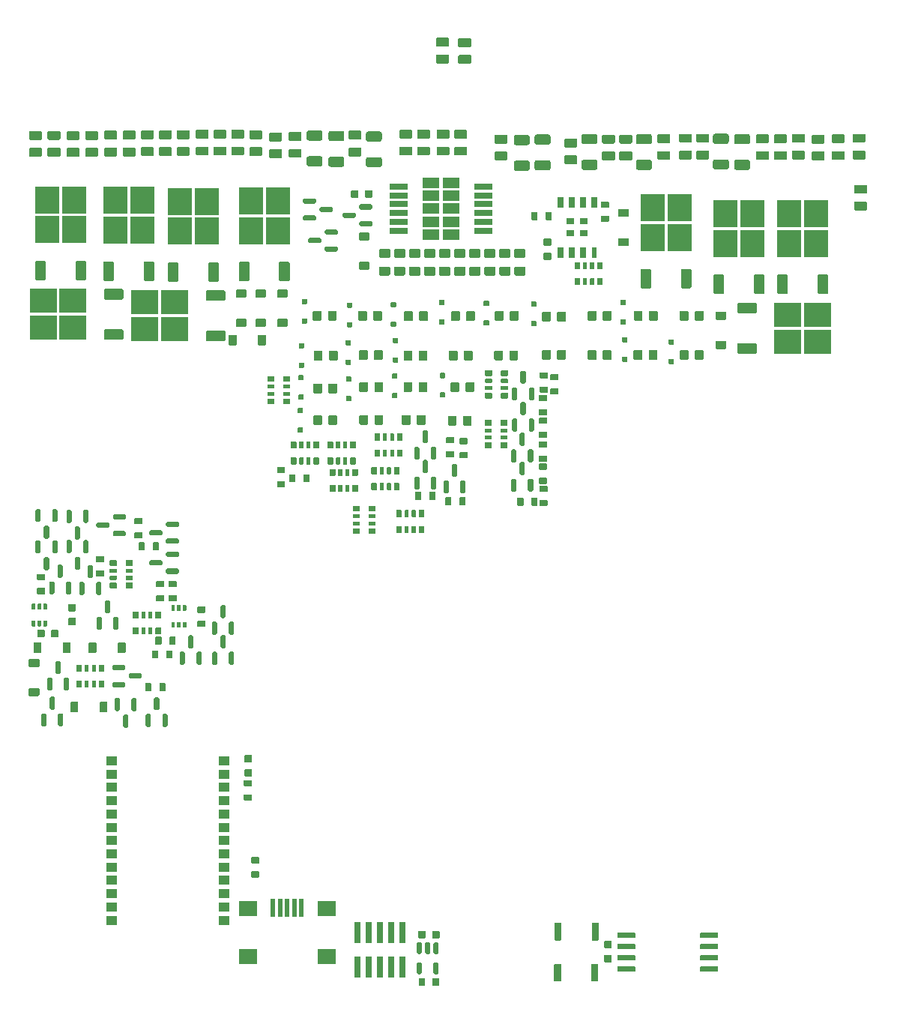
<source format=gtp>
G04 #@! TF.GenerationSoftware,KiCad,Pcbnew,(6.0.1)*
G04 #@! TF.CreationDate,2022-06-10T16:27:29+03:00*
G04 #@! TF.ProjectId,alphax_4ch,616c7068-6178-45f3-9463-682e6b696361,a*
G04 #@! TF.SameCoordinates,PX141f5e0PYa2cace0*
G04 #@! TF.FileFunction,Paste,Top*
G04 #@! TF.FilePolarity,Positive*
%FSLAX46Y46*%
G04 Gerber Fmt 4.6, Leading zero omitted, Abs format (unit mm)*
G04 Created by KiCad (PCBNEW (6.0.1)) date 2022-06-10 16:27:29*
%MOMM*%
%LPD*%
G01*
G04 APERTURE LIST*
%ADD10R,2.750000X3.050000*%
%ADD11R,0.500000X2.000000*%
%ADD12R,2.000000X1.700000*%
%ADD13R,3.050000X2.750000*%
%ADD14R,1.950000X1.160000*%
%ADD15R,2.000000X0.650000*%
%ADD16O,0.000001X0.000001*%
%ADD17R,0.650000X1.310000*%
%ADD18R,0.600000X1.310000*%
%ADD19R,0.900000X0.795000*%
%ADD20R,1.300000X1.000000*%
%ADD21R,0.740000X2.400000*%
G04 APERTURE END LIST*
G04 #@! TO.C,D53*
G36*
G01*
X25110000Y74805000D02*
X24090000Y74805000D01*
G75*
G02*
X24000000Y74895000I0J90000D01*
G01*
X24000000Y75615000D01*
G75*
G02*
X24090000Y75705000I90000J0D01*
G01*
X25110000Y75705000D01*
G75*
G02*
X25200000Y75615000I0J-90000D01*
G01*
X25200000Y74895000D01*
G75*
G02*
X25110000Y74805000I-90000J0D01*
G01*
G37*
G36*
G01*
X25110000Y78105000D02*
X24090000Y78105000D01*
G75*
G02*
X24000000Y78195000I0J90000D01*
G01*
X24000000Y78915000D01*
G75*
G02*
X24090000Y79005000I90000J0D01*
G01*
X25110000Y79005000D01*
G75*
G02*
X25200000Y78915000I0J-90000D01*
G01*
X25200000Y78195000D01*
G75*
G02*
X25110000Y78105000I-90000J0D01*
G01*
G37*
G04 #@! TD*
G04 #@! TO.C,R8*
G36*
G01*
X77375000Y93699999D02*
X76125000Y93699999D01*
G75*
G02*
X76025000Y93799999I0J100000D01*
G01*
X76025000Y94599999D01*
G75*
G02*
X76125000Y94699999I100000J0D01*
G01*
X77375000Y94699999D01*
G75*
G02*
X77475000Y94599999I0J-100000D01*
G01*
X77475000Y93799999D01*
G75*
G02*
X77375000Y93699999I-100000J0D01*
G01*
G37*
G36*
G01*
X77375000Y95600021D02*
X76125000Y95600021D01*
G75*
G02*
X76025000Y95700021I0J100000D01*
G01*
X76025000Y96500021D01*
G75*
G02*
X76125000Y96600021I100000J0D01*
G01*
X77375000Y96600021D01*
G75*
G02*
X77475000Y96500021I0J-100000D01*
G01*
X77475000Y95700021D01*
G75*
G02*
X77375000Y95600021I-100000J0D01*
G01*
G37*
G04 #@! TD*
G04 #@! TO.C,R29*
G36*
G01*
X12610000Y53200010D02*
X13390000Y53200010D01*
G75*
G02*
X13460000Y53130010I0J-70000D01*
G01*
X13460000Y52570010D01*
G75*
G02*
X13390000Y52500010I-70000J0D01*
G01*
X12610000Y52500010D01*
G75*
G02*
X12540000Y52570010I0J70000D01*
G01*
X12540000Y53130010D01*
G75*
G02*
X12610000Y53200010I70000J0D01*
G01*
G37*
G36*
G01*
X12610000Y51600010D02*
X13390000Y51600010D01*
G75*
G02*
X13460000Y51530010I0J-70000D01*
G01*
X13460000Y50970010D01*
G75*
G02*
X13390000Y50900010I-70000J0D01*
G01*
X12610000Y50900010D01*
G75*
G02*
X12540000Y50970010I0J70000D01*
G01*
X12540000Y51530010D01*
G75*
G02*
X12610000Y51600010I70000J0D01*
G01*
G37*
G04 #@! TD*
G04 #@! TO.C,R90*
G36*
G01*
X25810000Y14900000D02*
X26590000Y14900000D01*
G75*
G02*
X26660000Y14830000I0J-70000D01*
G01*
X26660000Y14270000D01*
G75*
G02*
X26590000Y14200000I-70000J0D01*
G01*
X25810000Y14200000D01*
G75*
G02*
X25740000Y14270000I0J70000D01*
G01*
X25740000Y14830000D01*
G75*
G02*
X25810000Y14900000I70000J0D01*
G01*
G37*
G36*
G01*
X25810000Y13300000D02*
X26590000Y13300000D01*
G75*
G02*
X26660000Y13230000I0J-70000D01*
G01*
X26660000Y12670000D01*
G75*
G02*
X26590000Y12600000I-70000J0D01*
G01*
X25810000Y12600000D01*
G75*
G02*
X25740000Y12670000I0J70000D01*
G01*
X25740000Y13230000D01*
G75*
G02*
X25810000Y13300000I70000J0D01*
G01*
G37*
G04 #@! TD*
G04 #@! TO.C,R2*
G36*
G01*
X34600000Y56215000D02*
X34600000Y56885000D01*
G75*
G02*
X34665000Y56950000I65000J0D01*
G01*
X35185000Y56950000D01*
G75*
G02*
X35250000Y56885000I0J-65000D01*
G01*
X35250000Y56215000D01*
G75*
G02*
X35185000Y56150000I-65000J0D01*
G01*
X34665000Y56150000D01*
G75*
G02*
X34600000Y56215000I0J65000D01*
G01*
G37*
G36*
G01*
X35575000Y56195000D02*
X35575000Y56905000D01*
G75*
G02*
X35620000Y56950000I45000J0D01*
G01*
X35980000Y56950000D01*
G75*
G02*
X36025000Y56905000I0J-45000D01*
G01*
X36025000Y56195000D01*
G75*
G02*
X35980000Y56150000I-45000J0D01*
G01*
X35620000Y56150000D01*
G75*
G02*
X35575000Y56195000I0J45000D01*
G01*
G37*
G36*
G01*
X36375000Y56195000D02*
X36375000Y56905000D01*
G75*
G02*
X36420000Y56950000I45000J0D01*
G01*
X36780000Y56950000D01*
G75*
G02*
X36825000Y56905000I0J-45000D01*
G01*
X36825000Y56195000D01*
G75*
G02*
X36780000Y56150000I-45000J0D01*
G01*
X36420000Y56150000D01*
G75*
G02*
X36375000Y56195000I0J45000D01*
G01*
G37*
G36*
G01*
X37150000Y56215000D02*
X37150000Y56885000D01*
G75*
G02*
X37215000Y56950000I65000J0D01*
G01*
X37735000Y56950000D01*
G75*
G02*
X37800000Y56885000I0J-65000D01*
G01*
X37800000Y56215000D01*
G75*
G02*
X37735000Y56150000I-65000J0D01*
G01*
X37215000Y56150000D01*
G75*
G02*
X37150000Y56215000I0J65000D01*
G01*
G37*
G36*
G01*
X37150000Y58015000D02*
X37150000Y58685000D01*
G75*
G02*
X37215000Y58750000I65000J0D01*
G01*
X37735000Y58750000D01*
G75*
G02*
X37800000Y58685000I0J-65000D01*
G01*
X37800000Y58015000D01*
G75*
G02*
X37735000Y57950000I-65000J0D01*
G01*
X37215000Y57950000D01*
G75*
G02*
X37150000Y58015000I0J65000D01*
G01*
G37*
G36*
G01*
X36375000Y57995000D02*
X36375000Y58705000D01*
G75*
G02*
X36420000Y58750000I45000J0D01*
G01*
X36780000Y58750000D01*
G75*
G02*
X36825000Y58705000I0J-45000D01*
G01*
X36825000Y57995000D01*
G75*
G02*
X36780000Y57950000I-45000J0D01*
G01*
X36420000Y57950000D01*
G75*
G02*
X36375000Y57995000I0J45000D01*
G01*
G37*
G36*
G01*
X35575000Y57995000D02*
X35575000Y58705000D01*
G75*
G02*
X35620000Y58750000I45000J0D01*
G01*
X35980000Y58750000D01*
G75*
G02*
X36025000Y58705000I0J-45000D01*
G01*
X36025000Y57995000D01*
G75*
G02*
X35980000Y57950000I-45000J0D01*
G01*
X35620000Y57950000D01*
G75*
G02*
X35575000Y57995000I0J45000D01*
G01*
G37*
G36*
G01*
X34600000Y58015000D02*
X34600000Y58685000D01*
G75*
G02*
X34665000Y58750000I65000J0D01*
G01*
X35185000Y58750000D01*
G75*
G02*
X35250000Y58685000I0J-65000D01*
G01*
X35250000Y58015000D01*
G75*
G02*
X35185000Y57950000I-65000J0D01*
G01*
X34665000Y57950000D01*
G75*
G02*
X34600000Y58015000I0J65000D01*
G01*
G37*
G04 #@! TD*
G04 #@! TO.C,D36*
G36*
G01*
X50649999Y64649998D02*
X50649999Y63749998D01*
G75*
G02*
X50549999Y63649998I-100000J0D01*
G01*
X49749999Y63649998D01*
G75*
G02*
X49649999Y63749998I0J100000D01*
G01*
X49649999Y64649998D01*
G75*
G02*
X49749999Y64749998I100000J0D01*
G01*
X50549999Y64749998D01*
G75*
G02*
X50649999Y64649998I0J-100000D01*
G01*
G37*
G36*
G01*
X48949999Y64649998D02*
X48949999Y63749998D01*
G75*
G02*
X48849999Y63649998I-100000J0D01*
G01*
X48049999Y63649998D01*
G75*
G02*
X47949999Y63749998I0J100000D01*
G01*
X47949999Y64649998D01*
G75*
G02*
X48049999Y64749998I100000J0D01*
G01*
X48849999Y64749998D01*
G75*
G02*
X48949999Y64649998I0J-100000D01*
G01*
G37*
G04 #@! TD*
G04 #@! TO.C,R4*
G36*
G01*
X54685000Y66700000D02*
X54015000Y66700000D01*
G75*
G02*
X53950000Y66765000I0J65000D01*
G01*
X53950000Y67285000D01*
G75*
G02*
X54015000Y67350000I65000J0D01*
G01*
X54685000Y67350000D01*
G75*
G02*
X54750000Y67285000I0J-65000D01*
G01*
X54750000Y66765000D01*
G75*
G02*
X54685000Y66700000I-65000J0D01*
G01*
G37*
G36*
G01*
X54705000Y67675000D02*
X53995000Y67675000D01*
G75*
G02*
X53950000Y67720000I0J45000D01*
G01*
X53950000Y68080000D01*
G75*
G02*
X53995000Y68125000I45000J0D01*
G01*
X54705000Y68125000D01*
G75*
G02*
X54750000Y68080000I0J-45000D01*
G01*
X54750000Y67720000D01*
G75*
G02*
X54705000Y67675000I-45000J0D01*
G01*
G37*
G36*
G01*
X54705000Y68475000D02*
X53995000Y68475000D01*
G75*
G02*
X53950000Y68520000I0J45000D01*
G01*
X53950000Y68880000D01*
G75*
G02*
X53995000Y68925000I45000J0D01*
G01*
X54705000Y68925000D01*
G75*
G02*
X54750000Y68880000I0J-45000D01*
G01*
X54750000Y68520000D01*
G75*
G02*
X54705000Y68475000I-45000J0D01*
G01*
G37*
G36*
G01*
X54685000Y69250000D02*
X54015000Y69250000D01*
G75*
G02*
X53950000Y69315000I0J65000D01*
G01*
X53950000Y69835000D01*
G75*
G02*
X54015000Y69900000I65000J0D01*
G01*
X54685000Y69900000D01*
G75*
G02*
X54750000Y69835000I0J-65000D01*
G01*
X54750000Y69315000D01*
G75*
G02*
X54685000Y69250000I-65000J0D01*
G01*
G37*
G36*
G01*
X52885000Y69250000D02*
X52215000Y69250000D01*
G75*
G02*
X52150000Y69315000I0J65000D01*
G01*
X52150000Y69835000D01*
G75*
G02*
X52215000Y69900000I65000J0D01*
G01*
X52885000Y69900000D01*
G75*
G02*
X52950000Y69835000I0J-65000D01*
G01*
X52950000Y69315000D01*
G75*
G02*
X52885000Y69250000I-65000J0D01*
G01*
G37*
G36*
G01*
X52905000Y68475000D02*
X52195000Y68475000D01*
G75*
G02*
X52150000Y68520000I0J45000D01*
G01*
X52150000Y68880000D01*
G75*
G02*
X52195000Y68925000I45000J0D01*
G01*
X52905000Y68925000D01*
G75*
G02*
X52950000Y68880000I0J-45000D01*
G01*
X52950000Y68520000D01*
G75*
G02*
X52905000Y68475000I-45000J0D01*
G01*
G37*
G36*
G01*
X52905000Y67675000D02*
X52195000Y67675000D01*
G75*
G02*
X52150000Y67720000I0J45000D01*
G01*
X52150000Y68080000D01*
G75*
G02*
X52195000Y68125000I45000J0D01*
G01*
X52905000Y68125000D01*
G75*
G02*
X52950000Y68080000I0J-45000D01*
G01*
X52950000Y67720000D01*
G75*
G02*
X52905000Y67675000I-45000J0D01*
G01*
G37*
G36*
G01*
X52885000Y66700000D02*
X52215000Y66700000D01*
G75*
G02*
X52150000Y66765000I0J65000D01*
G01*
X52150000Y67285000D01*
G75*
G02*
X52215000Y67350000I65000J0D01*
G01*
X52885000Y67350000D01*
G75*
G02*
X52950000Y67285000I0J-65000D01*
G01*
X52950000Y66765000D01*
G75*
G02*
X52885000Y66700000I-65000J0D01*
G01*
G37*
G04 #@! TD*
G04 #@! TO.C,D30*
G36*
G01*
X67450000Y75111499D02*
X67450000Y75591499D01*
G75*
G02*
X67510000Y75651499I60000J0D01*
G01*
X67990000Y75651499D01*
G75*
G02*
X68050000Y75591499I0J-60000D01*
G01*
X68050000Y75111499D01*
G75*
G02*
X67990000Y75051499I-60000J0D01*
G01*
X67510000Y75051499D01*
G75*
G02*
X67450000Y75111499I0J60000D01*
G01*
G37*
G36*
G01*
X67450000Y77311499D02*
X67450000Y77791499D01*
G75*
G02*
X67510000Y77851499I60000J0D01*
G01*
X67990000Y77851499D01*
G75*
G02*
X68050000Y77791499I0J-60000D01*
G01*
X68050000Y77311499D01*
G75*
G02*
X67990000Y77251499I-60000J0D01*
G01*
X67510000Y77251499D01*
G75*
G02*
X67450000Y77311499I0J60000D01*
G01*
G37*
G04 #@! TD*
G04 #@! TO.C,C3*
G36*
G01*
X25060000Y26435001D02*
X25740000Y26435001D01*
G75*
G02*
X25825000Y26350001I0J-85000D01*
G01*
X25825000Y25670001D01*
G75*
G02*
X25740000Y25585001I-85000J0D01*
G01*
X25060000Y25585001D01*
G75*
G02*
X24975000Y25670001I0J85000D01*
G01*
X24975000Y26350001D01*
G75*
G02*
X25060000Y26435001I85000J0D01*
G01*
G37*
G36*
G01*
X25060000Y24854999D02*
X25740000Y24854999D01*
G75*
G02*
X25825000Y24769999I0J-85000D01*
G01*
X25825000Y24089999D01*
G75*
G02*
X25740000Y24004999I-85000J0D01*
G01*
X25060000Y24004999D01*
G75*
G02*
X24975000Y24089999I0J85000D01*
G01*
X24975000Y24769999D01*
G75*
G02*
X25060000Y24854999I85000J0D01*
G01*
G37*
G04 #@! TD*
G04 #@! TO.C,D46*
G36*
G01*
X31650000Y69290000D02*
X31650000Y68810000D01*
G75*
G02*
X31590000Y68750000I-60000J0D01*
G01*
X31110000Y68750000D01*
G75*
G02*
X31050000Y68810000I0J60000D01*
G01*
X31050000Y69290000D01*
G75*
G02*
X31110000Y69350000I60000J0D01*
G01*
X31590000Y69350000D01*
G75*
G02*
X31650000Y69290000I0J-60000D01*
G01*
G37*
G36*
G01*
X31650000Y67090000D02*
X31650000Y66610000D01*
G75*
G02*
X31590000Y66550000I-60000J0D01*
G01*
X31110000Y66550000D01*
G75*
G02*
X31050000Y66610000I0J60000D01*
G01*
X31050000Y67090000D01*
G75*
G02*
X31110000Y67150000I60000J0D01*
G01*
X31590000Y67150000D01*
G75*
G02*
X31650000Y67090000I0J-60000D01*
G01*
G37*
G04 #@! TD*
G04 #@! TO.C,R87*
G36*
G01*
X58310000Y61850000D02*
X59090000Y61850000D01*
G75*
G02*
X59160000Y61780000I0J-70000D01*
G01*
X59160000Y61220000D01*
G75*
G02*
X59090000Y61150000I-70000J0D01*
G01*
X58310000Y61150000D01*
G75*
G02*
X58240000Y61220000I0J70000D01*
G01*
X58240000Y61780000D01*
G75*
G02*
X58310000Y61850000I70000J0D01*
G01*
G37*
G36*
G01*
X58310000Y60250000D02*
X59090000Y60250000D01*
G75*
G02*
X59160000Y60180000I0J-70000D01*
G01*
X59160000Y59620000D01*
G75*
G02*
X59090000Y59550000I-70000J0D01*
G01*
X58310000Y59550000D01*
G75*
G02*
X58240000Y59620000I0J70000D01*
G01*
X58240000Y60180000D01*
G75*
G02*
X58310000Y60250000I70000J0D01*
G01*
G37*
G04 #@! TD*
G04 #@! TO.C,R93*
G36*
G01*
X17200000Y39740000D02*
X17200000Y38960000D01*
G75*
G02*
X17130000Y38890000I-70000J0D01*
G01*
X16570000Y38890000D01*
G75*
G02*
X16500000Y38960000I0J70000D01*
G01*
X16500000Y39740000D01*
G75*
G02*
X16570000Y39810000I70000J0D01*
G01*
X17130000Y39810000D01*
G75*
G02*
X17200000Y39740000I0J-70000D01*
G01*
G37*
G36*
G01*
X15600000Y39740000D02*
X15600000Y38960000D01*
G75*
G02*
X15530000Y38890000I-70000J0D01*
G01*
X14970000Y38890000D01*
G75*
G02*
X14900000Y38960000I0J70000D01*
G01*
X14900000Y39740000D01*
G75*
G02*
X14970000Y39810000I70000J0D01*
G01*
X15530000Y39810000D01*
G75*
G02*
X15600000Y39740000I0J-70000D01*
G01*
G37*
G04 #@! TD*
G04 #@! TO.C,D34*
G36*
G01*
X40649999Y64749998D02*
X40649999Y63849998D01*
G75*
G02*
X40549999Y63749998I-100000J0D01*
G01*
X39749999Y63749998D01*
G75*
G02*
X39649999Y63849998I0J100000D01*
G01*
X39649999Y64749998D01*
G75*
G02*
X39749999Y64849998I100000J0D01*
G01*
X40549999Y64849998D01*
G75*
G02*
X40649999Y64749998I0J-100000D01*
G01*
G37*
G36*
G01*
X38949999Y64749998D02*
X38949999Y63849998D01*
G75*
G02*
X38849999Y63749998I-100000J0D01*
G01*
X38049999Y63749998D01*
G75*
G02*
X37949999Y63849998I0J100000D01*
G01*
X37949999Y64749998D01*
G75*
G02*
X38049999Y64849998I100000J0D01*
G01*
X38849999Y64849998D01*
G75*
G02*
X38949999Y64749998I0J-100000D01*
G01*
G37*
G04 #@! TD*
G04 #@! TO.C,R59*
G36*
G01*
X44575000Y97050001D02*
X45825000Y97050001D01*
G75*
G02*
X45925000Y96950001I0J-100000D01*
G01*
X45925000Y96150001D01*
G75*
G02*
X45825000Y96050001I-100000J0D01*
G01*
X44575000Y96050001D01*
G75*
G02*
X44475000Y96150001I0J100000D01*
G01*
X44475000Y96950001D01*
G75*
G02*
X44575000Y97050001I100000J0D01*
G01*
G37*
G36*
G01*
X44575000Y95149979D02*
X45825000Y95149979D01*
G75*
G02*
X45925000Y95049979I0J-100000D01*
G01*
X45925000Y94249979D01*
G75*
G02*
X45825000Y94149979I-100000J0D01*
G01*
X44575000Y94149979D01*
G75*
G02*
X44475000Y94249979I0J100000D01*
G01*
X44475000Y95049979D01*
G75*
G02*
X44575000Y95149979I100000J0D01*
G01*
G37*
G04 #@! TD*
G04 #@! TO.C,R9*
G36*
G01*
X75425000Y93699999D02*
X74175000Y93699999D01*
G75*
G02*
X74075000Y93799999I0J100000D01*
G01*
X74075000Y94599999D01*
G75*
G02*
X74175000Y94699999I100000J0D01*
G01*
X75425000Y94699999D01*
G75*
G02*
X75525000Y94599999I0J-100000D01*
G01*
X75525000Y93799999D01*
G75*
G02*
X75425000Y93699999I-100000J0D01*
G01*
G37*
G36*
G01*
X75425000Y95600021D02*
X74175000Y95600021D01*
G75*
G02*
X74075000Y95700021I0J100000D01*
G01*
X74075000Y96500021D01*
G75*
G02*
X74175000Y96600021I100000J0D01*
G01*
X75425000Y96600021D01*
G75*
G02*
X75525000Y96500021I0J-100000D01*
G01*
X75525000Y95700021D01*
G75*
G02*
X75425000Y95600021I-100000J0D01*
G01*
G37*
G04 #@! TD*
G04 #@! TO.C,R68*
G36*
G01*
X24825000Y94149999D02*
X23575000Y94149999D01*
G75*
G02*
X23475000Y94249999I0J100000D01*
G01*
X23475000Y95049999D01*
G75*
G02*
X23575000Y95149999I100000J0D01*
G01*
X24825000Y95149999D01*
G75*
G02*
X24925000Y95049999I0J-100000D01*
G01*
X24925000Y94249999D01*
G75*
G02*
X24825000Y94149999I-100000J0D01*
G01*
G37*
G36*
G01*
X24825000Y96050021D02*
X23575000Y96050021D01*
G75*
G02*
X23475000Y96150021I0J100000D01*
G01*
X23475000Y96950021D01*
G75*
G02*
X23575000Y97050021I100000J0D01*
G01*
X24825000Y97050021D01*
G75*
G02*
X24925000Y96950021I0J-100000D01*
G01*
X24925000Y96150021D01*
G75*
G02*
X24825000Y96050021I-100000J0D01*
G01*
G37*
G04 #@! TD*
G04 #@! TO.C,R82*
G36*
G01*
X58410000Y69650000D02*
X59190000Y69650000D01*
G75*
G02*
X59260000Y69580000I0J-70000D01*
G01*
X59260000Y69020000D01*
G75*
G02*
X59190000Y68950000I-70000J0D01*
G01*
X58410000Y68950000D01*
G75*
G02*
X58340000Y69020000I0J70000D01*
G01*
X58340000Y69580000D01*
G75*
G02*
X58410000Y69650000I70000J0D01*
G01*
G37*
G36*
G01*
X58410000Y68050000D02*
X59190000Y68050000D01*
G75*
G02*
X59260000Y67980000I0J-70000D01*
G01*
X59260000Y67420000D01*
G75*
G02*
X59190000Y67350000I-70000J0D01*
G01*
X58410000Y67350000D01*
G75*
G02*
X58340000Y67420000I0J70000D01*
G01*
X58340000Y67980000D01*
G75*
G02*
X58410000Y68050000I70000J0D01*
G01*
G37*
G04 #@! TD*
G04 #@! TO.C,D49*
G36*
G01*
X31575000Y88850000D02*
X31575000Y89150000D01*
G75*
G02*
X31725000Y89300000I150000J0D01*
G01*
X32900000Y89300000D01*
G75*
G02*
X33050000Y89150000I0J-150000D01*
G01*
X33050000Y88850000D01*
G75*
G02*
X32900000Y88700000I-150000J0D01*
G01*
X31725000Y88700000D01*
G75*
G02*
X31575000Y88850000I0J150000D01*
G01*
G37*
G36*
G01*
X33450000Y87900000D02*
X33450000Y88200000D01*
G75*
G02*
X33600000Y88350000I150000J0D01*
G01*
X34775000Y88350000D01*
G75*
G02*
X34925000Y88200000I0J-150000D01*
G01*
X34925000Y87900000D01*
G75*
G02*
X34775000Y87750000I-150000J0D01*
G01*
X33600000Y87750000D01*
G75*
G02*
X33450000Y87900000I0J150000D01*
G01*
G37*
G36*
G01*
X31575000Y86950000D02*
X31575000Y87250000D01*
G75*
G02*
X31725000Y87400000I150000J0D01*
G01*
X32900000Y87400000D01*
G75*
G02*
X33050000Y87250000I0J-150000D01*
G01*
X33050000Y86950000D01*
G75*
G02*
X32900000Y86800000I-150000J0D01*
G01*
X31725000Y86800000D01*
G75*
G02*
X31575000Y86950000I0J150000D01*
G01*
G37*
G04 #@! TD*
G04 #@! TO.C,F4*
G36*
G01*
X63050000Y95655010D02*
X63050000Y96345010D01*
G75*
G02*
X63280000Y96575010I230000J0D01*
G01*
X64620000Y96575010D01*
G75*
G02*
X64850000Y96345010I0J-230000D01*
G01*
X64850000Y95655010D01*
G75*
G02*
X64620000Y95425010I-230000J0D01*
G01*
X63280000Y95425010D01*
G75*
G02*
X63050000Y95655010I0J230000D01*
G01*
G37*
G36*
G01*
X63050000Y92754990D02*
X63050000Y93444990D01*
G75*
G02*
X63280000Y93674990I230000J0D01*
G01*
X64620000Y93674990D01*
G75*
G02*
X64850000Y93444990I0J-230000D01*
G01*
X64850000Y92754990D01*
G75*
G02*
X64620000Y92524990I-230000J0D01*
G01*
X63280000Y92524990D01*
G75*
G02*
X63050000Y92754990I0J230000D01*
G01*
G37*
G04 #@! TD*
G04 #@! TO.C,Q13*
G36*
G01*
X47910000Y55975000D02*
X47610000Y55975000D01*
G75*
G02*
X47460000Y56125000I0J150000D01*
G01*
X47460000Y57300000D01*
G75*
G02*
X47610000Y57450000I150000J0D01*
G01*
X47910000Y57450000D01*
G75*
G02*
X48060000Y57300000I0J-150000D01*
G01*
X48060000Y56125000D01*
G75*
G02*
X47910000Y55975000I-150000J0D01*
G01*
G37*
G36*
G01*
X48860000Y57850000D02*
X48560000Y57850000D01*
G75*
G02*
X48410000Y58000000I0J150000D01*
G01*
X48410000Y59175000D01*
G75*
G02*
X48560000Y59325000I150000J0D01*
G01*
X48860000Y59325000D01*
G75*
G02*
X49010000Y59175000I0J-150000D01*
G01*
X49010000Y58000000D01*
G75*
G02*
X48860000Y57850000I-150000J0D01*
G01*
G37*
G36*
G01*
X49810000Y55975000D02*
X49510000Y55975000D01*
G75*
G02*
X49360000Y56125000I0J150000D01*
G01*
X49360000Y57300000D01*
G75*
G02*
X49510000Y57450000I150000J0D01*
G01*
X49810000Y57450000D01*
G75*
G02*
X49960000Y57300000I0J-150000D01*
G01*
X49960000Y56125000D01*
G75*
G02*
X49810000Y55975000I-150000J0D01*
G01*
G37*
G04 #@! TD*
G04 #@! TO.C,R91*
G36*
G01*
X95205000Y87939999D02*
X93955000Y87939999D01*
G75*
G02*
X93855000Y88039999I0J100000D01*
G01*
X93855000Y88839999D01*
G75*
G02*
X93955000Y88939999I100000J0D01*
G01*
X95205000Y88939999D01*
G75*
G02*
X95305000Y88839999I0J-100000D01*
G01*
X95305000Y88039999D01*
G75*
G02*
X95205000Y87939999I-100000J0D01*
G01*
G37*
G36*
G01*
X95205000Y89840021D02*
X93955000Y89840021D01*
G75*
G02*
X93855000Y89940021I0J100000D01*
G01*
X93855000Y90740021D01*
G75*
G02*
X93955000Y90840021I100000J0D01*
G01*
X95205000Y90840021D01*
G75*
G02*
X95305000Y90740021I0J-100000D01*
G01*
X95305000Y89940021D01*
G75*
G02*
X95205000Y89840021I-100000J0D01*
G01*
G37*
G04 #@! TD*
G04 #@! TO.C,D1*
G36*
G01*
X67650000Y70910000D02*
X67650000Y71390000D01*
G75*
G02*
X67710000Y71450000I60000J0D01*
G01*
X68190000Y71450000D01*
G75*
G02*
X68250000Y71390000I0J-60000D01*
G01*
X68250000Y70910000D01*
G75*
G02*
X68190000Y70850000I-60000J0D01*
G01*
X67710000Y70850000D01*
G75*
G02*
X67650000Y70910000I0J60000D01*
G01*
G37*
G36*
G01*
X67650000Y73110000D02*
X67650000Y73590000D01*
G75*
G02*
X67710000Y73650000I60000J0D01*
G01*
X68190000Y73650000D01*
G75*
G02*
X68250000Y73590000I0J-60000D01*
G01*
X68250000Y73110000D01*
G75*
G02*
X68190000Y73050000I-60000J0D01*
G01*
X67710000Y73050000D01*
G75*
G02*
X67650000Y73110000I0J60000D01*
G01*
G37*
G04 #@! TD*
G04 #@! TO.C,D15*
G36*
G01*
X40499999Y76499998D02*
X40499999Y75599998D01*
G75*
G02*
X40399999Y75499998I-100000J0D01*
G01*
X39599999Y75499998D01*
G75*
G02*
X39499999Y75599998I0J100000D01*
G01*
X39499999Y76499998D01*
G75*
G02*
X39599999Y76599998I100000J0D01*
G01*
X40399999Y76599998D01*
G75*
G02*
X40499999Y76499998I0J-100000D01*
G01*
G37*
G36*
G01*
X38799999Y76499998D02*
X38799999Y75599998D01*
G75*
G02*
X38699999Y75499998I-100000J0D01*
G01*
X37899999Y75499998D01*
G75*
G02*
X37799999Y75599998I0J100000D01*
G01*
X37799999Y76499998D01*
G75*
G02*
X37899999Y76599998I100000J0D01*
G01*
X38699999Y76599998D01*
G75*
G02*
X38799999Y76499998I0J-100000D01*
G01*
G37*
G04 #@! TD*
G04 #@! TO.C,C1*
G36*
G01*
X58860000Y84765001D02*
X59540000Y84765001D01*
G75*
G02*
X59625000Y84680001I0J-85000D01*
G01*
X59625000Y84000001D01*
G75*
G02*
X59540000Y83915001I-85000J0D01*
G01*
X58860000Y83915001D01*
G75*
G02*
X58775000Y84000001I0J85000D01*
G01*
X58775000Y84680001D01*
G75*
G02*
X58860000Y84765001I85000J0D01*
G01*
G37*
G36*
G01*
X58860000Y83184999D02*
X59540000Y83184999D01*
G75*
G02*
X59625000Y83099999I0J-85000D01*
G01*
X59625000Y82419999D01*
G75*
G02*
X59540000Y82334999I-85000J0D01*
G01*
X58860000Y82334999D01*
G75*
G02*
X58775000Y82419999I0J85000D01*
G01*
X58775000Y83099999D01*
G75*
G02*
X58860000Y83184999I85000J0D01*
G01*
G37*
G04 #@! TD*
D10*
G04 #@! TO.C,Q29*
X28725000Y85675000D03*
X25675000Y85675000D03*
X25675000Y89025000D03*
X28725000Y89025000D03*
G36*
G01*
X25400000Y79950000D02*
X24440000Y79950000D01*
G75*
G02*
X24320000Y80070000I0J120000D01*
G01*
X24320000Y82030000D01*
G75*
G02*
X24440000Y82150000I120000J0D01*
G01*
X25400000Y82150000D01*
G75*
G02*
X25520000Y82030000I0J-120000D01*
G01*
X25520000Y80070000D01*
G75*
G02*
X25400000Y79950000I-120000J0D01*
G01*
G37*
G36*
G01*
X29960000Y79950000D02*
X29000000Y79950000D01*
G75*
G02*
X28880000Y80070000I0J120000D01*
G01*
X28880000Y82030000D01*
G75*
G02*
X29000000Y82150000I120000J0D01*
G01*
X29960000Y82150000D01*
G75*
G02*
X30080000Y82030000I0J-120000D01*
G01*
X30080000Y80070000D01*
G75*
G02*
X29960000Y79950000I-120000J0D01*
G01*
G37*
G04 #@! TD*
G04 #@! TO.C,S1*
G36*
G01*
X64950001Y2770000D02*
X64950001Y930000D01*
G75*
G02*
X64870001Y850000I-80000J0D01*
G01*
X64230001Y850000D01*
G75*
G02*
X64150001Y930000I0J80000D01*
G01*
X64150001Y2770000D01*
G75*
G02*
X64230001Y2850000I80000J0D01*
G01*
X64870001Y2850000D01*
G75*
G02*
X64950001Y2770000I0J-80000D01*
G01*
G37*
G36*
G01*
X60750000Y2770000D02*
X60750000Y930000D01*
G75*
G02*
X60670000Y850000I-80000J0D01*
G01*
X60030000Y850000D01*
G75*
G02*
X59950000Y930000I0J80000D01*
G01*
X59950000Y2770000D01*
G75*
G02*
X60030000Y2850000I80000J0D01*
G01*
X60670000Y2850000D01*
G75*
G02*
X60750000Y2770000I0J-80000D01*
G01*
G37*
G04 #@! TD*
G04 #@! TO.C,D6*
G36*
G01*
X41750000Y70810000D02*
X41750000Y71290000D01*
G75*
G02*
X41810000Y71350000I60000J0D01*
G01*
X42290000Y71350000D01*
G75*
G02*
X42350000Y71290000I0J-60000D01*
G01*
X42350000Y70810000D01*
G75*
G02*
X42290000Y70750000I-60000J0D01*
G01*
X41810000Y70750000D01*
G75*
G02*
X41750000Y70810000I0J60000D01*
G01*
G37*
G36*
G01*
X41750000Y73010000D02*
X41750000Y73490000D01*
G75*
G02*
X41810000Y73550000I60000J0D01*
G01*
X42290000Y73550000D01*
G75*
G02*
X42350000Y73490000I0J-60000D01*
G01*
X42350000Y73010000D01*
G75*
G02*
X42290000Y72950000I-60000J0D01*
G01*
X41810000Y72950000D01*
G75*
G02*
X41750000Y73010000I0J60000D01*
G01*
G37*
G04 #@! TD*
G04 #@! TO.C,C4*
G36*
G01*
X47015001Y6490000D02*
X47015001Y5810000D01*
G75*
G02*
X46930001Y5725000I-85000J0D01*
G01*
X46250001Y5725000D01*
G75*
G02*
X46165001Y5810000I0J85000D01*
G01*
X46165001Y6490000D01*
G75*
G02*
X46250001Y6575000I85000J0D01*
G01*
X46930001Y6575000D01*
G75*
G02*
X47015001Y6490000I0J-85000D01*
G01*
G37*
G36*
G01*
X45434999Y6490000D02*
X45434999Y5810000D01*
G75*
G02*
X45349999Y5725000I-85000J0D01*
G01*
X44669999Y5725000D01*
G75*
G02*
X44584999Y5810000I0J85000D01*
G01*
X44584999Y6490000D01*
G75*
G02*
X44669999Y6575000I85000J0D01*
G01*
X45349999Y6575000D01*
G75*
G02*
X45434999Y6490000I0J-85000D01*
G01*
G37*
G04 #@! TD*
G04 #@! TO.C,Q1*
G36*
G01*
X2450000Y29675010D02*
X2150000Y29675010D01*
G75*
G02*
X2000000Y29825010I0J150000D01*
G01*
X2000000Y31000010D01*
G75*
G02*
X2150000Y31150010I150000J0D01*
G01*
X2450000Y31150010D01*
G75*
G02*
X2600000Y31000010I0J-150000D01*
G01*
X2600000Y29825010D01*
G75*
G02*
X2450000Y29675010I-150000J0D01*
G01*
G37*
G36*
G01*
X3400000Y31550010D02*
X3100000Y31550010D01*
G75*
G02*
X2950000Y31700010I0J150000D01*
G01*
X2950000Y32875010D01*
G75*
G02*
X3100000Y33025010I150000J0D01*
G01*
X3400000Y33025010D01*
G75*
G02*
X3550000Y32875010I0J-150000D01*
G01*
X3550000Y31700010D01*
G75*
G02*
X3400000Y31550010I-150000J0D01*
G01*
G37*
G36*
G01*
X4350000Y29675010D02*
X4050000Y29675010D01*
G75*
G02*
X3900000Y29825010I0J150000D01*
G01*
X3900000Y31000010D01*
G75*
G02*
X4050000Y31150010I150000J0D01*
G01*
X4350000Y31150010D01*
G75*
G02*
X4500000Y31000010I0J-150000D01*
G01*
X4500000Y29825010D01*
G75*
G02*
X4350000Y29675010I-150000J0D01*
G01*
G37*
G04 #@! TD*
G04 #@! TO.C,R50*
G36*
G01*
X34350000Y59315000D02*
X34350000Y59985000D01*
G75*
G02*
X34415000Y60050000I65000J0D01*
G01*
X34935000Y60050000D01*
G75*
G02*
X35000000Y59985000I0J-65000D01*
G01*
X35000000Y59315000D01*
G75*
G02*
X34935000Y59250000I-65000J0D01*
G01*
X34415000Y59250000D01*
G75*
G02*
X34350000Y59315000I0J65000D01*
G01*
G37*
G36*
G01*
X35325000Y59295000D02*
X35325000Y60005000D01*
G75*
G02*
X35370000Y60050000I45000J0D01*
G01*
X35730000Y60050000D01*
G75*
G02*
X35775000Y60005000I0J-45000D01*
G01*
X35775000Y59295000D01*
G75*
G02*
X35730000Y59250000I-45000J0D01*
G01*
X35370000Y59250000D01*
G75*
G02*
X35325000Y59295000I0J45000D01*
G01*
G37*
G36*
G01*
X36125000Y59295000D02*
X36125000Y60005000D01*
G75*
G02*
X36170000Y60050000I45000J0D01*
G01*
X36530000Y60050000D01*
G75*
G02*
X36575000Y60005000I0J-45000D01*
G01*
X36575000Y59295000D01*
G75*
G02*
X36530000Y59250000I-45000J0D01*
G01*
X36170000Y59250000D01*
G75*
G02*
X36125000Y59295000I0J45000D01*
G01*
G37*
G36*
G01*
X36900000Y59315000D02*
X36900000Y59985000D01*
G75*
G02*
X36965000Y60050000I65000J0D01*
G01*
X37485000Y60050000D01*
G75*
G02*
X37550000Y59985000I0J-65000D01*
G01*
X37550000Y59315000D01*
G75*
G02*
X37485000Y59250000I-65000J0D01*
G01*
X36965000Y59250000D01*
G75*
G02*
X36900000Y59315000I0J65000D01*
G01*
G37*
G36*
G01*
X36900000Y61115000D02*
X36900000Y61785000D01*
G75*
G02*
X36965000Y61850000I65000J0D01*
G01*
X37485000Y61850000D01*
G75*
G02*
X37550000Y61785000I0J-65000D01*
G01*
X37550000Y61115000D01*
G75*
G02*
X37485000Y61050000I-65000J0D01*
G01*
X36965000Y61050000D01*
G75*
G02*
X36900000Y61115000I0J65000D01*
G01*
G37*
G36*
G01*
X36125000Y61095000D02*
X36125000Y61805000D01*
G75*
G02*
X36170000Y61850000I45000J0D01*
G01*
X36530000Y61850000D01*
G75*
G02*
X36575000Y61805000I0J-45000D01*
G01*
X36575000Y61095000D01*
G75*
G02*
X36530000Y61050000I-45000J0D01*
G01*
X36170000Y61050000D01*
G75*
G02*
X36125000Y61095000I0J45000D01*
G01*
G37*
G36*
G01*
X35325000Y61095000D02*
X35325000Y61805000D01*
G75*
G02*
X35370000Y61850000I45000J0D01*
G01*
X35730000Y61850000D01*
G75*
G02*
X35775000Y61805000I0J-45000D01*
G01*
X35775000Y61095000D01*
G75*
G02*
X35730000Y61050000I-45000J0D01*
G01*
X35370000Y61050000D01*
G75*
G02*
X35325000Y61095000I0J45000D01*
G01*
G37*
G36*
G01*
X34350000Y61115000D02*
X34350000Y61785000D01*
G75*
G02*
X34415000Y61850000I65000J0D01*
G01*
X34935000Y61850000D01*
G75*
G02*
X35000000Y61785000I0J-65000D01*
G01*
X35000000Y61115000D01*
G75*
G02*
X34935000Y61050000I-65000J0D01*
G01*
X34415000Y61050000D01*
G75*
G02*
X34350000Y61115000I0J65000D01*
G01*
G37*
G04 #@! TD*
G04 #@! TO.C,U5*
G36*
G01*
X18040000Y43375000D02*
X18360000Y43375000D01*
G75*
G02*
X18400000Y43335000I0J-40000D01*
G01*
X18400000Y42765000D01*
G75*
G02*
X18360000Y42725000I-40000J0D01*
G01*
X18040000Y42725000D01*
G75*
G02*
X18000000Y42765000I0J40000D01*
G01*
X18000000Y43335000D01*
G75*
G02*
X18040000Y43375000I40000J0D01*
G01*
G37*
G36*
G01*
X17390000Y43375000D02*
X17710000Y43375000D01*
G75*
G02*
X17750000Y43335000I0J-40000D01*
G01*
X17750000Y42765000D01*
G75*
G02*
X17710000Y42725000I-40000J0D01*
G01*
X17390000Y42725000D01*
G75*
G02*
X17350000Y42765000I0J40000D01*
G01*
X17350000Y43335000D01*
G75*
G02*
X17390000Y43375000I40000J0D01*
G01*
G37*
G36*
G01*
X16740000Y43375000D02*
X17060000Y43375000D01*
G75*
G02*
X17100000Y43335000I0J-40000D01*
G01*
X17100000Y42765000D01*
G75*
G02*
X17060000Y42725000I-40000J0D01*
G01*
X16740000Y42725000D01*
G75*
G02*
X16700000Y42765000I0J40000D01*
G01*
X16700000Y43335000D01*
G75*
G02*
X16740000Y43375000I40000J0D01*
G01*
G37*
G36*
G01*
X16740000Y41475000D02*
X17060000Y41475000D01*
G75*
G02*
X17100000Y41435000I0J-40000D01*
G01*
X17100000Y40865000D01*
G75*
G02*
X17060000Y40825000I-40000J0D01*
G01*
X16740000Y40825000D01*
G75*
G02*
X16700000Y40865000I0J40000D01*
G01*
X16700000Y41435000D01*
G75*
G02*
X16740000Y41475000I40000J0D01*
G01*
G37*
G36*
G01*
X17390000Y41475000D02*
X17710000Y41475000D01*
G75*
G02*
X17750000Y41435000I0J-40000D01*
G01*
X17750000Y40865000D01*
G75*
G02*
X17710000Y40825000I-40000J0D01*
G01*
X17390000Y40825000D01*
G75*
G02*
X17350000Y40865000I0J40000D01*
G01*
X17350000Y41435000D01*
G75*
G02*
X17390000Y41475000I40000J0D01*
G01*
G37*
G36*
G01*
X18040000Y41475000D02*
X18360000Y41475000D01*
G75*
G02*
X18400000Y41435000I0J-40000D01*
G01*
X18400000Y40865000D01*
G75*
G02*
X18360000Y40825000I-40000J0D01*
G01*
X18040000Y40825000D01*
G75*
G02*
X18000000Y40865000I0J40000D01*
G01*
X18000000Y41435000D01*
G75*
G02*
X18040000Y41475000I40000J0D01*
G01*
G37*
G04 #@! TD*
G04 #@! TO.C,D28*
G36*
G01*
X5350000Y39060010D02*
X5350000Y38040010D01*
G75*
G02*
X5260000Y37950010I-90000J0D01*
G01*
X4540000Y37950010D01*
G75*
G02*
X4450000Y38040010I0J90000D01*
G01*
X4450000Y39060010D01*
G75*
G02*
X4540000Y39150010I90000J0D01*
G01*
X5260000Y39150010D01*
G75*
G02*
X5350000Y39060010I0J-90000D01*
G01*
G37*
G36*
G01*
X2050000Y39060010D02*
X2050000Y38040010D01*
G75*
G02*
X1960000Y37950010I-90000J0D01*
G01*
X1240000Y37950010D01*
G75*
G02*
X1150000Y38040010I0J90000D01*
G01*
X1150000Y39060010D01*
G75*
G02*
X1240000Y39150010I90000J0D01*
G01*
X1960000Y39150010D01*
G75*
G02*
X2050000Y39060010I0J-90000D01*
G01*
G37*
G04 #@! TD*
G04 #@! TO.C,D12*
G36*
G01*
X61300000Y76400000D02*
X61300000Y75500000D01*
G75*
G02*
X61200000Y75400000I-100000J0D01*
G01*
X60400000Y75400000D01*
G75*
G02*
X60300000Y75500000I0J100000D01*
G01*
X60300000Y76400000D01*
G75*
G02*
X60400000Y76500000I100000J0D01*
G01*
X61200000Y76500000D01*
G75*
G02*
X61300000Y76400000I0J-100000D01*
G01*
G37*
G36*
G01*
X59600000Y76400000D02*
X59600000Y75500000D01*
G75*
G02*
X59500000Y75400000I-100000J0D01*
G01*
X58700000Y75400000D01*
G75*
G02*
X58600000Y75500000I0J100000D01*
G01*
X58600000Y76400000D01*
G75*
G02*
X58700000Y76500000I100000J0D01*
G01*
X59500000Y76500000D01*
G75*
G02*
X59600000Y76400000I0J-100000D01*
G01*
G37*
G04 #@! TD*
G04 #@! TO.C,R38*
G36*
G01*
X25760000Y21310000D02*
X24980000Y21310000D01*
G75*
G02*
X24910000Y21380000I0J70000D01*
G01*
X24910000Y21940000D01*
G75*
G02*
X24980000Y22010000I70000J0D01*
G01*
X25760000Y22010000D01*
G75*
G02*
X25830000Y21940000I0J-70000D01*
G01*
X25830000Y21380000D01*
G75*
G02*
X25760000Y21310000I-70000J0D01*
G01*
G37*
G36*
G01*
X25760000Y22910000D02*
X24980000Y22910000D01*
G75*
G02*
X24910000Y22980000I0J70000D01*
G01*
X24910000Y23540000D01*
G75*
G02*
X24980000Y23610000I70000J0D01*
G01*
X25760000Y23610000D01*
G75*
G02*
X25830000Y23540000I0J-70000D01*
G01*
X25830000Y22980000D01*
G75*
G02*
X25760000Y22910000I-70000J0D01*
G01*
G37*
G04 #@! TD*
G04 #@! TO.C,D22*
G36*
G01*
X31587498Y65591499D02*
X31587498Y65111499D01*
G75*
G02*
X31527498Y65051499I-60000J0D01*
G01*
X31047498Y65051499D01*
G75*
G02*
X30987498Y65111499I0J60000D01*
G01*
X30987498Y65591499D01*
G75*
G02*
X31047498Y65651499I60000J0D01*
G01*
X31527498Y65651499D01*
G75*
G02*
X31587498Y65591499I0J-60000D01*
G01*
G37*
G36*
G01*
X31587498Y63391499D02*
X31587498Y62911499D01*
G75*
G02*
X31527498Y62851499I-60000J0D01*
G01*
X31047498Y62851499D01*
G75*
G02*
X30987498Y62911499I0J60000D01*
G01*
X30987498Y63391499D01*
G75*
G02*
X31047498Y63451499I60000J0D01*
G01*
X31527498Y63451499D01*
G75*
G02*
X31587498Y63391499I0J-60000D01*
G01*
G37*
G04 #@! TD*
G04 #@! TO.C,R32*
G36*
G01*
X48590000Y60050000D02*
X47810000Y60050000D01*
G75*
G02*
X47740000Y60120000I0J70000D01*
G01*
X47740000Y60680000D01*
G75*
G02*
X47810000Y60750000I70000J0D01*
G01*
X48590000Y60750000D01*
G75*
G02*
X48660000Y60680000I0J-70000D01*
G01*
X48660000Y60120000D01*
G75*
G02*
X48590000Y60050000I-70000J0D01*
G01*
G37*
G36*
G01*
X48590000Y61650000D02*
X47810000Y61650000D01*
G75*
G02*
X47740000Y61720000I0J70000D01*
G01*
X47740000Y62280000D01*
G75*
G02*
X47810000Y62350000I70000J0D01*
G01*
X48590000Y62350000D01*
G75*
G02*
X48660000Y62280000I0J-70000D01*
G01*
X48660000Y61720000D01*
G75*
G02*
X48590000Y61650000I-70000J0D01*
G01*
G37*
G04 #@! TD*
G04 #@! TO.C,D11*
G36*
G01*
X71649999Y76499998D02*
X71649999Y75599998D01*
G75*
G02*
X71549999Y75499998I-100000J0D01*
G01*
X70749999Y75499998D01*
G75*
G02*
X70649999Y75599998I0J100000D01*
G01*
X70649999Y76499998D01*
G75*
G02*
X70749999Y76599998I100000J0D01*
G01*
X71549999Y76599998D01*
G75*
G02*
X71649999Y76499998I0J-100000D01*
G01*
G37*
G36*
G01*
X69949999Y76499998D02*
X69949999Y75599998D01*
G75*
G02*
X69849999Y75499998I-100000J0D01*
G01*
X69049999Y75499998D01*
G75*
G02*
X68949999Y75599998I0J100000D01*
G01*
X68949999Y76499998D01*
G75*
G02*
X69049999Y76599998I100000J0D01*
G01*
X69849999Y76599998D01*
G75*
G02*
X69949999Y76499998I0J-100000D01*
G01*
G37*
G04 #@! TD*
G04 #@! TO.C,D42*
G36*
G01*
X52000000Y75010000D02*
X52000000Y75490000D01*
G75*
G02*
X52060000Y75550000I60000J0D01*
G01*
X52540000Y75550000D01*
G75*
G02*
X52600000Y75490000I0J-60000D01*
G01*
X52600000Y75010000D01*
G75*
G02*
X52540000Y74950000I-60000J0D01*
G01*
X52060000Y74950000D01*
G75*
G02*
X52000000Y75010000I0J60000D01*
G01*
G37*
G36*
G01*
X52000000Y77210000D02*
X52000000Y77690000D01*
G75*
G02*
X52060000Y77750000I60000J0D01*
G01*
X52540000Y77750000D01*
G75*
G02*
X52600000Y77690000I0J-60000D01*
G01*
X52600000Y77210000D01*
G75*
G02*
X52540000Y77150000I-60000J0D01*
G01*
X52060000Y77150000D01*
G75*
G02*
X52000000Y77210000I0J60000D01*
G01*
G37*
G04 #@! TD*
G04 #@! TO.C,C7*
G36*
G01*
X50475000Y83600000D02*
X51525000Y83600000D01*
G75*
G02*
X51625000Y83500000I0J-100000D01*
G01*
X51625000Y82700000D01*
G75*
G02*
X51525000Y82600000I-100000J0D01*
G01*
X50475000Y82600000D01*
G75*
G02*
X50375000Y82700000I0J100000D01*
G01*
X50375000Y83500000D01*
G75*
G02*
X50475000Y83600000I100000J0D01*
G01*
G37*
G36*
G01*
X50475000Y81600000D02*
X51525000Y81600000D01*
G75*
G02*
X51625000Y81500000I0J-100000D01*
G01*
X51625000Y80700000D01*
G75*
G02*
X51525000Y80600000I-100000J0D01*
G01*
X50475000Y80600000D01*
G75*
G02*
X50375000Y80700000I0J100000D01*
G01*
X50375000Y81500000D01*
G75*
G02*
X50475000Y81600000I100000J0D01*
G01*
G37*
G04 #@! TD*
G04 #@! TO.C,R11*
G36*
G01*
X47975000Y104549999D02*
X46725000Y104549999D01*
G75*
G02*
X46625000Y104649999I0J100000D01*
G01*
X46625000Y105449999D01*
G75*
G02*
X46725000Y105549999I100000J0D01*
G01*
X47975000Y105549999D01*
G75*
G02*
X48075000Y105449999I0J-100000D01*
G01*
X48075000Y104649999D01*
G75*
G02*
X47975000Y104549999I-100000J0D01*
G01*
G37*
G36*
G01*
X47975000Y106450021D02*
X46725000Y106450021D01*
G75*
G02*
X46625000Y106550021I0J100000D01*
G01*
X46625000Y107350021D01*
G75*
G02*
X46725000Y107450021I100000J0D01*
G01*
X47975000Y107450021D01*
G75*
G02*
X48075000Y107350021I0J-100000D01*
G01*
X48075000Y106550021D01*
G75*
G02*
X47975000Y106450021I-100000J0D01*
G01*
G37*
G04 #@! TD*
G04 #@! TO.C,R6*
G36*
G01*
X92675000Y93649999D02*
X91425000Y93649999D01*
G75*
G02*
X91325000Y93749999I0J100000D01*
G01*
X91325000Y94549999D01*
G75*
G02*
X91425000Y94649999I100000J0D01*
G01*
X92675000Y94649999D01*
G75*
G02*
X92775000Y94549999I0J-100000D01*
G01*
X92775000Y93749999D01*
G75*
G02*
X92675000Y93649999I-100000J0D01*
G01*
G37*
G36*
G01*
X92675000Y95550021D02*
X91425000Y95550021D01*
G75*
G02*
X91325000Y95650021I0J100000D01*
G01*
X91325000Y96450021D01*
G75*
G02*
X91425000Y96550021I100000J0D01*
G01*
X92675000Y96550021D01*
G75*
G02*
X92775000Y96450021I0J-100000D01*
G01*
X92775000Y95650021D01*
G75*
G02*
X92675000Y95550021I-100000J0D01*
G01*
G37*
G04 #@! TD*
G04 #@! TO.C,Q35*
G36*
G01*
X55650000Y62975000D02*
X55350000Y62975000D01*
G75*
G02*
X55200000Y63125000I0J150000D01*
G01*
X55200000Y64300000D01*
G75*
G02*
X55350000Y64450000I150000J0D01*
G01*
X55650000Y64450000D01*
G75*
G02*
X55800000Y64300000I0J-150000D01*
G01*
X55800000Y63125000D01*
G75*
G02*
X55650000Y62975000I-150000J0D01*
G01*
G37*
G36*
G01*
X56600000Y64850000D02*
X56300000Y64850000D01*
G75*
G02*
X56150000Y65000000I0J150000D01*
G01*
X56150000Y66175000D01*
G75*
G02*
X56300000Y66325000I150000J0D01*
G01*
X56600000Y66325000D01*
G75*
G02*
X56750000Y66175000I0J-150000D01*
G01*
X56750000Y65000000D01*
G75*
G02*
X56600000Y64850000I-150000J0D01*
G01*
G37*
G36*
G01*
X57550000Y62975000D02*
X57250000Y62975000D01*
G75*
G02*
X57100000Y63125000I0J150000D01*
G01*
X57100000Y64300000D01*
G75*
G02*
X57250000Y64450000I150000J0D01*
G01*
X57550000Y64450000D01*
G75*
G02*
X57700000Y64300000I0J-150000D01*
G01*
X57700000Y63125000D01*
G75*
G02*
X57550000Y62975000I-150000J0D01*
G01*
G37*
G04 #@! TD*
G04 #@! TO.C,R60*
G36*
G01*
X43825000Y94149999D02*
X42575000Y94149999D01*
G75*
G02*
X42475000Y94249999I0J100000D01*
G01*
X42475000Y95049999D01*
G75*
G02*
X42575000Y95149999I100000J0D01*
G01*
X43825000Y95149999D01*
G75*
G02*
X43925000Y95049999I0J-100000D01*
G01*
X43925000Y94249999D01*
G75*
G02*
X43825000Y94149999I-100000J0D01*
G01*
G37*
G36*
G01*
X43825000Y96050021D02*
X42575000Y96050021D01*
G75*
G02*
X42475000Y96150021I0J100000D01*
G01*
X42475000Y96950021D01*
G75*
G02*
X42575000Y97050021I100000J0D01*
G01*
X43825000Y97050021D01*
G75*
G02*
X43925000Y96950021I0J-100000D01*
G01*
X43925000Y96150021D01*
G75*
G02*
X43825000Y96050021I-100000J0D01*
G01*
G37*
G04 #@! TD*
D11*
G04 #@! TO.C,J1*
X28200000Y9200000D03*
X29000000Y9200000D03*
X29800000Y9200000D03*
X30600000Y9200000D03*
X31400000Y9200000D03*
D12*
X25350000Y9100000D03*
X34250000Y9100000D03*
X25350000Y3650000D03*
X34250000Y3650000D03*
G04 #@! TD*
G04 #@! TO.C,R88*
G36*
G01*
X59090000Y62250000D02*
X58310000Y62250000D01*
G75*
G02*
X58240000Y62320000I0J70000D01*
G01*
X58240000Y62880000D01*
G75*
G02*
X58310000Y62950000I70000J0D01*
G01*
X59090000Y62950000D01*
G75*
G02*
X59160000Y62880000I0J-70000D01*
G01*
X59160000Y62320000D01*
G75*
G02*
X59090000Y62250000I-70000J0D01*
G01*
G37*
G36*
G01*
X59090000Y63850000D02*
X58310000Y63850000D01*
G75*
G02*
X58240000Y63920000I0J70000D01*
G01*
X58240000Y64480000D01*
G75*
G02*
X58310000Y64550000I70000J0D01*
G01*
X59090000Y64550000D01*
G75*
G02*
X59160000Y64480000I0J-70000D01*
G01*
X59160000Y63920000D01*
G75*
G02*
X59090000Y63850000I-70000J0D01*
G01*
G37*
G04 #@! TD*
D13*
G04 #@! TO.C,Q8*
X89725000Y73125000D03*
X86375000Y73125000D03*
X86375000Y76175000D03*
X89725000Y76175000D03*
G36*
G01*
X80650000Y76450000D02*
X80650000Y77410000D01*
G75*
G02*
X80770000Y77530000I120000J0D01*
G01*
X82730000Y77530000D01*
G75*
G02*
X82850000Y77410000I0J-120000D01*
G01*
X82850000Y76450000D01*
G75*
G02*
X82730000Y76330000I-120000J0D01*
G01*
X80770000Y76330000D01*
G75*
G02*
X80650000Y76450000I0J120000D01*
G01*
G37*
G36*
G01*
X80650000Y71890000D02*
X80650000Y72850000D01*
G75*
G02*
X80770000Y72970000I120000J0D01*
G01*
X82730000Y72970000D01*
G75*
G02*
X82850000Y72850000I0J-120000D01*
G01*
X82850000Y71890000D01*
G75*
G02*
X82730000Y71770000I-120000J0D01*
G01*
X80770000Y71770000D01*
G75*
G02*
X80650000Y71890000I0J120000D01*
G01*
G37*
G04 #@! TD*
G04 #@! TO.C,Q4*
G36*
G01*
X3400000Y50675010D02*
X3700000Y50675010D01*
G75*
G02*
X3850000Y50525010I0J-150000D01*
G01*
X3850000Y49350010D01*
G75*
G02*
X3700000Y49200010I-150000J0D01*
G01*
X3400000Y49200010D01*
G75*
G02*
X3250000Y49350010I0J150000D01*
G01*
X3250000Y50525010D01*
G75*
G02*
X3400000Y50675010I150000J0D01*
G01*
G37*
G36*
G01*
X2450000Y48800010D02*
X2750000Y48800010D01*
G75*
G02*
X2900000Y48650010I0J-150000D01*
G01*
X2900000Y47475010D01*
G75*
G02*
X2750000Y47325010I-150000J0D01*
G01*
X2450000Y47325010D01*
G75*
G02*
X2300000Y47475010I0J150000D01*
G01*
X2300000Y48650010D01*
G75*
G02*
X2450000Y48800010I150000J0D01*
G01*
G37*
G36*
G01*
X1500000Y50675010D02*
X1800000Y50675010D01*
G75*
G02*
X1950000Y50525010I0J-150000D01*
G01*
X1950000Y49350010D01*
G75*
G02*
X1800000Y49200010I-150000J0D01*
G01*
X1500000Y49200010D01*
G75*
G02*
X1350000Y49350010I0J150000D01*
G01*
X1350000Y50525010D01*
G75*
G02*
X1500000Y50675010I150000J0D01*
G01*
G37*
G04 #@! TD*
G04 #@! TO.C,Q3*
G36*
G01*
X3100000Y33725000D02*
X2800000Y33725000D01*
G75*
G02*
X2650000Y33875000I0J150000D01*
G01*
X2650000Y35050000D01*
G75*
G02*
X2800000Y35200000I150000J0D01*
G01*
X3100000Y35200000D01*
G75*
G02*
X3250000Y35050000I0J-150000D01*
G01*
X3250000Y33875000D01*
G75*
G02*
X3100000Y33725000I-150000J0D01*
G01*
G37*
G36*
G01*
X4050000Y35600000D02*
X3750000Y35600000D01*
G75*
G02*
X3600000Y35750000I0J150000D01*
G01*
X3600000Y36925000D01*
G75*
G02*
X3750000Y37075000I150000J0D01*
G01*
X4050000Y37075000D01*
G75*
G02*
X4200000Y36925000I0J-150000D01*
G01*
X4200000Y35750000D01*
G75*
G02*
X4050000Y35600000I-150000J0D01*
G01*
G37*
G36*
G01*
X5000000Y33725000D02*
X4700000Y33725000D01*
G75*
G02*
X4550000Y33875000I0J150000D01*
G01*
X4550000Y35050000D01*
G75*
G02*
X4700000Y35200000I150000J0D01*
G01*
X5000000Y35200000D01*
G75*
G02*
X5150000Y35050000I0J-150000D01*
G01*
X5150000Y33875000D01*
G75*
G02*
X5000000Y33725000I-150000J0D01*
G01*
G37*
G04 #@! TD*
D14*
G04 #@! TO.C,U6*
X48325000Y86690000D03*
X48325000Y91070000D03*
X48325000Y85230000D03*
X46075000Y91070000D03*
X46075000Y89610000D03*
X46075000Y88150000D03*
X46075000Y85230000D03*
X48325000Y88150000D03*
X48325000Y89610000D03*
X46075000Y86690000D03*
D15*
X42400000Y90650000D03*
X42400000Y89650000D03*
X42400000Y88650000D03*
X42400000Y87650000D03*
X42400000Y86650000D03*
X42400000Y85650000D03*
X52000000Y85650000D03*
X52000000Y86650000D03*
X52000000Y87650000D03*
X52000000Y88650000D03*
X52000000Y89650000D03*
X52000000Y90650000D03*
G04 #@! TD*
G04 #@! TO.C,Q31*
G36*
G01*
X21750000Y36625000D02*
X21450000Y36625000D01*
G75*
G02*
X21300000Y36775000I0J150000D01*
G01*
X21300000Y37950000D01*
G75*
G02*
X21450000Y38100000I150000J0D01*
G01*
X21750000Y38100000D01*
G75*
G02*
X21900000Y37950000I0J-150000D01*
G01*
X21900000Y36775000D01*
G75*
G02*
X21750000Y36625000I-150000J0D01*
G01*
G37*
G36*
G01*
X22700000Y38500000D02*
X22400000Y38500000D01*
G75*
G02*
X22250000Y38650000I0J150000D01*
G01*
X22250000Y39825000D01*
G75*
G02*
X22400000Y39975000I150000J0D01*
G01*
X22700000Y39975000D01*
G75*
G02*
X22850000Y39825000I0J-150000D01*
G01*
X22850000Y38650000D01*
G75*
G02*
X22700000Y38500000I-150000J0D01*
G01*
G37*
G36*
G01*
X23650000Y36625000D02*
X23350000Y36625000D01*
G75*
G02*
X23200000Y36775000I0J150000D01*
G01*
X23200000Y37950000D01*
G75*
G02*
X23350000Y38100000I150000J0D01*
G01*
X23650000Y38100000D01*
G75*
G02*
X23800000Y37950000I0J-150000D01*
G01*
X23800000Y36775000D01*
G75*
G02*
X23650000Y36625000I-150000J0D01*
G01*
G37*
G04 #@! TD*
G04 #@! TO.C,C16*
G36*
G01*
X56625000Y80600000D02*
X55575000Y80600000D01*
G75*
G02*
X55475000Y80700000I0J100000D01*
G01*
X55475000Y81500000D01*
G75*
G02*
X55575000Y81600000I100000J0D01*
G01*
X56625000Y81600000D01*
G75*
G02*
X56725000Y81500000I0J-100000D01*
G01*
X56725000Y80700000D01*
G75*
G02*
X56625000Y80600000I-100000J0D01*
G01*
G37*
G36*
G01*
X56625000Y82600000D02*
X55575000Y82600000D01*
G75*
G02*
X55475000Y82700000I0J100000D01*
G01*
X55475000Y83500000D01*
G75*
G02*
X55575000Y83600000I100000J0D01*
G01*
X56625000Y83600000D01*
G75*
G02*
X56725000Y83500000I0J-100000D01*
G01*
X56725000Y82700000D01*
G75*
G02*
X56625000Y82600000I-100000J0D01*
G01*
G37*
G04 #@! TD*
G04 #@! TO.C,R30*
G36*
G01*
X44250000Y55310000D02*
X44250000Y56090000D01*
G75*
G02*
X44320000Y56160000I70000J0D01*
G01*
X44880000Y56160000D01*
G75*
G02*
X44950000Y56090000I0J-70000D01*
G01*
X44950000Y55310000D01*
G75*
G02*
X44880000Y55240000I-70000J0D01*
G01*
X44320000Y55240000D01*
G75*
G02*
X44250000Y55310000I0J70000D01*
G01*
G37*
G36*
G01*
X45850000Y55310000D02*
X45850000Y56090000D01*
G75*
G02*
X45920000Y56160000I70000J0D01*
G01*
X46480000Y56160000D01*
G75*
G02*
X46550000Y56090000I0J-70000D01*
G01*
X46550000Y55310000D01*
G75*
G02*
X46480000Y55240000I-70000J0D01*
G01*
X45920000Y55240000D01*
G75*
G02*
X45850000Y55310000I0J70000D01*
G01*
G37*
G04 #@! TD*
G04 #@! TO.C,R41*
G36*
G01*
X15060000Y46100000D02*
X15840000Y46100000D01*
G75*
G02*
X15910000Y46030000I0J-70000D01*
G01*
X15910000Y45470000D01*
G75*
G02*
X15840000Y45400000I-70000J0D01*
G01*
X15060000Y45400000D01*
G75*
G02*
X14990000Y45470000I0J70000D01*
G01*
X14990000Y46030000D01*
G75*
G02*
X15060000Y46100000I70000J0D01*
G01*
G37*
G36*
G01*
X15060000Y44500000D02*
X15840000Y44500000D01*
G75*
G02*
X15910000Y44430000I0J-70000D01*
G01*
X15910000Y43870000D01*
G75*
G02*
X15840000Y43800000I-70000J0D01*
G01*
X15060000Y43800000D01*
G75*
G02*
X14990000Y43870000I0J70000D01*
G01*
X14990000Y44430000D01*
G75*
G02*
X15060000Y44500000I70000J0D01*
G01*
G37*
G04 #@! TD*
G04 #@! TO.C,U2*
G36*
G01*
X2290000Y43525010D02*
X2610000Y43525010D01*
G75*
G02*
X2650000Y43485010I0J-40000D01*
G01*
X2650000Y42915010D01*
G75*
G02*
X2610000Y42875010I-40000J0D01*
G01*
X2290000Y42875010D01*
G75*
G02*
X2250000Y42915010I0J40000D01*
G01*
X2250000Y43485010D01*
G75*
G02*
X2290000Y43525010I40000J0D01*
G01*
G37*
G36*
G01*
X1640000Y43525010D02*
X1960000Y43525010D01*
G75*
G02*
X2000000Y43485010I0J-40000D01*
G01*
X2000000Y42915010D01*
G75*
G02*
X1960000Y42875010I-40000J0D01*
G01*
X1640000Y42875010D01*
G75*
G02*
X1600000Y42915010I0J40000D01*
G01*
X1600000Y43485010D01*
G75*
G02*
X1640000Y43525010I40000J0D01*
G01*
G37*
G36*
G01*
X990000Y43525010D02*
X1310000Y43525010D01*
G75*
G02*
X1350000Y43485010I0J-40000D01*
G01*
X1350000Y42915010D01*
G75*
G02*
X1310000Y42875010I-40000J0D01*
G01*
X990000Y42875010D01*
G75*
G02*
X950000Y42915010I0J40000D01*
G01*
X950000Y43485010D01*
G75*
G02*
X990000Y43525010I40000J0D01*
G01*
G37*
G36*
G01*
X990000Y41625010D02*
X1310000Y41625010D01*
G75*
G02*
X1350000Y41585010I0J-40000D01*
G01*
X1350000Y41015010D01*
G75*
G02*
X1310000Y40975010I-40000J0D01*
G01*
X990000Y40975010D01*
G75*
G02*
X950000Y41015010I0J40000D01*
G01*
X950000Y41585010D01*
G75*
G02*
X990000Y41625010I40000J0D01*
G01*
G37*
G36*
G01*
X1640000Y41625010D02*
X1960000Y41625010D01*
G75*
G02*
X2000000Y41585010I0J-40000D01*
G01*
X2000000Y41015010D01*
G75*
G02*
X1960000Y40975010I-40000J0D01*
G01*
X1640000Y40975010D01*
G75*
G02*
X1600000Y41015010I0J40000D01*
G01*
X1600000Y41585010D01*
G75*
G02*
X1640000Y41625010I40000J0D01*
G01*
G37*
G36*
G01*
X2290000Y41625010D02*
X2610000Y41625010D01*
G75*
G02*
X2650000Y41585010I0J-40000D01*
G01*
X2650000Y41015010D01*
G75*
G02*
X2610000Y40975010I-40000J0D01*
G01*
X2290000Y40975010D01*
G75*
G02*
X2250000Y41015010I0J40000D01*
G01*
X2250000Y41585010D01*
G75*
G02*
X2290000Y41625010I40000J0D01*
G01*
G37*
G04 #@! TD*
G04 #@! TO.C,R66*
G36*
G01*
X4075000Y94016700D02*
X2825000Y94016700D01*
G75*
G02*
X2725000Y94116700I0J100000D01*
G01*
X2725000Y94916700D01*
G75*
G02*
X2825000Y95016700I100000J0D01*
G01*
X4075000Y95016700D01*
G75*
G02*
X4175000Y94916700I0J-100000D01*
G01*
X4175000Y94116700D01*
G75*
G02*
X4075000Y94016700I-100000J0D01*
G01*
G37*
G36*
G01*
X4075000Y95916722D02*
X2825000Y95916722D01*
G75*
G02*
X2725000Y96016722I0J100000D01*
G01*
X2725000Y96816722D01*
G75*
G02*
X2825000Y96916722I100000J0D01*
G01*
X4075000Y96916722D01*
G75*
G02*
X4175000Y96816722I0J-100000D01*
G01*
X4175000Y96016722D01*
G75*
G02*
X4075000Y95916722I-100000J0D01*
G01*
G37*
G04 #@! TD*
G04 #@! TO.C,Q15*
G36*
G01*
X6750000Y44525000D02*
X6450000Y44525000D01*
G75*
G02*
X6300000Y44675000I0J150000D01*
G01*
X6300000Y45850000D01*
G75*
G02*
X6450000Y46000000I150000J0D01*
G01*
X6750000Y46000000D01*
G75*
G02*
X6900000Y45850000I0J-150000D01*
G01*
X6900000Y44675000D01*
G75*
G02*
X6750000Y44525000I-150000J0D01*
G01*
G37*
G36*
G01*
X7700000Y46400000D02*
X7400000Y46400000D01*
G75*
G02*
X7250000Y46550000I0J150000D01*
G01*
X7250000Y47725000D01*
G75*
G02*
X7400000Y47875000I150000J0D01*
G01*
X7700000Y47875000D01*
G75*
G02*
X7850000Y47725000I0J-150000D01*
G01*
X7850000Y46550000D01*
G75*
G02*
X7700000Y46400000I-150000J0D01*
G01*
G37*
G36*
G01*
X8650000Y44525000D02*
X8350000Y44525000D01*
G75*
G02*
X8200000Y44675000I0J150000D01*
G01*
X8200000Y45850000D01*
G75*
G02*
X8350000Y46000000I150000J0D01*
G01*
X8650000Y46000000D01*
G75*
G02*
X8800000Y45850000I0J-150000D01*
G01*
X8800000Y44675000D01*
G75*
G02*
X8650000Y44525000I-150000J0D01*
G01*
G37*
G04 #@! TD*
G04 #@! TO.C,R17*
G36*
G01*
X68675000Y93599999D02*
X67425000Y93599999D01*
G75*
G02*
X67325000Y93699999I0J100000D01*
G01*
X67325000Y94499999D01*
G75*
G02*
X67425000Y94599999I100000J0D01*
G01*
X68675000Y94599999D01*
G75*
G02*
X68775000Y94499999I0J-100000D01*
G01*
X68775000Y93699999D01*
G75*
G02*
X68675000Y93599999I-100000J0D01*
G01*
G37*
G36*
G01*
X68675000Y95500021D02*
X67425000Y95500021D01*
G75*
G02*
X67325000Y95600021I0J100000D01*
G01*
X67325000Y96400021D01*
G75*
G02*
X67425000Y96500021I100000J0D01*
G01*
X68675000Y96500021D01*
G75*
G02*
X68775000Y96400021I0J-100000D01*
G01*
X68775000Y95600021D01*
G75*
G02*
X68675000Y95500021I-100000J0D01*
G01*
G37*
G04 #@! TD*
G04 #@! TO.C,R79*
G36*
G01*
X59140000Y54550000D02*
X58360000Y54550000D01*
G75*
G02*
X58290000Y54620000I0J70000D01*
G01*
X58290000Y55180000D01*
G75*
G02*
X58360000Y55250000I70000J0D01*
G01*
X59140000Y55250000D01*
G75*
G02*
X59210000Y55180000I0J-70000D01*
G01*
X59210000Y54620000D01*
G75*
G02*
X59140000Y54550000I-70000J0D01*
G01*
G37*
G36*
G01*
X59140000Y56150000D02*
X58360000Y56150000D01*
G75*
G02*
X58290000Y56220000I0J70000D01*
G01*
X58290000Y56780000D01*
G75*
G02*
X58360000Y56850000I70000J0D01*
G01*
X59140000Y56850000D01*
G75*
G02*
X59210000Y56780000I0J-70000D01*
G01*
X59210000Y56220000D01*
G75*
G02*
X59140000Y56150000I-70000J0D01*
G01*
G37*
G04 #@! TD*
G04 #@! TO.C,R33*
G36*
G01*
X50114000Y59950000D02*
X49334000Y59950000D01*
G75*
G02*
X49264000Y60020000I0J70000D01*
G01*
X49264000Y60580000D01*
G75*
G02*
X49334000Y60650000I70000J0D01*
G01*
X50114000Y60650000D01*
G75*
G02*
X50184000Y60580000I0J-70000D01*
G01*
X50184000Y60020000D01*
G75*
G02*
X50114000Y59950000I-70000J0D01*
G01*
G37*
G36*
G01*
X50114000Y61550000D02*
X49334000Y61550000D01*
G75*
G02*
X49264000Y61620000I0J70000D01*
G01*
X49264000Y62180000D01*
G75*
G02*
X49334000Y62250000I70000J0D01*
G01*
X50114000Y62250000D01*
G75*
G02*
X50184000Y62180000I0J-70000D01*
G01*
X50184000Y61620000D01*
G75*
G02*
X50114000Y61550000I-70000J0D01*
G01*
G37*
G04 #@! TD*
G04 #@! TO.C,R81*
G36*
G01*
X59090000Y64800000D02*
X58310000Y64800000D01*
G75*
G02*
X58240000Y64870000I0J70000D01*
G01*
X58240000Y65430000D01*
G75*
G02*
X58310000Y65500000I70000J0D01*
G01*
X59090000Y65500000D01*
G75*
G02*
X59160000Y65430000I0J-70000D01*
G01*
X59160000Y64870000D01*
G75*
G02*
X59090000Y64800000I-70000J0D01*
G01*
G37*
G36*
G01*
X59090000Y66400000D02*
X58310000Y66400000D01*
G75*
G02*
X58240000Y66470000I0J70000D01*
G01*
X58240000Y67030000D01*
G75*
G02*
X58310000Y67100000I70000J0D01*
G01*
X59090000Y67100000D01*
G75*
G02*
X59160000Y67030000I0J-70000D01*
G01*
X59160000Y66470000D01*
G75*
G02*
X59090000Y66400000I-70000J0D01*
G01*
G37*
G04 #@! TD*
G04 #@! TO.C,Q33*
G36*
G01*
X55550000Y56175000D02*
X55250000Y56175000D01*
G75*
G02*
X55100000Y56325000I0J150000D01*
G01*
X55100000Y57500000D01*
G75*
G02*
X55250000Y57650000I150000J0D01*
G01*
X55550000Y57650000D01*
G75*
G02*
X55700000Y57500000I0J-150000D01*
G01*
X55700000Y56325000D01*
G75*
G02*
X55550000Y56175000I-150000J0D01*
G01*
G37*
G36*
G01*
X56500000Y58050000D02*
X56200000Y58050000D01*
G75*
G02*
X56050000Y58200000I0J150000D01*
G01*
X56050000Y59375000D01*
G75*
G02*
X56200000Y59525000I150000J0D01*
G01*
X56500000Y59525000D01*
G75*
G02*
X56650000Y59375000I0J-150000D01*
G01*
X56650000Y58200000D01*
G75*
G02*
X56500000Y58050000I-150000J0D01*
G01*
G37*
G36*
G01*
X57450000Y56175000D02*
X57150000Y56175000D01*
G75*
G02*
X57000000Y56325000I0J150000D01*
G01*
X57000000Y57500000D01*
G75*
G02*
X57150000Y57650000I150000J0D01*
G01*
X57450000Y57650000D01*
G75*
G02*
X57600000Y57500000I0J-150000D01*
G01*
X57600000Y56325000D01*
G75*
G02*
X57450000Y56175000I-150000J0D01*
G01*
G37*
G04 #@! TD*
G04 #@! TO.C,Q19*
G36*
G01*
X14250000Y29625000D02*
X13950000Y29625000D01*
G75*
G02*
X13800000Y29775000I0J150000D01*
G01*
X13800000Y30950000D01*
G75*
G02*
X13950000Y31100000I150000J0D01*
G01*
X14250000Y31100000D01*
G75*
G02*
X14400000Y30950000I0J-150000D01*
G01*
X14400000Y29775000D01*
G75*
G02*
X14250000Y29625000I-150000J0D01*
G01*
G37*
G36*
G01*
X15200000Y31500000D02*
X14900000Y31500000D01*
G75*
G02*
X14750000Y31650000I0J150000D01*
G01*
X14750000Y32825000D01*
G75*
G02*
X14900000Y32975000I150000J0D01*
G01*
X15200000Y32975000D01*
G75*
G02*
X15350000Y32825000I0J-150000D01*
G01*
X15350000Y31650000D01*
G75*
G02*
X15200000Y31500000I-150000J0D01*
G01*
G37*
G36*
G01*
X16150000Y29625000D02*
X15850000Y29625000D01*
G75*
G02*
X15700000Y29775000I0J150000D01*
G01*
X15700000Y30950000D01*
G75*
G02*
X15850000Y31100000I150000J0D01*
G01*
X16150000Y31100000D01*
G75*
G02*
X16300000Y30950000I0J-150000D01*
G01*
X16300000Y29775000D01*
G75*
G02*
X16150000Y29625000I-150000J0D01*
G01*
G37*
G04 #@! TD*
G04 #@! TO.C,S2*
G36*
G01*
X65000001Y7420000D02*
X65000001Y5580000D01*
G75*
G02*
X64920001Y5500000I-80000J0D01*
G01*
X64280001Y5500000D01*
G75*
G02*
X64200001Y5580000I0J80000D01*
G01*
X64200001Y7420000D01*
G75*
G02*
X64280001Y7500000I80000J0D01*
G01*
X64920001Y7500000D01*
G75*
G02*
X65000001Y7420000I0J-80000D01*
G01*
G37*
G36*
G01*
X60800000Y7420000D02*
X60800000Y5580000D01*
G75*
G02*
X60720000Y5500000I-80000J0D01*
G01*
X60080000Y5500000D01*
G75*
G02*
X60000000Y5580000I0J80000D01*
G01*
X60000000Y7420000D01*
G75*
G02*
X60080000Y7500000I80000J0D01*
G01*
X60720000Y7500000D01*
G75*
G02*
X60800000Y7420000I0J-80000D01*
G01*
G37*
G04 #@! TD*
G04 #@! TO.C,D47*
G36*
G01*
X50999999Y76449998D02*
X50999999Y75549998D01*
G75*
G02*
X50899999Y75449998I-100000J0D01*
G01*
X50099999Y75449998D01*
G75*
G02*
X49999999Y75549998I0J100000D01*
G01*
X49999999Y76449998D01*
G75*
G02*
X50099999Y76549998I100000J0D01*
G01*
X50899999Y76549998D01*
G75*
G02*
X50999999Y76449998I0J-100000D01*
G01*
G37*
G36*
G01*
X49299999Y76449998D02*
X49299999Y75549998D01*
G75*
G02*
X49199999Y75449998I-100000J0D01*
G01*
X48399999Y75449998D01*
G75*
G02*
X48299999Y75549998I0J100000D01*
G01*
X48299999Y76449998D01*
G75*
G02*
X48399999Y76549998I100000J0D01*
G01*
X49199999Y76549998D01*
G75*
G02*
X49299999Y76449998I0J-100000D01*
G01*
G37*
G04 #@! TD*
G04 #@! TO.C,Q32*
G36*
G01*
X21750000Y40025000D02*
X21450000Y40025000D01*
G75*
G02*
X21300000Y40175000I0J150000D01*
G01*
X21300000Y41350000D01*
G75*
G02*
X21450000Y41500000I150000J0D01*
G01*
X21750000Y41500000D01*
G75*
G02*
X21900000Y41350000I0J-150000D01*
G01*
X21900000Y40175000D01*
G75*
G02*
X21750000Y40025000I-150000J0D01*
G01*
G37*
G36*
G01*
X22700000Y41900000D02*
X22400000Y41900000D01*
G75*
G02*
X22250000Y42050000I0J150000D01*
G01*
X22250000Y43225000D01*
G75*
G02*
X22400000Y43375000I150000J0D01*
G01*
X22700000Y43375000D01*
G75*
G02*
X22850000Y43225000I0J-150000D01*
G01*
X22850000Y42050000D01*
G75*
G02*
X22700000Y41900000I-150000J0D01*
G01*
G37*
G36*
G01*
X23650000Y40025000D02*
X23350000Y40025000D01*
G75*
G02*
X23200000Y40175000I0J150000D01*
G01*
X23200000Y41350000D01*
G75*
G02*
X23350000Y41500000I150000J0D01*
G01*
X23650000Y41500000D01*
G75*
G02*
X23800000Y41350000I0J-150000D01*
G01*
X23800000Y40175000D01*
G75*
G02*
X23650000Y40025000I-150000J0D01*
G01*
G37*
G04 #@! TD*
G04 #@! TO.C,D39*
G36*
G01*
X35499999Y71999998D02*
X35499999Y71099998D01*
G75*
G02*
X35399999Y70999998I-100000J0D01*
G01*
X34599999Y70999998D01*
G75*
G02*
X34499999Y71099998I0J100000D01*
G01*
X34499999Y71999998D01*
G75*
G02*
X34599999Y72099998I100000J0D01*
G01*
X35399999Y72099998D01*
G75*
G02*
X35499999Y71999998I0J-100000D01*
G01*
G37*
G36*
G01*
X33799999Y71999998D02*
X33799999Y71099998D01*
G75*
G02*
X33699999Y70999998I-100000J0D01*
G01*
X32899999Y70999998D01*
G75*
G02*
X32799999Y71099998I0J100000D01*
G01*
X32799999Y71999998D01*
G75*
G02*
X32899999Y72099998I100000J0D01*
G01*
X33699999Y72099998D01*
G75*
G02*
X33799999Y71999998I0J-100000D01*
G01*
G37*
G04 #@! TD*
G04 #@! TO.C,R63*
G36*
G01*
X22825000Y94149999D02*
X21575000Y94149999D01*
G75*
G02*
X21475000Y94249999I0J100000D01*
G01*
X21475000Y95049999D01*
G75*
G02*
X21575000Y95149999I100000J0D01*
G01*
X22825000Y95149999D01*
G75*
G02*
X22925000Y95049999I0J-100000D01*
G01*
X22925000Y94249999D01*
G75*
G02*
X22825000Y94149999I-100000J0D01*
G01*
G37*
G36*
G01*
X22825000Y96050021D02*
X21575000Y96050021D01*
G75*
G02*
X21475000Y96150021I0J100000D01*
G01*
X21475000Y96950021D01*
G75*
G02*
X21575000Y97050021I100000J0D01*
G01*
X22825000Y97050021D01*
G75*
G02*
X22925000Y96950021I0J-100000D01*
G01*
X22925000Y96150021D01*
G75*
G02*
X22825000Y96050021I-100000J0D01*
G01*
G37*
G04 #@! TD*
G04 #@! TO.C,Q18*
G36*
G01*
X12350000Y32875000D02*
X12650000Y32875000D01*
G75*
G02*
X12800000Y32725000I0J-150000D01*
G01*
X12800000Y31550000D01*
G75*
G02*
X12650000Y31400000I-150000J0D01*
G01*
X12350000Y31400000D01*
G75*
G02*
X12200000Y31550000I0J150000D01*
G01*
X12200000Y32725000D01*
G75*
G02*
X12350000Y32875000I150000J0D01*
G01*
G37*
G36*
G01*
X11400000Y31000000D02*
X11700000Y31000000D01*
G75*
G02*
X11850000Y30850000I0J-150000D01*
G01*
X11850000Y29675000D01*
G75*
G02*
X11700000Y29525000I-150000J0D01*
G01*
X11400000Y29525000D01*
G75*
G02*
X11250000Y29675000I0J150000D01*
G01*
X11250000Y30850000D01*
G75*
G02*
X11400000Y31000000I150000J0D01*
G01*
G37*
G36*
G01*
X10450000Y32875000D02*
X10750000Y32875000D01*
G75*
G02*
X10900000Y32725000I0J-150000D01*
G01*
X10900000Y31550000D01*
G75*
G02*
X10750000Y31400000I-150000J0D01*
G01*
X10450000Y31400000D01*
G75*
G02*
X10300000Y31550000I0J150000D01*
G01*
X10300000Y32725000D01*
G75*
G02*
X10450000Y32875000I150000J0D01*
G01*
G37*
G04 #@! TD*
G04 #@! TO.C,R74*
G36*
G01*
X16850000Y38190000D02*
X16850000Y37410000D01*
G75*
G02*
X16780000Y37340000I-70000J0D01*
G01*
X16220000Y37340000D01*
G75*
G02*
X16150000Y37410000I0J70000D01*
G01*
X16150000Y38190000D01*
G75*
G02*
X16220000Y38260000I70000J0D01*
G01*
X16780000Y38260000D01*
G75*
G02*
X16850000Y38190000I0J-70000D01*
G01*
G37*
G36*
G01*
X15250000Y38190000D02*
X15250000Y37410000D01*
G75*
G02*
X15180000Y37340000I-70000J0D01*
G01*
X14620000Y37340000D01*
G75*
G02*
X14550000Y37410000I0J70000D01*
G01*
X14550000Y38190000D01*
G75*
G02*
X14620000Y38260000I70000J0D01*
G01*
X15180000Y38260000D01*
G75*
G02*
X15250000Y38190000I0J-70000D01*
G01*
G37*
G04 #@! TD*
G04 #@! TO.C,D48*
G36*
G01*
X55949999Y76499998D02*
X55949999Y75599998D01*
G75*
G02*
X55849999Y75499998I-100000J0D01*
G01*
X55049999Y75499998D01*
G75*
G02*
X54949999Y75599998I0J100000D01*
G01*
X54949999Y76499998D01*
G75*
G02*
X55049999Y76599998I100000J0D01*
G01*
X55849999Y76599998D01*
G75*
G02*
X55949999Y76499998I0J-100000D01*
G01*
G37*
G36*
G01*
X54249999Y76499998D02*
X54249999Y75599998D01*
G75*
G02*
X54149999Y75499998I-100000J0D01*
G01*
X53349999Y75499998D01*
G75*
G02*
X53249999Y75599998I0J100000D01*
G01*
X53249999Y76499998D01*
G75*
G02*
X53349999Y76599998I100000J0D01*
G01*
X54149999Y76599998D01*
G75*
G02*
X54249999Y76499998I0J-100000D01*
G01*
G37*
G04 #@! TD*
G04 #@! TO.C,D26*
G36*
G01*
X67290000Y88105000D02*
X68310000Y88105000D01*
G75*
G02*
X68400000Y88015000I0J-90000D01*
G01*
X68400000Y87295000D01*
G75*
G02*
X68310000Y87205000I-90000J0D01*
G01*
X67290000Y87205000D01*
G75*
G02*
X67200000Y87295000I0J90000D01*
G01*
X67200000Y88015000D01*
G75*
G02*
X67290000Y88105000I90000J0D01*
G01*
G37*
G36*
G01*
X67290000Y84805000D02*
X68310000Y84805000D01*
G75*
G02*
X68400000Y84715000I0J-90000D01*
G01*
X68400000Y83995000D01*
G75*
G02*
X68310000Y83905000I-90000J0D01*
G01*
X67290000Y83905000D01*
G75*
G02*
X67200000Y83995000I0J90000D01*
G01*
X67200000Y84715000D01*
G75*
G02*
X67290000Y84805000I90000J0D01*
G01*
G37*
G04 #@! TD*
G04 #@! TO.C,R16*
G36*
G01*
X72975000Y93649999D02*
X71725000Y93649999D01*
G75*
G02*
X71625000Y93749999I0J100000D01*
G01*
X71625000Y94549999D01*
G75*
G02*
X71725000Y94649999I100000J0D01*
G01*
X72975000Y94649999D01*
G75*
G02*
X73075000Y94549999I0J-100000D01*
G01*
X73075000Y93749999D01*
G75*
G02*
X72975000Y93649999I-100000J0D01*
G01*
G37*
G36*
G01*
X72975000Y95550021D02*
X71725000Y95550021D01*
G75*
G02*
X71625000Y95650021I0J100000D01*
G01*
X71625000Y96450021D01*
G75*
G02*
X71725000Y96550021I100000J0D01*
G01*
X72975000Y96550021D01*
G75*
G02*
X73075000Y96450021I0J-100000D01*
G01*
X73075000Y95650021D01*
G75*
G02*
X72975000Y95550021I-100000J0D01*
G01*
G37*
G04 #@! TD*
G04 #@! TO.C,R70*
G36*
G01*
X12575000Y94049999D02*
X11325000Y94049999D01*
G75*
G02*
X11225000Y94149999I0J100000D01*
G01*
X11225000Y94949999D01*
G75*
G02*
X11325000Y95049999I100000J0D01*
G01*
X12575000Y95049999D01*
G75*
G02*
X12675000Y94949999I0J-100000D01*
G01*
X12675000Y94149999D01*
G75*
G02*
X12575000Y94049999I-100000J0D01*
G01*
G37*
G36*
G01*
X12575000Y95950021D02*
X11325000Y95950021D01*
G75*
G02*
X11225000Y96050021I0J100000D01*
G01*
X11225000Y96850021D01*
G75*
G02*
X11325000Y96950021I100000J0D01*
G01*
X12575000Y96950021D01*
G75*
G02*
X12675000Y96850021I0J-100000D01*
G01*
X12675000Y96050021D01*
G75*
G02*
X12575000Y95950021I-100000J0D01*
G01*
G37*
G04 #@! TD*
G04 #@! TO.C,D33*
G36*
G01*
X76849999Y76499998D02*
X76849999Y75599998D01*
G75*
G02*
X76749999Y75499998I-100000J0D01*
G01*
X75949999Y75499998D01*
G75*
G02*
X75849999Y75599998I0J100000D01*
G01*
X75849999Y76499998D01*
G75*
G02*
X75949999Y76599998I100000J0D01*
G01*
X76749999Y76599998D01*
G75*
G02*
X76849999Y76499998I0J-100000D01*
G01*
G37*
G36*
G01*
X75149999Y76499998D02*
X75149999Y75599998D01*
G75*
G02*
X75049999Y75499998I-100000J0D01*
G01*
X74249999Y75499998D01*
G75*
G02*
X74149999Y75599998I0J100000D01*
G01*
X74149999Y76499998D01*
G75*
G02*
X74249999Y76599998I100000J0D01*
G01*
X75049999Y76599998D01*
G75*
G02*
X75149999Y76499998I0J-100000D01*
G01*
G37*
G04 #@! TD*
D16*
G04 #@! TO.C,M7*
X53075001Y7024997D03*
G04 #@! TD*
G04 #@! TO.C,D9*
G36*
G01*
X71638000Y72074000D02*
X71638000Y71174000D01*
G75*
G02*
X71538000Y71074000I-100000J0D01*
G01*
X70738000Y71074000D01*
G75*
G02*
X70638000Y71174000I0J100000D01*
G01*
X70638000Y72074000D01*
G75*
G02*
X70738000Y72174000I100000J0D01*
G01*
X71538000Y72174000D01*
G75*
G02*
X71638000Y72074000I0J-100000D01*
G01*
G37*
G36*
G01*
X69938000Y72074000D02*
X69938000Y71174000D01*
G75*
G02*
X69838000Y71074000I-100000J0D01*
G01*
X69038000Y71074000D01*
G75*
G02*
X68938000Y71174000I0J100000D01*
G01*
X68938000Y72074000D01*
G75*
G02*
X69038000Y72174000I100000J0D01*
G01*
X69838000Y72174000D01*
G75*
G02*
X69938000Y72074000I0J-100000D01*
G01*
G37*
G04 #@! TD*
G04 #@! TO.C,D44*
G36*
G01*
X35399999Y76499998D02*
X35399999Y75599998D01*
G75*
G02*
X35299999Y75499998I-100000J0D01*
G01*
X34499999Y75499998D01*
G75*
G02*
X34399999Y75599998I0J100000D01*
G01*
X34399999Y76499998D01*
G75*
G02*
X34499999Y76599998I100000J0D01*
G01*
X35299999Y76599998D01*
G75*
G02*
X35399999Y76499998I0J-100000D01*
G01*
G37*
G36*
G01*
X33699999Y76499998D02*
X33699999Y75599998D01*
G75*
G02*
X33599999Y75499998I-100000J0D01*
G01*
X32799999Y75499998D01*
G75*
G02*
X32699999Y75599998I0J100000D01*
G01*
X32699999Y76499998D01*
G75*
G02*
X32799999Y76599998I100000J0D01*
G01*
X33599999Y76599998D01*
G75*
G02*
X33699999Y76499998I0J-100000D01*
G01*
G37*
G04 #@! TD*
D10*
G04 #@! TO.C,Q30*
X2675000Y85775000D03*
X5725000Y85775000D03*
X2675000Y89125000D03*
X5725000Y89125000D03*
G36*
G01*
X2400000Y80050000D02*
X1440000Y80050000D01*
G75*
G02*
X1320000Y80170000I0J120000D01*
G01*
X1320000Y82130000D01*
G75*
G02*
X1440000Y82250000I120000J0D01*
G01*
X2400000Y82250000D01*
G75*
G02*
X2520000Y82130000I0J-120000D01*
G01*
X2520000Y80170000D01*
G75*
G02*
X2400000Y80050000I-120000J0D01*
G01*
G37*
G36*
G01*
X6960000Y80050000D02*
X6000000Y80050000D01*
G75*
G02*
X5880000Y80170000I0J120000D01*
G01*
X5880000Y82130000D01*
G75*
G02*
X6000000Y82250000I120000J0D01*
G01*
X6960000Y82250000D01*
G75*
G02*
X7080000Y82130000I0J-120000D01*
G01*
X7080000Y80170000D01*
G75*
G02*
X6960000Y80050000I-120000J0D01*
G01*
G37*
G04 #@! TD*
G04 #@! TO.C,D8*
G36*
G01*
X41500000Y74860000D02*
X41500000Y75340000D01*
G75*
G02*
X41560000Y75400000I60000J0D01*
G01*
X42040000Y75400000D01*
G75*
G02*
X42100000Y75340000I0J-60000D01*
G01*
X42100000Y74860000D01*
G75*
G02*
X42040000Y74800000I-60000J0D01*
G01*
X41560000Y74800000D01*
G75*
G02*
X41500000Y74860000I0J60000D01*
G01*
G37*
G36*
G01*
X41500000Y77060000D02*
X41500000Y77540000D01*
G75*
G02*
X41560000Y77600000I60000J0D01*
G01*
X42040000Y77600000D01*
G75*
G02*
X42100000Y77540000I0J-60000D01*
G01*
X42100000Y77060000D01*
G75*
G02*
X42040000Y77000000I-60000J0D01*
G01*
X41560000Y77000000D01*
G75*
G02*
X41500000Y77060000I0J60000D01*
G01*
G37*
G04 #@! TD*
G04 #@! TO.C,R49*
G36*
G01*
X39300000Y56415000D02*
X39300000Y57085000D01*
G75*
G02*
X39365000Y57150000I65000J0D01*
G01*
X39885000Y57150000D01*
G75*
G02*
X39950000Y57085000I0J-65000D01*
G01*
X39950000Y56415000D01*
G75*
G02*
X39885000Y56350000I-65000J0D01*
G01*
X39365000Y56350000D01*
G75*
G02*
X39300000Y56415000I0J65000D01*
G01*
G37*
G36*
G01*
X40275000Y56395000D02*
X40275000Y57105000D01*
G75*
G02*
X40320000Y57150000I45000J0D01*
G01*
X40680000Y57150000D01*
G75*
G02*
X40725000Y57105000I0J-45000D01*
G01*
X40725000Y56395000D01*
G75*
G02*
X40680000Y56350000I-45000J0D01*
G01*
X40320000Y56350000D01*
G75*
G02*
X40275000Y56395000I0J45000D01*
G01*
G37*
G36*
G01*
X41075000Y56395000D02*
X41075000Y57105000D01*
G75*
G02*
X41120000Y57150000I45000J0D01*
G01*
X41480000Y57150000D01*
G75*
G02*
X41525000Y57105000I0J-45000D01*
G01*
X41525000Y56395000D01*
G75*
G02*
X41480000Y56350000I-45000J0D01*
G01*
X41120000Y56350000D01*
G75*
G02*
X41075000Y56395000I0J45000D01*
G01*
G37*
G36*
G01*
X41850000Y56415000D02*
X41850000Y57085000D01*
G75*
G02*
X41915000Y57150000I65000J0D01*
G01*
X42435000Y57150000D01*
G75*
G02*
X42500000Y57085000I0J-65000D01*
G01*
X42500000Y56415000D01*
G75*
G02*
X42435000Y56350000I-65000J0D01*
G01*
X41915000Y56350000D01*
G75*
G02*
X41850000Y56415000I0J65000D01*
G01*
G37*
G36*
G01*
X41850000Y58215000D02*
X41850000Y58885000D01*
G75*
G02*
X41915000Y58950000I65000J0D01*
G01*
X42435000Y58950000D01*
G75*
G02*
X42500000Y58885000I0J-65000D01*
G01*
X42500000Y58215000D01*
G75*
G02*
X42435000Y58150000I-65000J0D01*
G01*
X41915000Y58150000D01*
G75*
G02*
X41850000Y58215000I0J65000D01*
G01*
G37*
G36*
G01*
X41075000Y58195000D02*
X41075000Y58905000D01*
G75*
G02*
X41120000Y58950000I45000J0D01*
G01*
X41480000Y58950000D01*
G75*
G02*
X41525000Y58905000I0J-45000D01*
G01*
X41525000Y58195000D01*
G75*
G02*
X41480000Y58150000I-45000J0D01*
G01*
X41120000Y58150000D01*
G75*
G02*
X41075000Y58195000I0J45000D01*
G01*
G37*
G36*
G01*
X40275000Y58195000D02*
X40275000Y58905000D01*
G75*
G02*
X40320000Y58950000I45000J0D01*
G01*
X40680000Y58950000D01*
G75*
G02*
X40725000Y58905000I0J-45000D01*
G01*
X40725000Y58195000D01*
G75*
G02*
X40680000Y58150000I-45000J0D01*
G01*
X40320000Y58150000D01*
G75*
G02*
X40275000Y58195000I0J45000D01*
G01*
G37*
G36*
G01*
X39300000Y58215000D02*
X39300000Y58885000D01*
G75*
G02*
X39365000Y58950000I65000J0D01*
G01*
X39885000Y58950000D01*
G75*
G02*
X39950000Y58885000I0J-65000D01*
G01*
X39950000Y58215000D01*
G75*
G02*
X39885000Y58150000I-65000J0D01*
G01*
X39365000Y58150000D01*
G75*
G02*
X39300000Y58215000I0J65000D01*
G01*
G37*
G04 #@! TD*
G04 #@! TO.C,D14*
G36*
G01*
X45649999Y71999998D02*
X45649999Y71099998D01*
G75*
G02*
X45549999Y70999998I-100000J0D01*
G01*
X44749999Y70999998D01*
G75*
G02*
X44649999Y71099998I0J100000D01*
G01*
X44649999Y71999998D01*
G75*
G02*
X44749999Y72099998I100000J0D01*
G01*
X45549999Y72099998D01*
G75*
G02*
X45649999Y71999998I0J-100000D01*
G01*
G37*
G36*
G01*
X43949999Y71999998D02*
X43949999Y71099998D01*
G75*
G02*
X43849999Y70999998I-100000J0D01*
G01*
X43049999Y70999998D01*
G75*
G02*
X42949999Y71099998I0J100000D01*
G01*
X42949999Y71999998D01*
G75*
G02*
X43049999Y72099998I100000J0D01*
G01*
X43849999Y72099998D01*
G75*
G02*
X43949999Y71999998I0J-100000D01*
G01*
G37*
G04 #@! TD*
D16*
G04 #@! TO.C,M1*
X32437887Y27258985D03*
X37940452Y27173784D03*
G36*
G01*
X42362884Y18433989D02*
X42362884Y18433989D01*
X42362884Y18433989D01*
X42362884Y18433989D01*
X42362884Y18433989D01*
G37*
X39362887Y17933980D03*
G04 #@! TD*
G04 #@! TO.C,Q14*
G36*
G01*
X44600000Y59775000D02*
X44300000Y59775000D01*
G75*
G02*
X44150000Y59925000I0J150000D01*
G01*
X44150000Y61100000D01*
G75*
G02*
X44300000Y61250000I150000J0D01*
G01*
X44600000Y61250000D01*
G75*
G02*
X44750000Y61100000I0J-150000D01*
G01*
X44750000Y59925000D01*
G75*
G02*
X44600000Y59775000I-150000J0D01*
G01*
G37*
G36*
G01*
X45550000Y61650000D02*
X45250000Y61650000D01*
G75*
G02*
X45100000Y61800000I0J150000D01*
G01*
X45100000Y62975000D01*
G75*
G02*
X45250000Y63125000I150000J0D01*
G01*
X45550000Y63125000D01*
G75*
G02*
X45700000Y62975000I0J-150000D01*
G01*
X45700000Y61800000D01*
G75*
G02*
X45550000Y61650000I-150000J0D01*
G01*
G37*
G36*
G01*
X46500000Y59775000D02*
X46200000Y59775000D01*
G75*
G02*
X46050000Y59925000I0J150000D01*
G01*
X46050000Y61100000D01*
G75*
G02*
X46200000Y61250000I150000J0D01*
G01*
X46500000Y61250000D01*
G75*
G02*
X46650000Y61100000I0J-150000D01*
G01*
X46650000Y59925000D01*
G75*
G02*
X46500000Y59775000I-150000J0D01*
G01*
G37*
G04 #@! TD*
G04 #@! TO.C,Q27*
G36*
G01*
X39425000Y86600000D02*
X39425000Y86300000D01*
G75*
G02*
X39275000Y86150000I-150000J0D01*
G01*
X38100000Y86150000D01*
G75*
G02*
X37950000Y86300000I0J150000D01*
G01*
X37950000Y86600000D01*
G75*
G02*
X38100000Y86750000I150000J0D01*
G01*
X39275000Y86750000D01*
G75*
G02*
X39425000Y86600000I0J-150000D01*
G01*
G37*
G36*
G01*
X37550000Y87550000D02*
X37550000Y87250000D01*
G75*
G02*
X37400000Y87100000I-150000J0D01*
G01*
X36225000Y87100000D01*
G75*
G02*
X36075000Y87250000I0J150000D01*
G01*
X36075000Y87550000D01*
G75*
G02*
X36225000Y87700000I150000J0D01*
G01*
X37400000Y87700000D01*
G75*
G02*
X37550000Y87550000I0J-150000D01*
G01*
G37*
G36*
G01*
X39425000Y88500000D02*
X39425000Y88200000D01*
G75*
G02*
X39275000Y88050000I-150000J0D01*
G01*
X38100000Y88050000D01*
G75*
G02*
X37950000Y88200000I0J150000D01*
G01*
X37950000Y88500000D01*
G75*
G02*
X38100000Y88650000I150000J0D01*
G01*
X39275000Y88650000D01*
G75*
G02*
X39425000Y88500000I0J-150000D01*
G01*
G37*
G04 #@! TD*
G04 #@! TO.C,D29*
G36*
G01*
X5300000Y31340000D02*
X5300000Y32360000D01*
G75*
G02*
X5390000Y32450000I90000J0D01*
G01*
X6110000Y32450000D01*
G75*
G02*
X6200000Y32360000I0J-90000D01*
G01*
X6200000Y31340000D01*
G75*
G02*
X6110000Y31250000I-90000J0D01*
G01*
X5390000Y31250000D01*
G75*
G02*
X5300000Y31340000I0J90000D01*
G01*
G37*
G36*
G01*
X8600000Y31340000D02*
X8600000Y32360000D01*
G75*
G02*
X8690000Y32450000I90000J0D01*
G01*
X9410000Y32450000D01*
G75*
G02*
X9500000Y32360000I0J-90000D01*
G01*
X9500000Y31340000D01*
G75*
G02*
X9410000Y31250000I-90000J0D01*
G01*
X8690000Y31250000D01*
G75*
G02*
X8600000Y31340000I0J90000D01*
G01*
G37*
G04 #@! TD*
G04 #@! TO.C,Q34*
G36*
G01*
X55550000Y59487500D02*
X55250000Y59487500D01*
G75*
G02*
X55100000Y59637500I0J150000D01*
G01*
X55100000Y60812500D01*
G75*
G02*
X55250000Y60962500I150000J0D01*
G01*
X55550000Y60962500D01*
G75*
G02*
X55700000Y60812500I0J-150000D01*
G01*
X55700000Y59637500D01*
G75*
G02*
X55550000Y59487500I-150000J0D01*
G01*
G37*
G36*
G01*
X56500000Y61362500D02*
X56200000Y61362500D01*
G75*
G02*
X56050000Y61512500I0J150000D01*
G01*
X56050000Y62687500D01*
G75*
G02*
X56200000Y62837500I150000J0D01*
G01*
X56500000Y62837500D01*
G75*
G02*
X56650000Y62687500I0J-150000D01*
G01*
X56650000Y61512500D01*
G75*
G02*
X56500000Y61362500I-150000J0D01*
G01*
G37*
G36*
G01*
X57450000Y59487500D02*
X57150000Y59487500D01*
G75*
G02*
X57000000Y59637500I0J150000D01*
G01*
X57000000Y60812500D01*
G75*
G02*
X57150000Y60962500I150000J0D01*
G01*
X57450000Y60962500D01*
G75*
G02*
X57600000Y60812500I0J-150000D01*
G01*
X57600000Y59637500D01*
G75*
G02*
X57450000Y59487500I-150000J0D01*
G01*
G37*
G04 #@! TD*
G04 #@! TO.C,D32*
G36*
G01*
X50949999Y68449998D02*
X50949999Y67549998D01*
G75*
G02*
X50849999Y67449998I-100000J0D01*
G01*
X50049999Y67449998D01*
G75*
G02*
X49949999Y67549998I0J100000D01*
G01*
X49949999Y68449998D01*
G75*
G02*
X50049999Y68549998I100000J0D01*
G01*
X50849999Y68549998D01*
G75*
G02*
X50949999Y68449998I0J-100000D01*
G01*
G37*
G36*
G01*
X49249999Y68449998D02*
X49249999Y67549998D01*
G75*
G02*
X49149999Y67449998I-100000J0D01*
G01*
X48349999Y67449998D01*
G75*
G02*
X48249999Y67549998I0J100000D01*
G01*
X48249999Y68449998D01*
G75*
G02*
X48349999Y68549998I100000J0D01*
G01*
X49149999Y68549998D01*
G75*
G02*
X49249999Y68449998I0J-100000D01*
G01*
G37*
G04 #@! TD*
G04 #@! TO.C,C9*
G36*
G01*
X40275000Y83600000D02*
X41325000Y83600000D01*
G75*
G02*
X41425000Y83500000I0J-100000D01*
G01*
X41425000Y82700000D01*
G75*
G02*
X41325000Y82600000I-100000J0D01*
G01*
X40275000Y82600000D01*
G75*
G02*
X40175000Y82700000I0J100000D01*
G01*
X40175000Y83500000D01*
G75*
G02*
X40275000Y83600000I100000J0D01*
G01*
G37*
G36*
G01*
X40275000Y81600000D02*
X41325000Y81600000D01*
G75*
G02*
X41425000Y81500000I0J-100000D01*
G01*
X41425000Y80700000D01*
G75*
G02*
X41325000Y80600000I-100000J0D01*
G01*
X40275000Y80600000D01*
G75*
G02*
X40175000Y80700000I0J100000D01*
G01*
X40175000Y81500000D01*
G75*
G02*
X40275000Y81600000I100000J0D01*
G01*
G37*
G04 #@! TD*
G04 #@! TO.C,C5*
G36*
G01*
X3975001Y40478010D02*
X3975001Y39798010D01*
G75*
G02*
X3890001Y39713010I-85000J0D01*
G01*
X3210001Y39713010D01*
G75*
G02*
X3125001Y39798010I0J85000D01*
G01*
X3125001Y40478010D01*
G75*
G02*
X3210001Y40563010I85000J0D01*
G01*
X3890001Y40563010D01*
G75*
G02*
X3975001Y40478010I0J-85000D01*
G01*
G37*
G36*
G01*
X2394999Y40478010D02*
X2394999Y39798010D01*
G75*
G02*
X2309999Y39713010I-85000J0D01*
G01*
X1629999Y39713010D01*
G75*
G02*
X1544999Y39798010I0J85000D01*
G01*
X1544999Y40478010D01*
G75*
G02*
X1629999Y40563010I85000J0D01*
G01*
X2309999Y40563010D01*
G75*
G02*
X2394999Y40478010I0J-85000D01*
G01*
G37*
G04 #@! TD*
G04 #@! TO.C,D16*
G36*
G01*
X45699997Y76449998D02*
X45699997Y75549998D01*
G75*
G02*
X45599997Y75449998I-100000J0D01*
G01*
X44799997Y75449998D01*
G75*
G02*
X44699997Y75549998I0J100000D01*
G01*
X44699997Y76449998D01*
G75*
G02*
X44799997Y76549998I100000J0D01*
G01*
X45599997Y76549998D01*
G75*
G02*
X45699997Y76449998I0J-100000D01*
G01*
G37*
G36*
G01*
X43999997Y76449998D02*
X43999997Y75549998D01*
G75*
G02*
X43899997Y75449998I-100000J0D01*
G01*
X43099997Y75449998D01*
G75*
G02*
X42999997Y75549998I0J100000D01*
G01*
X42999997Y76449998D01*
G75*
G02*
X43099997Y76549998I100000J0D01*
G01*
X43899997Y76549998D01*
G75*
G02*
X43999997Y76449998I0J-100000D01*
G01*
G37*
G04 #@! TD*
G04 #@! TO.C,D24*
G36*
G01*
X66449999Y72049998D02*
X66449999Y71149998D01*
G75*
G02*
X66349999Y71049998I-100000J0D01*
G01*
X65549999Y71049998D01*
G75*
G02*
X65449999Y71149998I0J100000D01*
G01*
X65449999Y72049998D01*
G75*
G02*
X65549999Y72149998I100000J0D01*
G01*
X66349999Y72149998D01*
G75*
G02*
X66449999Y72049998I0J-100000D01*
G01*
G37*
G36*
G01*
X64749999Y72049998D02*
X64749999Y71149998D01*
G75*
G02*
X64649999Y71049998I-100000J0D01*
G01*
X63849999Y71049998D01*
G75*
G02*
X63749999Y71149998I0J100000D01*
G01*
X63749999Y72049998D01*
G75*
G02*
X63849999Y72149998I100000J0D01*
G01*
X64649999Y72149998D01*
G75*
G02*
X64749999Y72049998I0J-100000D01*
G01*
G37*
G04 #@! TD*
G04 #@! TO.C,R3*
G36*
G01*
X65310000Y88950000D02*
X66090000Y88950000D01*
G75*
G02*
X66160000Y88880000I0J-70000D01*
G01*
X66160000Y88320000D01*
G75*
G02*
X66090000Y88250000I-70000J0D01*
G01*
X65310000Y88250000D01*
G75*
G02*
X65240000Y88320000I0J70000D01*
G01*
X65240000Y88880000D01*
G75*
G02*
X65310000Y88950000I70000J0D01*
G01*
G37*
G36*
G01*
X65310000Y87350000D02*
X66090000Y87350000D01*
G75*
G02*
X66160000Y87280000I0J-70000D01*
G01*
X66160000Y86720000D01*
G75*
G02*
X66090000Y86650000I-70000J0D01*
G01*
X65310000Y86650000D01*
G75*
G02*
X65240000Y86720000I0J70000D01*
G01*
X65240000Y87280000D01*
G75*
G02*
X65310000Y87350000I70000J0D01*
G01*
G37*
G04 #@! TD*
G04 #@! TO.C,D50*
G36*
G01*
X27310000Y74800000D02*
X26290000Y74800000D01*
G75*
G02*
X26200000Y74890000I0J90000D01*
G01*
X26200000Y75610000D01*
G75*
G02*
X26290000Y75700000I90000J0D01*
G01*
X27310000Y75700000D01*
G75*
G02*
X27400000Y75610000I0J-90000D01*
G01*
X27400000Y74890000D01*
G75*
G02*
X27310000Y74800000I-90000J0D01*
G01*
G37*
G36*
G01*
X27310000Y78100000D02*
X26290000Y78100000D01*
G75*
G02*
X26200000Y78190000I0J90000D01*
G01*
X26200000Y78910000D01*
G75*
G02*
X26290000Y79000000I90000J0D01*
G01*
X27310000Y79000000D01*
G75*
G02*
X27400000Y78910000I0J-90000D01*
G01*
X27400000Y78190000D01*
G75*
G02*
X27310000Y78100000I-90000J0D01*
G01*
G37*
G04 #@! TD*
G04 #@! TO.C,R10*
G36*
G01*
X66725000Y93599999D02*
X65475000Y93599999D01*
G75*
G02*
X65375000Y93699999I0J100000D01*
G01*
X65375000Y94499999D01*
G75*
G02*
X65475000Y94599999I100000J0D01*
G01*
X66725000Y94599999D01*
G75*
G02*
X66825000Y94499999I0J-100000D01*
G01*
X66825000Y93699999D01*
G75*
G02*
X66725000Y93599999I-100000J0D01*
G01*
G37*
G36*
G01*
X66725000Y95500021D02*
X65475000Y95500021D01*
G75*
G02*
X65375000Y95600021I0J100000D01*
G01*
X65375000Y96400021D01*
G75*
G02*
X65475000Y96500021I100000J0D01*
G01*
X66725000Y96500021D01*
G75*
G02*
X66825000Y96400021I0J-100000D01*
G01*
X66825000Y95600021D01*
G75*
G02*
X66725000Y95500021I-100000J0D01*
G01*
G37*
G04 #@! TD*
G04 #@! TO.C,R76*
G36*
G01*
X20490000Y40900000D02*
X19710000Y40900000D01*
G75*
G02*
X19640000Y40970000I0J70000D01*
G01*
X19640000Y41530000D01*
G75*
G02*
X19710000Y41600000I70000J0D01*
G01*
X20490000Y41600000D01*
G75*
G02*
X20560000Y41530000I0J-70000D01*
G01*
X20560000Y40970000D01*
G75*
G02*
X20490000Y40900000I-70000J0D01*
G01*
G37*
G36*
G01*
X20490000Y42500000D02*
X19710000Y42500000D01*
G75*
G02*
X19640000Y42570000I0J70000D01*
G01*
X19640000Y43130000D01*
G75*
G02*
X19710000Y43200000I70000J0D01*
G01*
X20490000Y43200000D01*
G75*
G02*
X20560000Y43130000I0J-70000D01*
G01*
X20560000Y42570000D01*
G75*
G02*
X20490000Y42500000I-70000J0D01*
G01*
G37*
G04 #@! TD*
G04 #@! TO.C,D19*
G36*
G01*
X55888000Y72024000D02*
X55888000Y71124000D01*
G75*
G02*
X55788000Y71024000I-100000J0D01*
G01*
X54988000Y71024000D01*
G75*
G02*
X54888000Y71124000I0J100000D01*
G01*
X54888000Y72024000D01*
G75*
G02*
X54988000Y72124000I100000J0D01*
G01*
X55788000Y72124000D01*
G75*
G02*
X55888000Y72024000I0J-100000D01*
G01*
G37*
G36*
G01*
X54188000Y72024000D02*
X54188000Y71124000D01*
G75*
G02*
X54088000Y71024000I-100000J0D01*
G01*
X53288000Y71024000D01*
G75*
G02*
X53188000Y71124000I0J100000D01*
G01*
X53188000Y72024000D01*
G75*
G02*
X53288000Y72124000I100000J0D01*
G01*
X54088000Y72124000D01*
G75*
G02*
X54188000Y72024000I0J-100000D01*
G01*
G37*
G04 #@! TD*
G04 #@! TO.C,D21*
G36*
G01*
X36412503Y70561498D02*
X36412503Y71041498D01*
G75*
G02*
X36472503Y71101498I60000J0D01*
G01*
X36952503Y71101498D01*
G75*
G02*
X37012503Y71041498I0J-60000D01*
G01*
X37012503Y70561498D01*
G75*
G02*
X36952503Y70501498I-60000J0D01*
G01*
X36472503Y70501498D01*
G75*
G02*
X36412503Y70561498I0J60000D01*
G01*
G37*
G36*
G01*
X36412503Y72761498D02*
X36412503Y73241498D01*
G75*
G02*
X36472503Y73301498I60000J0D01*
G01*
X36952503Y73301498D01*
G75*
G02*
X37012503Y73241498I0J-60000D01*
G01*
X37012503Y72761498D01*
G75*
G02*
X36952503Y72701498I-60000J0D01*
G01*
X36472503Y72701498D01*
G75*
G02*
X36412503Y72761498I0J60000D01*
G01*
G37*
G04 #@! TD*
G04 #@! TO.C,R62*
G36*
G01*
X29125000Y93849999D02*
X27875000Y93849999D01*
G75*
G02*
X27775000Y93949999I0J100000D01*
G01*
X27775000Y94749999D01*
G75*
G02*
X27875000Y94849999I100000J0D01*
G01*
X29125000Y94849999D01*
G75*
G02*
X29225000Y94749999I0J-100000D01*
G01*
X29225000Y93949999D01*
G75*
G02*
X29125000Y93849999I-100000J0D01*
G01*
G37*
G36*
G01*
X29125000Y95750021D02*
X27875000Y95750021D01*
G75*
G02*
X27775000Y95850021I0J100000D01*
G01*
X27775000Y96650021D01*
G75*
G02*
X27875000Y96750021I100000J0D01*
G01*
X29125000Y96750021D01*
G75*
G02*
X29225000Y96650021I0J-100000D01*
G01*
X29225000Y95850021D01*
G75*
G02*
X29125000Y95750021I-100000J0D01*
G01*
G37*
G04 #@! TD*
G04 #@! TO.C,D56*
G36*
G01*
X690000Y37300000D02*
X1710000Y37300000D01*
G75*
G02*
X1800000Y37210000I0J-90000D01*
G01*
X1800000Y36490000D01*
G75*
G02*
X1710000Y36400000I-90000J0D01*
G01*
X690000Y36400000D01*
G75*
G02*
X600000Y36490000I0J90000D01*
G01*
X600000Y37210000D01*
G75*
G02*
X690000Y37300000I90000J0D01*
G01*
G37*
G36*
G01*
X690000Y34000000D02*
X1710000Y34000000D01*
G75*
G02*
X1800000Y33910000I0J-90000D01*
G01*
X1800000Y33190000D01*
G75*
G02*
X1710000Y33100000I-90000J0D01*
G01*
X690000Y33100000D01*
G75*
G02*
X600000Y33190000I0J90000D01*
G01*
X600000Y33910000D01*
G75*
G02*
X690000Y34000000I90000J0D01*
G01*
G37*
G04 #@! TD*
G04 #@! TO.C,D23*
G36*
G01*
X61299999Y72099998D02*
X61299999Y71199998D01*
G75*
G02*
X61199999Y71099998I-100000J0D01*
G01*
X60399999Y71099998D01*
G75*
G02*
X60299999Y71199998I0J100000D01*
G01*
X60299999Y72099998D01*
G75*
G02*
X60399999Y72199998I100000J0D01*
G01*
X61199999Y72199998D01*
G75*
G02*
X61299999Y72099998I0J-100000D01*
G01*
G37*
G36*
G01*
X59599999Y72099998D02*
X59599999Y71199998D01*
G75*
G02*
X59499999Y71099998I-100000J0D01*
G01*
X58699999Y71099998D01*
G75*
G02*
X58599999Y71199998I0J100000D01*
G01*
X58599999Y72099998D01*
G75*
G02*
X58699999Y72199998I100000J0D01*
G01*
X59499999Y72199998D01*
G75*
G02*
X59599999Y72099998I0J-100000D01*
G01*
G37*
G04 #@! TD*
G04 #@! TO.C,R65*
G36*
G01*
X10475000Y94049999D02*
X9225000Y94049999D01*
G75*
G02*
X9125000Y94149999I0J100000D01*
G01*
X9125000Y94949999D01*
G75*
G02*
X9225000Y95049999I100000J0D01*
G01*
X10475000Y95049999D01*
G75*
G02*
X10575000Y94949999I0J-100000D01*
G01*
X10575000Y94149999D01*
G75*
G02*
X10475000Y94049999I-100000J0D01*
G01*
G37*
G36*
G01*
X10475000Y95950021D02*
X9225000Y95950021D01*
G75*
G02*
X9125000Y96050021I0J100000D01*
G01*
X9125000Y96850021D01*
G75*
G02*
X9225000Y96950021I100000J0D01*
G01*
X10475000Y96950021D01*
G75*
G02*
X10575000Y96850021I0J-100000D01*
G01*
X10575000Y96050021D01*
G75*
G02*
X10475000Y95950021I-100000J0D01*
G01*
G37*
G04 #@! TD*
G04 #@! TO.C,R92*
G36*
G01*
X2390000Y44600000D02*
X1610000Y44600000D01*
G75*
G02*
X1540000Y44670000I0J70000D01*
G01*
X1540000Y45230000D01*
G75*
G02*
X1610000Y45300000I70000J0D01*
G01*
X2390000Y45300000D01*
G75*
G02*
X2460000Y45230000I0J-70000D01*
G01*
X2460000Y44670000D01*
G75*
G02*
X2390000Y44600000I-70000J0D01*
G01*
G37*
G36*
G01*
X2390000Y46200000D02*
X1610000Y46200000D01*
G75*
G02*
X1540000Y46270000I0J70000D01*
G01*
X1540000Y46830000D01*
G75*
G02*
X1610000Y46900000I70000J0D01*
G01*
X2390000Y46900000D01*
G75*
G02*
X2460000Y46830000I0J-70000D01*
G01*
X2460000Y46270000D01*
G75*
G02*
X2390000Y46200000I-70000J0D01*
G01*
G37*
G04 #@! TD*
G04 #@! TO.C,D41*
G36*
G01*
X46950000Y75111499D02*
X46950000Y75591499D01*
G75*
G02*
X47010000Y75651499I60000J0D01*
G01*
X47490000Y75651499D01*
G75*
G02*
X47550000Y75591499I0J-60000D01*
G01*
X47550000Y75111499D01*
G75*
G02*
X47490000Y75051499I-60000J0D01*
G01*
X47010000Y75051499D01*
G75*
G02*
X46950000Y75111499I0J60000D01*
G01*
G37*
G36*
G01*
X46950000Y77311499D02*
X46950000Y77791499D01*
G75*
G02*
X47010000Y77851499I60000J0D01*
G01*
X47490000Y77851499D01*
G75*
G02*
X47550000Y77791499I0J-60000D01*
G01*
X47550000Y77311499D01*
G75*
G02*
X47490000Y77251499I-60000J0D01*
G01*
X47010000Y77251499D01*
G75*
G02*
X46950000Y77311499I0J60000D01*
G01*
G37*
G04 #@! TD*
G04 #@! TO.C,R31*
G36*
G01*
X47660000Y54710000D02*
X47660000Y55490000D01*
G75*
G02*
X47730000Y55560000I70000J0D01*
G01*
X48290000Y55560000D01*
G75*
G02*
X48360000Y55490000I0J-70000D01*
G01*
X48360000Y54710000D01*
G75*
G02*
X48290000Y54640000I-70000J0D01*
G01*
X47730000Y54640000D01*
G75*
G02*
X47660000Y54710000I0J70000D01*
G01*
G37*
G36*
G01*
X49260000Y54710000D02*
X49260000Y55490000D01*
G75*
G02*
X49330000Y55560000I70000J0D01*
G01*
X49890000Y55560000D01*
G75*
G02*
X49960000Y55490000I0J-70000D01*
G01*
X49960000Y54710000D01*
G75*
G02*
X49890000Y54640000I-70000J0D01*
G01*
X49330000Y54640000D01*
G75*
G02*
X49260000Y54710000I0J70000D01*
G01*
G37*
G04 #@! TD*
G04 #@! TO.C,F7*
G36*
G01*
X32000000Y96054989D02*
X32000000Y96744989D01*
G75*
G02*
X32230000Y96974989I230000J0D01*
G01*
X33570000Y96974989D01*
G75*
G02*
X33800000Y96744989I0J-230000D01*
G01*
X33800000Y96054989D01*
G75*
G02*
X33570000Y95824989I-230000J0D01*
G01*
X32230000Y95824989D01*
G75*
G02*
X32000000Y96054989I0J230000D01*
G01*
G37*
G36*
G01*
X32000000Y93154969D02*
X32000000Y93844969D01*
G75*
G02*
X32230000Y94074969I230000J0D01*
G01*
X33570000Y94074969D01*
G75*
G02*
X33800000Y93844969I0J-230000D01*
G01*
X33800000Y93154969D01*
G75*
G02*
X33570000Y92924969I-230000J0D01*
G01*
X32230000Y92924969D01*
G75*
G02*
X32000000Y93154969I0J230000D01*
G01*
G37*
G04 #@! TD*
D17*
G04 #@! TO.C,U1*
X60645000Y83205000D03*
X61915000Y83205000D03*
X63185000Y83205000D03*
D18*
X64455000Y83205000D03*
D17*
X64455000Y88895000D03*
X63185000Y88895000D03*
X61915000Y88895000D03*
X60645000Y88895000D03*
D19*
X61800000Y86712500D03*
X63300000Y85387500D03*
X61800000Y85387500D03*
X63300000Y86712500D03*
G04 #@! TD*
G04 #@! TO.C,Q17*
G36*
G01*
X6900000Y54125010D02*
X7200000Y54125010D01*
G75*
G02*
X7350000Y53975010I0J-150000D01*
G01*
X7350000Y52800010D01*
G75*
G02*
X7200000Y52650010I-150000J0D01*
G01*
X6900000Y52650010D01*
G75*
G02*
X6750000Y52800010I0J150000D01*
G01*
X6750000Y53975010D01*
G75*
G02*
X6900000Y54125010I150000J0D01*
G01*
G37*
G36*
G01*
X5950000Y52250010D02*
X6250000Y52250010D01*
G75*
G02*
X6400000Y52100010I0J-150000D01*
G01*
X6400000Y50925010D01*
G75*
G02*
X6250000Y50775010I-150000J0D01*
G01*
X5950000Y50775010D01*
G75*
G02*
X5800000Y50925010I0J150000D01*
G01*
X5800000Y52100010D01*
G75*
G02*
X5950000Y52250010I150000J0D01*
G01*
G37*
G36*
G01*
X5000000Y54125010D02*
X5300000Y54125010D01*
G75*
G02*
X5450000Y53975010I0J-150000D01*
G01*
X5450000Y52800010D01*
G75*
G02*
X5300000Y52650010I-150000J0D01*
G01*
X5000000Y52650010D01*
G75*
G02*
X4850000Y52800010I0J150000D01*
G01*
X4850000Y53975010D01*
G75*
G02*
X5000000Y54125010I150000J0D01*
G01*
G37*
G04 #@! TD*
G04 #@! TO.C,R5*
G36*
G01*
X27615000Y69250000D02*
X28285000Y69250000D01*
G75*
G02*
X28350000Y69185000I0J-65000D01*
G01*
X28350000Y68665000D01*
G75*
G02*
X28285000Y68600000I-65000J0D01*
G01*
X27615000Y68600000D01*
G75*
G02*
X27550000Y68665000I0J65000D01*
G01*
X27550000Y69185000D01*
G75*
G02*
X27615000Y69250000I65000J0D01*
G01*
G37*
G36*
G01*
X27595000Y68275000D02*
X28305000Y68275000D01*
G75*
G02*
X28350000Y68230000I0J-45000D01*
G01*
X28350000Y67870000D01*
G75*
G02*
X28305000Y67825000I-45000J0D01*
G01*
X27595000Y67825000D01*
G75*
G02*
X27550000Y67870000I0J45000D01*
G01*
X27550000Y68230000D01*
G75*
G02*
X27595000Y68275000I45000J0D01*
G01*
G37*
G36*
G01*
X27595000Y67475000D02*
X28305000Y67475000D01*
G75*
G02*
X28350000Y67430000I0J-45000D01*
G01*
X28350000Y67070000D01*
G75*
G02*
X28305000Y67025000I-45000J0D01*
G01*
X27595000Y67025000D01*
G75*
G02*
X27550000Y67070000I0J45000D01*
G01*
X27550000Y67430000D01*
G75*
G02*
X27595000Y67475000I45000J0D01*
G01*
G37*
G36*
G01*
X27615000Y66700000D02*
X28285000Y66700000D01*
G75*
G02*
X28350000Y66635000I0J-65000D01*
G01*
X28350000Y66115000D01*
G75*
G02*
X28285000Y66050000I-65000J0D01*
G01*
X27615000Y66050000D01*
G75*
G02*
X27550000Y66115000I0J65000D01*
G01*
X27550000Y66635000D01*
G75*
G02*
X27615000Y66700000I65000J0D01*
G01*
G37*
G36*
G01*
X29415000Y66700000D02*
X30085000Y66700000D01*
G75*
G02*
X30150000Y66635000I0J-65000D01*
G01*
X30150000Y66115000D01*
G75*
G02*
X30085000Y66050000I-65000J0D01*
G01*
X29415000Y66050000D01*
G75*
G02*
X29350000Y66115000I0J65000D01*
G01*
X29350000Y66635000D01*
G75*
G02*
X29415000Y66700000I65000J0D01*
G01*
G37*
G36*
G01*
X29395000Y67475000D02*
X30105000Y67475000D01*
G75*
G02*
X30150000Y67430000I0J-45000D01*
G01*
X30150000Y67070000D01*
G75*
G02*
X30105000Y67025000I-45000J0D01*
G01*
X29395000Y67025000D01*
G75*
G02*
X29350000Y67070000I0J45000D01*
G01*
X29350000Y67430000D01*
G75*
G02*
X29395000Y67475000I45000J0D01*
G01*
G37*
G36*
G01*
X29395000Y68275000D02*
X30105000Y68275000D01*
G75*
G02*
X30150000Y68230000I0J-45000D01*
G01*
X30150000Y67870000D01*
G75*
G02*
X30105000Y67825000I-45000J0D01*
G01*
X29395000Y67825000D01*
G75*
G02*
X29350000Y67870000I0J45000D01*
G01*
X29350000Y68230000D01*
G75*
G02*
X29395000Y68275000I45000J0D01*
G01*
G37*
G36*
G01*
X29415000Y69250000D02*
X30085000Y69250000D01*
G75*
G02*
X30150000Y69185000I0J-65000D01*
G01*
X30150000Y68665000D01*
G75*
G02*
X30085000Y68600000I-65000J0D01*
G01*
X29415000Y68600000D01*
G75*
G02*
X29350000Y68665000I0J65000D01*
G01*
X29350000Y69185000D01*
G75*
G02*
X29415000Y69250000I65000J0D01*
G01*
G37*
G04 #@! TD*
G04 #@! TO.C,D2*
G36*
G01*
X42262503Y69490000D02*
X42262503Y69010000D01*
G75*
G02*
X42202503Y68950000I-60000J0D01*
G01*
X41722503Y68950000D01*
G75*
G02*
X41662503Y69010000I0J60000D01*
G01*
X41662503Y69490000D01*
G75*
G02*
X41722503Y69550000I60000J0D01*
G01*
X42202503Y69550000D01*
G75*
G02*
X42262503Y69490000I0J-60000D01*
G01*
G37*
G36*
G01*
X42262503Y67290000D02*
X42262503Y66810000D01*
G75*
G02*
X42202503Y66750000I-60000J0D01*
G01*
X41722503Y66750000D01*
G75*
G02*
X41662503Y66810000I0J60000D01*
G01*
X41662503Y67290000D01*
G75*
G02*
X41722503Y67350000I60000J0D01*
G01*
X42202503Y67350000D01*
G75*
G02*
X42262503Y67290000I0J-60000D01*
G01*
G37*
G04 #@! TD*
G04 #@! TO.C,R43*
G36*
G01*
X16460000Y46100000D02*
X17240000Y46100000D01*
G75*
G02*
X17310000Y46030000I0J-70000D01*
G01*
X17310000Y45470000D01*
G75*
G02*
X17240000Y45400000I-70000J0D01*
G01*
X16460000Y45400000D01*
G75*
G02*
X16390000Y45470000I0J70000D01*
G01*
X16390000Y46030000D01*
G75*
G02*
X16460000Y46100000I70000J0D01*
G01*
G37*
G36*
G01*
X16460000Y44500000D02*
X17240000Y44500000D01*
G75*
G02*
X17310000Y44430000I0J-70000D01*
G01*
X17310000Y43870000D01*
G75*
G02*
X17240000Y43800000I-70000J0D01*
G01*
X16460000Y43800000D01*
G75*
G02*
X16390000Y43870000I0J70000D01*
G01*
X16390000Y44430000D01*
G75*
G02*
X16460000Y44500000I70000J0D01*
G01*
G37*
G04 #@! TD*
G04 #@! TO.C,R58*
G36*
G01*
X1972390Y94016700D02*
X722390Y94016700D01*
G75*
G02*
X622390Y94116700I0J100000D01*
G01*
X622390Y94916700D01*
G75*
G02*
X722390Y95016700I100000J0D01*
G01*
X1972390Y95016700D01*
G75*
G02*
X2072390Y94916700I0J-100000D01*
G01*
X2072390Y94116700D01*
G75*
G02*
X1972390Y94016700I-100000J0D01*
G01*
G37*
G36*
G01*
X1972390Y95916722D02*
X722390Y95916722D01*
G75*
G02*
X622390Y96016722I0J100000D01*
G01*
X622390Y96816722D01*
G75*
G02*
X722390Y96916722I100000J0D01*
G01*
X1972390Y96916722D01*
G75*
G02*
X2072390Y96816722I0J-100000D01*
G01*
X2072390Y96016722D01*
G75*
G02*
X1972390Y95916722I-100000J0D01*
G01*
G37*
G04 #@! TD*
G04 #@! TO.C,D43*
G36*
G01*
X40649999Y68449998D02*
X40649999Y67549998D01*
G75*
G02*
X40549999Y67449998I-100000J0D01*
G01*
X39749999Y67449998D01*
G75*
G02*
X39649999Y67549998I0J100000D01*
G01*
X39649999Y68449998D01*
G75*
G02*
X39749999Y68549998I100000J0D01*
G01*
X40549999Y68549998D01*
G75*
G02*
X40649999Y68449998I0J-100000D01*
G01*
G37*
G36*
G01*
X38949999Y68449998D02*
X38949999Y67549998D01*
G75*
G02*
X38849999Y67449998I-100000J0D01*
G01*
X38049999Y67449998D01*
G75*
G02*
X37949999Y67549998I0J100000D01*
G01*
X37949999Y68449998D01*
G75*
G02*
X38049999Y68549998I100000J0D01*
G01*
X38849999Y68549998D01*
G75*
G02*
X38949999Y68449998I0J-100000D01*
G01*
G37*
G04 #@! TD*
G04 #@! TO.C,D10*
G36*
G01*
X66449999Y76499998D02*
X66449999Y75599998D01*
G75*
G02*
X66349999Y75499998I-100000J0D01*
G01*
X65549999Y75499998D01*
G75*
G02*
X65449999Y75599998I0J100000D01*
G01*
X65449999Y76499998D01*
G75*
G02*
X65549999Y76599998I100000J0D01*
G01*
X66349999Y76599998D01*
G75*
G02*
X66449999Y76499998I0J-100000D01*
G01*
G37*
G36*
G01*
X64749999Y76499998D02*
X64749999Y75599998D01*
G75*
G02*
X64649999Y75499998I-100000J0D01*
G01*
X63849999Y75499998D01*
G75*
G02*
X63749999Y75599998I0J100000D01*
G01*
X63749999Y76499998D01*
G75*
G02*
X63849999Y76599998I100000J0D01*
G01*
X64649999Y76599998D01*
G75*
G02*
X64749999Y76499998I0J-100000D01*
G01*
G37*
G04 #@! TD*
G04 #@! TO.C,R56*
G36*
G01*
X14625000Y94099999D02*
X13375000Y94099999D01*
G75*
G02*
X13275000Y94199999I0J100000D01*
G01*
X13275000Y94999999D01*
G75*
G02*
X13375000Y95099999I100000J0D01*
G01*
X14625000Y95099999D01*
G75*
G02*
X14725000Y94999999I0J-100000D01*
G01*
X14725000Y94199999D01*
G75*
G02*
X14625000Y94099999I-100000J0D01*
G01*
G37*
G36*
G01*
X14625000Y96000021D02*
X13375000Y96000021D01*
G75*
G02*
X13275000Y96100021I0J100000D01*
G01*
X13275000Y96900021D01*
G75*
G02*
X13375000Y97000021I100000J0D01*
G01*
X14625000Y97000021D01*
G75*
G02*
X14725000Y96900021I0J-100000D01*
G01*
X14725000Y96100021D01*
G75*
G02*
X14625000Y96000021I-100000J0D01*
G01*
G37*
G04 #@! TD*
G04 #@! TO.C,Q20*
G36*
G01*
X17575000Y50750010D02*
X17575000Y50450010D01*
G75*
G02*
X17425000Y50300010I-150000J0D01*
G01*
X16250000Y50300010D01*
G75*
G02*
X16100000Y50450010I0J150000D01*
G01*
X16100000Y50750010D01*
G75*
G02*
X16250000Y50900010I150000J0D01*
G01*
X17425000Y50900010D01*
G75*
G02*
X17575000Y50750010I0J-150000D01*
G01*
G37*
G36*
G01*
X15700000Y51700010D02*
X15700000Y51400010D01*
G75*
G02*
X15550000Y51250010I-150000J0D01*
G01*
X14375000Y51250010D01*
G75*
G02*
X14225000Y51400010I0J150000D01*
G01*
X14225000Y51700010D01*
G75*
G02*
X14375000Y51850010I150000J0D01*
G01*
X15550000Y51850010D01*
G75*
G02*
X15700000Y51700010I0J-150000D01*
G01*
G37*
G36*
G01*
X17575000Y52650010D02*
X17575000Y52350010D01*
G75*
G02*
X17425000Y52200010I-150000J0D01*
G01*
X16250000Y52200010D01*
G75*
G02*
X16100000Y52350010I0J150000D01*
G01*
X16100000Y52650010D01*
G75*
G02*
X16250000Y52800010I150000J0D01*
G01*
X17425000Y52800010D01*
G75*
G02*
X17575000Y52650010I0J-150000D01*
G01*
G37*
G04 #@! TD*
D10*
G04 #@! TO.C,Q26*
X10375000Y85725000D03*
X10375000Y89075000D03*
X13425000Y85725000D03*
X13425000Y89075000D03*
G36*
G01*
X10100000Y80000000D02*
X9140000Y80000000D01*
G75*
G02*
X9020000Y80120000I0J120000D01*
G01*
X9020000Y82080000D01*
G75*
G02*
X9140000Y82200000I120000J0D01*
G01*
X10100000Y82200000D01*
G75*
G02*
X10220000Y82080000I0J-120000D01*
G01*
X10220000Y80120000D01*
G75*
G02*
X10100000Y80000000I-120000J0D01*
G01*
G37*
G36*
G01*
X14660000Y80000000D02*
X13700000Y80000000D01*
G75*
G02*
X13580000Y80120000I0J120000D01*
G01*
X13580000Y82080000D01*
G75*
G02*
X13700000Y82200000I120000J0D01*
G01*
X14660000Y82200000D01*
G75*
G02*
X14780000Y82080000I0J-120000D01*
G01*
X14780000Y80120000D01*
G75*
G02*
X14660000Y80000000I-120000J0D01*
G01*
G37*
G04 #@! TD*
G04 #@! TO.C,C8*
G36*
G01*
X47075000Y83600000D02*
X48125000Y83600000D01*
G75*
G02*
X48225000Y83500000I0J-100000D01*
G01*
X48225000Y82700000D01*
G75*
G02*
X48125000Y82600000I-100000J0D01*
G01*
X47075000Y82600000D01*
G75*
G02*
X46975000Y82700000I0J100000D01*
G01*
X46975000Y83500000D01*
G75*
G02*
X47075000Y83600000I100000J0D01*
G01*
G37*
G36*
G01*
X47075000Y81600000D02*
X48125000Y81600000D01*
G75*
G02*
X48225000Y81500000I0J-100000D01*
G01*
X48225000Y80700000D01*
G75*
G02*
X48125000Y80600000I-100000J0D01*
G01*
X47075000Y80600000D01*
G75*
G02*
X46975000Y80700000I0J100000D01*
G01*
X46975000Y81500000D01*
G75*
G02*
X47075000Y81600000I100000J0D01*
G01*
G37*
G04 #@! TD*
G04 #@! TO.C,D17*
G36*
G01*
X40599999Y72049998D02*
X40599999Y71149998D01*
G75*
G02*
X40499999Y71049998I-100000J0D01*
G01*
X39699999Y71049998D01*
G75*
G02*
X39599999Y71149998I0J100000D01*
G01*
X39599999Y72049998D01*
G75*
G02*
X39699999Y72149998I100000J0D01*
G01*
X40499999Y72149998D01*
G75*
G02*
X40599999Y72049998I0J-100000D01*
G01*
G37*
G36*
G01*
X38899999Y72049998D02*
X38899999Y71149998D01*
G75*
G02*
X38799999Y71049998I-100000J0D01*
G01*
X37999999Y71049998D01*
G75*
G02*
X37899999Y71149998I0J100000D01*
G01*
X37899999Y72049998D01*
G75*
G02*
X37999999Y72149998I100000J0D01*
G01*
X38799999Y72149998D01*
G75*
G02*
X38899999Y72049998I0J-100000D01*
G01*
G37*
G04 #@! TD*
G04 #@! TO.C,R89*
G36*
G01*
X60390000Y67150000D02*
X59610000Y67150000D01*
G75*
G02*
X59540000Y67220000I0J70000D01*
G01*
X59540000Y67780000D01*
G75*
G02*
X59610000Y67850000I70000J0D01*
G01*
X60390000Y67850000D01*
G75*
G02*
X60460000Y67780000I0J-70000D01*
G01*
X60460000Y67220000D01*
G75*
G02*
X60390000Y67150000I-70000J0D01*
G01*
G37*
G36*
G01*
X60390000Y68750000D02*
X59610000Y68750000D01*
G75*
G02*
X59540000Y68820000I0J70000D01*
G01*
X59540000Y69380000D01*
G75*
G02*
X59610000Y69450000I70000J0D01*
G01*
X60390000Y69450000D01*
G75*
G02*
X60460000Y69380000I0J-70000D01*
G01*
X60460000Y68820000D01*
G75*
G02*
X60390000Y68750000I-70000J0D01*
G01*
G37*
G04 #@! TD*
G04 #@! TO.C,C17*
G36*
G01*
X5840000Y41084999D02*
X5160000Y41084999D01*
G75*
G02*
X5075000Y41169999I0J85000D01*
G01*
X5075000Y41849999D01*
G75*
G02*
X5160000Y41934999I85000J0D01*
G01*
X5840000Y41934999D01*
G75*
G02*
X5925000Y41849999I0J-85000D01*
G01*
X5925000Y41169999D01*
G75*
G02*
X5840000Y41084999I-85000J0D01*
G01*
G37*
G36*
G01*
X5840000Y42665001D02*
X5160000Y42665001D01*
G75*
G02*
X5075000Y42750001I0J85000D01*
G01*
X5075000Y43430001D01*
G75*
G02*
X5160000Y43515001I85000J0D01*
G01*
X5840000Y43515001D01*
G75*
G02*
X5925000Y43430001I0J-85000D01*
G01*
X5925000Y42750001D01*
G75*
G02*
X5840000Y42665001I-85000J0D01*
G01*
G37*
G04 #@! TD*
G04 #@! TO.C,R19*
G36*
G01*
X54575000Y93599999D02*
X53325000Y93599999D01*
G75*
G02*
X53225000Y93699999I0J100000D01*
G01*
X53225000Y94499999D01*
G75*
G02*
X53325000Y94599999I100000J0D01*
G01*
X54575000Y94599999D01*
G75*
G02*
X54675000Y94499999I0J-100000D01*
G01*
X54675000Y93699999D01*
G75*
G02*
X54575000Y93599999I-100000J0D01*
G01*
G37*
G36*
G01*
X54575000Y95500021D02*
X53325000Y95500021D01*
G75*
G02*
X53225000Y95600021I0J100000D01*
G01*
X53225000Y96400021D01*
G75*
G02*
X53325000Y96500021I100000J0D01*
G01*
X54575000Y96500021D01*
G75*
G02*
X54675000Y96400021I0J-100000D01*
G01*
X54675000Y95600021D01*
G75*
G02*
X54575000Y95500021I-100000J0D01*
G01*
G37*
G04 #@! TD*
G04 #@! TO.C,Q5*
G36*
G01*
X3400000Y54225010D02*
X3700000Y54225010D01*
G75*
G02*
X3850000Y54075010I0J-150000D01*
G01*
X3850000Y52900010D01*
G75*
G02*
X3700000Y52750010I-150000J0D01*
G01*
X3400000Y52750010D01*
G75*
G02*
X3250000Y52900010I0J150000D01*
G01*
X3250000Y54075010D01*
G75*
G02*
X3400000Y54225010I150000J0D01*
G01*
G37*
G36*
G01*
X2450000Y52350010D02*
X2750000Y52350010D01*
G75*
G02*
X2900000Y52200010I0J-150000D01*
G01*
X2900000Y51025010D01*
G75*
G02*
X2750000Y50875010I-150000J0D01*
G01*
X2450000Y50875010D01*
G75*
G02*
X2300000Y51025010I0J150000D01*
G01*
X2300000Y52200010D01*
G75*
G02*
X2450000Y52350010I150000J0D01*
G01*
G37*
G36*
G01*
X1500000Y54225010D02*
X1800000Y54225010D01*
G75*
G02*
X1950000Y54075010I0J-150000D01*
G01*
X1950000Y52900010D01*
G75*
G02*
X1800000Y52750010I-150000J0D01*
G01*
X1500000Y52750010D01*
G75*
G02*
X1350000Y52900010I0J150000D01*
G01*
X1350000Y54075010D01*
G75*
G02*
X1500000Y54225010I150000J0D01*
G01*
G37*
G04 #@! TD*
G04 #@! TO.C,Q12*
G36*
G01*
X44600000Y56425000D02*
X44300000Y56425000D01*
G75*
G02*
X44150000Y56575000I0J150000D01*
G01*
X44150000Y57750000D01*
G75*
G02*
X44300000Y57900000I150000J0D01*
G01*
X44600000Y57900000D01*
G75*
G02*
X44750000Y57750000I0J-150000D01*
G01*
X44750000Y56575000D01*
G75*
G02*
X44600000Y56425000I-150000J0D01*
G01*
G37*
G36*
G01*
X45550000Y58300000D02*
X45250000Y58300000D01*
G75*
G02*
X45100000Y58450000I0J150000D01*
G01*
X45100000Y59625000D01*
G75*
G02*
X45250000Y59775000I150000J0D01*
G01*
X45550000Y59775000D01*
G75*
G02*
X45700000Y59625000I0J-150000D01*
G01*
X45700000Y58450000D01*
G75*
G02*
X45550000Y58300000I-150000J0D01*
G01*
G37*
G36*
G01*
X46500000Y56425000D02*
X46200000Y56425000D01*
G75*
G02*
X46050000Y56575000I0J150000D01*
G01*
X46050000Y57750000D01*
G75*
G02*
X46200000Y57900000I150000J0D01*
G01*
X46500000Y57900000D01*
G75*
G02*
X46650000Y57750000I0J-150000D01*
G01*
X46650000Y56575000D01*
G75*
G02*
X46500000Y56425000I-150000J0D01*
G01*
G37*
G04 #@! TD*
G04 #@! TO.C,C11*
G36*
G01*
X52175000Y83600000D02*
X53225000Y83600000D01*
G75*
G02*
X53325000Y83500000I0J-100000D01*
G01*
X53325000Y82700000D01*
G75*
G02*
X53225000Y82600000I-100000J0D01*
G01*
X52175000Y82600000D01*
G75*
G02*
X52075000Y82700000I0J100000D01*
G01*
X52075000Y83500000D01*
G75*
G02*
X52175000Y83600000I100000J0D01*
G01*
G37*
G36*
G01*
X52175000Y81600000D02*
X53225000Y81600000D01*
G75*
G02*
X53325000Y81500000I0J-100000D01*
G01*
X53325000Y80700000D01*
G75*
G02*
X53225000Y80600000I-100000J0D01*
G01*
X52175000Y80600000D01*
G75*
G02*
X52075000Y80700000I0J100000D01*
G01*
X52075000Y81500000D01*
G75*
G02*
X52175000Y81600000I100000J0D01*
G01*
G37*
G04 #@! TD*
G04 #@! TO.C,Q2*
G36*
G01*
X3350000Y44575010D02*
X3050000Y44575010D01*
G75*
G02*
X2900000Y44725010I0J150000D01*
G01*
X2900000Y45900010D01*
G75*
G02*
X3050000Y46050010I150000J0D01*
G01*
X3350000Y46050010D01*
G75*
G02*
X3500000Y45900010I0J-150000D01*
G01*
X3500000Y44725010D01*
G75*
G02*
X3350000Y44575010I-150000J0D01*
G01*
G37*
G36*
G01*
X4300000Y46450010D02*
X4000000Y46450010D01*
G75*
G02*
X3850000Y46600010I0J150000D01*
G01*
X3850000Y47775010D01*
G75*
G02*
X4000000Y47925010I150000J0D01*
G01*
X4300000Y47925010D01*
G75*
G02*
X4450000Y47775010I0J-150000D01*
G01*
X4450000Y46600010D01*
G75*
G02*
X4300000Y46450010I-150000J0D01*
G01*
G37*
G36*
G01*
X5250000Y44575010D02*
X4950000Y44575010D01*
G75*
G02*
X4800000Y44725010I0J150000D01*
G01*
X4800000Y45900010D01*
G75*
G02*
X4950000Y46050010I150000J0D01*
G01*
X5250000Y46050010D01*
G75*
G02*
X5400000Y45900010I0J-150000D01*
G01*
X5400000Y44725010D01*
G75*
G02*
X5250000Y44575010I-150000J0D01*
G01*
G37*
G04 #@! TD*
G04 #@! TO.C,D38*
G36*
G01*
X31450000Y75210000D02*
X31450000Y75690000D01*
G75*
G02*
X31510000Y75750000I60000J0D01*
G01*
X31990000Y75750000D01*
G75*
G02*
X32050000Y75690000I0J-60000D01*
G01*
X32050000Y75210000D01*
G75*
G02*
X31990000Y75150000I-60000J0D01*
G01*
X31510000Y75150000D01*
G75*
G02*
X31450000Y75210000I0J60000D01*
G01*
G37*
G36*
G01*
X31450000Y77410000D02*
X31450000Y77890000D01*
G75*
G02*
X31510000Y77950000I60000J0D01*
G01*
X31990000Y77950000D01*
G75*
G02*
X32050000Y77890000I0J-60000D01*
G01*
X32050000Y77410000D01*
G75*
G02*
X31990000Y77350000I-60000J0D01*
G01*
X31510000Y77350000D01*
G75*
G02*
X31450000Y77410000I0J60000D01*
G01*
G37*
G04 #@! TD*
G04 #@! TO.C,D3*
G36*
G01*
X47050000Y66860000D02*
X47050000Y67340000D01*
G75*
G02*
X47110000Y67400000I60000J0D01*
G01*
X47590000Y67400000D01*
G75*
G02*
X47650000Y67340000I0J-60000D01*
G01*
X47650000Y66860000D01*
G75*
G02*
X47590000Y66800000I-60000J0D01*
G01*
X47110000Y66800000D01*
G75*
G02*
X47050000Y66860000I0J60000D01*
G01*
G37*
G36*
G01*
X47050000Y69060000D02*
X47050000Y69540000D01*
G75*
G02*
X47110000Y69600000I60000J0D01*
G01*
X47590000Y69600000D01*
G75*
G02*
X47650000Y69540000I0J-60000D01*
G01*
X47650000Y69060000D01*
G75*
G02*
X47590000Y69000000I-60000J0D01*
G01*
X47110000Y69000000D01*
G75*
G02*
X47050000Y69060000I0J60000D01*
G01*
G37*
G04 #@! TD*
G04 #@! TO.C,U3*
G36*
G01*
X67110000Y5801300D02*
X67110000Y6308700D01*
G75*
G02*
X67151300Y6350000I41300J0D01*
G01*
X69088700Y6350000D01*
G75*
G02*
X69130000Y6308700I0J-41300D01*
G01*
X69130000Y5801300D01*
G75*
G02*
X69088700Y5760000I-41300J0D01*
G01*
X67151300Y5760000D01*
G75*
G02*
X67110000Y5801300I0J41300D01*
G01*
G37*
G36*
G01*
X67110000Y4531300D02*
X67110000Y5038700D01*
G75*
G02*
X67151300Y5080000I41300J0D01*
G01*
X69088700Y5080000D01*
G75*
G02*
X69130000Y5038700I0J-41300D01*
G01*
X69130000Y4531300D01*
G75*
G02*
X69088700Y4490000I-41300J0D01*
G01*
X67151300Y4490000D01*
G75*
G02*
X67110000Y4531300I0J41300D01*
G01*
G37*
G36*
G01*
X67110000Y3261300D02*
X67110000Y3768700D01*
G75*
G02*
X67151300Y3810000I41300J0D01*
G01*
X69088700Y3810000D01*
G75*
G02*
X69130000Y3768700I0J-41300D01*
G01*
X69130000Y3261300D01*
G75*
G02*
X69088700Y3220000I-41300J0D01*
G01*
X67151300Y3220000D01*
G75*
G02*
X67110000Y3261300I0J41300D01*
G01*
G37*
G36*
G01*
X67110000Y1991300D02*
X67110000Y2498700D01*
G75*
G02*
X67151300Y2540000I41300J0D01*
G01*
X69088700Y2540000D01*
G75*
G02*
X69130000Y2498700I0J-41300D01*
G01*
X69130000Y1991300D01*
G75*
G02*
X69088700Y1950000I-41300J0D01*
G01*
X67151300Y1950000D01*
G75*
G02*
X67110000Y1991300I0J41300D01*
G01*
G37*
G36*
G01*
X76470000Y1991300D02*
X76470000Y2498700D01*
G75*
G02*
X76511300Y2540000I41300J0D01*
G01*
X78448700Y2540000D01*
G75*
G02*
X78490000Y2498700I0J-41300D01*
G01*
X78490000Y1991300D01*
G75*
G02*
X78448700Y1950000I-41300J0D01*
G01*
X76511300Y1950000D01*
G75*
G02*
X76470000Y1991300I0J41300D01*
G01*
G37*
G36*
G01*
X76470000Y3261300D02*
X76470000Y3768700D01*
G75*
G02*
X76511300Y3810000I41300J0D01*
G01*
X78448700Y3810000D01*
G75*
G02*
X78490000Y3768700I0J-41300D01*
G01*
X78490000Y3261300D01*
G75*
G02*
X78448700Y3220000I-41300J0D01*
G01*
X76511300Y3220000D01*
G75*
G02*
X76470000Y3261300I0J41300D01*
G01*
G37*
G36*
G01*
X76470000Y4531300D02*
X76470000Y5038700D01*
G75*
G02*
X76511300Y5080000I41300J0D01*
G01*
X78448700Y5080000D01*
G75*
G02*
X78490000Y5038700I0J-41300D01*
G01*
X78490000Y4531300D01*
G75*
G02*
X78448700Y4490000I-41300J0D01*
G01*
X76511300Y4490000D01*
G75*
G02*
X76470000Y4531300I0J41300D01*
G01*
G37*
G36*
G01*
X76470000Y5801300D02*
X76470000Y6308700D01*
G75*
G02*
X76511300Y6350000I41300J0D01*
G01*
X78448700Y6350000D01*
G75*
G02*
X78490000Y6308700I0J-41300D01*
G01*
X78490000Y5801300D01*
G75*
G02*
X78448700Y5760000I-41300J0D01*
G01*
X76511300Y5760000D01*
G75*
G02*
X76470000Y5801300I0J41300D01*
G01*
G37*
G04 #@! TD*
G04 #@! TO.C,R48*
G36*
G01*
X9040000Y46600000D02*
X8260000Y46600000D01*
G75*
G02*
X8190000Y46670000I0J70000D01*
G01*
X8190000Y47230000D01*
G75*
G02*
X8260000Y47300000I70000J0D01*
G01*
X9040000Y47300000D01*
G75*
G02*
X9110000Y47230000I0J-70000D01*
G01*
X9110000Y46670000D01*
G75*
G02*
X9040000Y46600000I-70000J0D01*
G01*
G37*
G36*
G01*
X9040000Y48200000D02*
X8260000Y48200000D01*
G75*
G02*
X8190000Y48270000I0J70000D01*
G01*
X8190000Y48830000D01*
G75*
G02*
X8260000Y48900000I70000J0D01*
G01*
X9040000Y48900000D01*
G75*
G02*
X9110000Y48830000I0J-70000D01*
G01*
X9110000Y48270000D01*
G75*
G02*
X9040000Y48200000I-70000J0D01*
G01*
G37*
G04 #@! TD*
G04 #@! TO.C,Q16*
G36*
G01*
X6900000Y50725010D02*
X7200000Y50725010D01*
G75*
G02*
X7350000Y50575010I0J-150000D01*
G01*
X7350000Y49400010D01*
G75*
G02*
X7200000Y49250010I-150000J0D01*
G01*
X6900000Y49250010D01*
G75*
G02*
X6750000Y49400010I0J150000D01*
G01*
X6750000Y50575010D01*
G75*
G02*
X6900000Y50725010I150000J0D01*
G01*
G37*
G36*
G01*
X5950000Y48850010D02*
X6250000Y48850010D01*
G75*
G02*
X6400000Y48700010I0J-150000D01*
G01*
X6400000Y47525010D01*
G75*
G02*
X6250000Y47375010I-150000J0D01*
G01*
X5950000Y47375010D01*
G75*
G02*
X5800000Y47525010I0J150000D01*
G01*
X5800000Y48700010D01*
G75*
G02*
X5950000Y48850010I150000J0D01*
G01*
G37*
G36*
G01*
X5000000Y50725010D02*
X5300000Y50725010D01*
G75*
G02*
X5450000Y50575010I0J-150000D01*
G01*
X5450000Y49400010D01*
G75*
G02*
X5300000Y49250010I-150000J0D01*
G01*
X5000000Y49250010D01*
G75*
G02*
X4850000Y49400010I0J150000D01*
G01*
X4850000Y50575010D01*
G75*
G02*
X5000000Y50725010I150000J0D01*
G01*
G37*
G04 #@! TD*
G04 #@! TO.C,R67*
G36*
G01*
X26875000Y94099999D02*
X25625000Y94099999D01*
G75*
G02*
X25525000Y94199999I0J100000D01*
G01*
X25525000Y94999999D01*
G75*
G02*
X25625000Y95099999I100000J0D01*
G01*
X26875000Y95099999D01*
G75*
G02*
X26975000Y94999999I0J-100000D01*
G01*
X26975000Y94199999D01*
G75*
G02*
X26875000Y94099999I-100000J0D01*
G01*
G37*
G36*
G01*
X26875000Y96000021D02*
X25625000Y96000021D01*
G75*
G02*
X25525000Y96100021I0J100000D01*
G01*
X25525000Y96900021D01*
G75*
G02*
X25625000Y97000021I100000J0D01*
G01*
X26875000Y97000021D01*
G75*
G02*
X26975000Y96900021I0J-100000D01*
G01*
X26975000Y96100021D01*
G75*
G02*
X26875000Y96000021I-100000J0D01*
G01*
G37*
G04 #@! TD*
D20*
G04 #@! TO.C,U4*
X22700000Y7775000D03*
X22700000Y9275000D03*
X22700000Y10775000D03*
X22700000Y12275000D03*
X22700000Y13775000D03*
X22700000Y15275000D03*
X22700000Y16775000D03*
X22700000Y18275000D03*
X22700000Y19775000D03*
X22700000Y21275000D03*
X22700000Y22775000D03*
X22700000Y24275000D03*
X22700000Y25775000D03*
X10000000Y25775000D03*
X10000000Y24275000D03*
X10000000Y22775000D03*
X10000000Y21275000D03*
X10000000Y19775000D03*
X10000000Y18275000D03*
X10000000Y16775000D03*
X10000000Y15275000D03*
X10000000Y13775000D03*
X10000000Y12275000D03*
X10000000Y10775000D03*
X10000000Y9275000D03*
X10000000Y7775000D03*
G04 #@! TD*
G04 #@! TO.C,D51*
G36*
G01*
X27400000Y73810000D02*
X27400000Y72790000D01*
G75*
G02*
X27310000Y72700000I-90000J0D01*
G01*
X26590000Y72700000D01*
G75*
G02*
X26500000Y72790000I0J90000D01*
G01*
X26500000Y73810000D01*
G75*
G02*
X26590000Y73900000I90000J0D01*
G01*
X27310000Y73900000D01*
G75*
G02*
X27400000Y73810000I0J-90000D01*
G01*
G37*
G36*
G01*
X24100000Y73810000D02*
X24100000Y72790000D01*
G75*
G02*
X24010000Y72700000I-90000J0D01*
G01*
X23290000Y72700000D01*
G75*
G02*
X23200000Y72790000I0J90000D01*
G01*
X23200000Y73810000D01*
G75*
G02*
X23290000Y73900000I90000J0D01*
G01*
X24010000Y73900000D01*
G75*
G02*
X24100000Y73810000I0J-90000D01*
G01*
G37*
G04 #@! TD*
G04 #@! TO.C,F1*
G36*
G01*
X80296000Y95650010D02*
X80296000Y96340010D01*
G75*
G02*
X80526000Y96570010I230000J0D01*
G01*
X81866000Y96570010D01*
G75*
G02*
X82096000Y96340010I0J-230000D01*
G01*
X82096000Y95650010D01*
G75*
G02*
X81866000Y95420010I-230000J0D01*
G01*
X80526000Y95420010D01*
G75*
G02*
X80296000Y95650010I0J230000D01*
G01*
G37*
G36*
G01*
X80296000Y92749990D02*
X80296000Y93439990D01*
G75*
G02*
X80526000Y93669990I230000J0D01*
G01*
X81866000Y93669990D01*
G75*
G02*
X82096000Y93439990I0J-230000D01*
G01*
X82096000Y92749990D01*
G75*
G02*
X81866000Y92519990I-230000J0D01*
G01*
X80526000Y92519990D01*
G75*
G02*
X80296000Y92749990I0J230000D01*
G01*
G37*
G04 #@! TD*
G04 #@! TO.C,R14*
G36*
G01*
X89175000Y96500001D02*
X90425000Y96500001D01*
G75*
G02*
X90525000Y96400001I0J-100000D01*
G01*
X90525000Y95600001D01*
G75*
G02*
X90425000Y95500001I-100000J0D01*
G01*
X89175000Y95500001D01*
G75*
G02*
X89075000Y95600001I0J100000D01*
G01*
X89075000Y96400001D01*
G75*
G02*
X89175000Y96500001I100000J0D01*
G01*
G37*
G36*
G01*
X89175000Y94599979D02*
X90425000Y94599979D01*
G75*
G02*
X90525000Y94499979I0J-100000D01*
G01*
X90525000Y93699979D01*
G75*
G02*
X90425000Y93599979I-100000J0D01*
G01*
X89175000Y93599979D01*
G75*
G02*
X89075000Y93699979I0J100000D01*
G01*
X89075000Y94499979D01*
G75*
G02*
X89175000Y94599979I100000J0D01*
G01*
G37*
G04 #@! TD*
G04 #@! TO.C,D5*
G36*
G01*
X72880000Y70660000D02*
X72880000Y71140000D01*
G75*
G02*
X72940000Y71200000I60000J0D01*
G01*
X73420000Y71200000D01*
G75*
G02*
X73480000Y71140000I0J-60000D01*
G01*
X73480000Y70660000D01*
G75*
G02*
X73420000Y70600000I-60000J0D01*
G01*
X72940000Y70600000D01*
G75*
G02*
X72880000Y70660000I0J60000D01*
G01*
G37*
G36*
G01*
X72880000Y72860000D02*
X72880000Y73340000D01*
G75*
G02*
X72940000Y73400000I60000J0D01*
G01*
X73420000Y73400000D01*
G75*
G02*
X73480000Y73340000I0J-60000D01*
G01*
X73480000Y72860000D01*
G75*
G02*
X73420000Y72800000I-60000J0D01*
G01*
X72940000Y72800000D01*
G75*
G02*
X72880000Y72860000I0J60000D01*
G01*
G37*
G04 #@! TD*
G04 #@! TO.C,R85*
G36*
G01*
X57400000Y86910000D02*
X57400000Y87690000D01*
G75*
G02*
X57470000Y87760000I70000J0D01*
G01*
X58030000Y87760000D01*
G75*
G02*
X58100000Y87690000I0J-70000D01*
G01*
X58100000Y86910000D01*
G75*
G02*
X58030000Y86840000I-70000J0D01*
G01*
X57470000Y86840000D01*
G75*
G02*
X57400000Y86910000I0J70000D01*
G01*
G37*
G36*
G01*
X59000000Y86910000D02*
X59000000Y87690000D01*
G75*
G02*
X59070000Y87760000I70000J0D01*
G01*
X59630000Y87760000D01*
G75*
G02*
X59700000Y87690000I0J-70000D01*
G01*
X59700000Y86910000D01*
G75*
G02*
X59630000Y86840000I-70000J0D01*
G01*
X59070000Y86840000D01*
G75*
G02*
X59000000Y86910000I0J70000D01*
G01*
G37*
G04 #@! TD*
G04 #@! TO.C,D55*
G36*
G01*
X11575000Y51600000D02*
X11575000Y51300000D01*
G75*
G02*
X11425000Y51150000I-150000J0D01*
G01*
X10250000Y51150000D01*
G75*
G02*
X10100000Y51300000I0J150000D01*
G01*
X10100000Y51600000D01*
G75*
G02*
X10250000Y51750000I150000J0D01*
G01*
X11425000Y51750000D01*
G75*
G02*
X11575000Y51600000I0J-150000D01*
G01*
G37*
G36*
G01*
X9700000Y52550000D02*
X9700000Y52250000D01*
G75*
G02*
X9550000Y52100000I-150000J0D01*
G01*
X8375000Y52100000D01*
G75*
G02*
X8225000Y52250000I0J150000D01*
G01*
X8225000Y52550000D01*
G75*
G02*
X8375000Y52700000I150000J0D01*
G01*
X9550000Y52700000D01*
G75*
G02*
X9700000Y52550000I0J-150000D01*
G01*
G37*
G36*
G01*
X11575000Y53500000D02*
X11575000Y53200000D01*
G75*
G02*
X11425000Y53050000I-150000J0D01*
G01*
X10250000Y53050000D01*
G75*
G02*
X10100000Y53200000I0J150000D01*
G01*
X10100000Y53500000D01*
G75*
G02*
X10250000Y53650000I150000J0D01*
G01*
X11425000Y53650000D01*
G75*
G02*
X11575000Y53500000I0J-150000D01*
G01*
G37*
G04 #@! TD*
G04 #@! TO.C,R64*
G36*
G01*
X16675000Y94099999D02*
X15425000Y94099999D01*
G75*
G02*
X15325000Y94199999I0J100000D01*
G01*
X15325000Y94999999D01*
G75*
G02*
X15425000Y95099999I100000J0D01*
G01*
X16675000Y95099999D01*
G75*
G02*
X16775000Y94999999I0J-100000D01*
G01*
X16775000Y94199999D01*
G75*
G02*
X16675000Y94099999I-100000J0D01*
G01*
G37*
G36*
G01*
X16675000Y96000021D02*
X15425000Y96000021D01*
G75*
G02*
X15325000Y96100021I0J100000D01*
G01*
X15325000Y96900021D01*
G75*
G02*
X15425000Y97000021I100000J0D01*
G01*
X16675000Y97000021D01*
G75*
G02*
X16775000Y96900021I0J-100000D01*
G01*
X16775000Y96100021D01*
G75*
G02*
X16675000Y96000021I-100000J0D01*
G01*
G37*
G04 #@! TD*
G04 #@! TO.C,D31*
G36*
G01*
X45649999Y68449998D02*
X45649999Y67549998D01*
G75*
G02*
X45549999Y67449998I-100000J0D01*
G01*
X44749999Y67449998D01*
G75*
G02*
X44649999Y67549998I0J100000D01*
G01*
X44649999Y68449998D01*
G75*
G02*
X44749999Y68549998I100000J0D01*
G01*
X45549999Y68549998D01*
G75*
G02*
X45649999Y68449998I0J-100000D01*
G01*
G37*
G36*
G01*
X43949999Y68449998D02*
X43949999Y67549998D01*
G75*
G02*
X43849999Y67449998I-100000J0D01*
G01*
X43049999Y67449998D01*
G75*
G02*
X42949999Y67549998I0J100000D01*
G01*
X42949999Y68449998D01*
G75*
G02*
X43049999Y68549998I100000J0D01*
G01*
X43849999Y68549998D01*
G75*
G02*
X43949999Y68449998I0J-100000D01*
G01*
G37*
G04 #@! TD*
G04 #@! TO.C,F3*
G36*
G01*
X69200000Y95655010D02*
X69200000Y96345010D01*
G75*
G02*
X69430000Y96575010I230000J0D01*
G01*
X70770000Y96575010D01*
G75*
G02*
X71000000Y96345010I0J-230000D01*
G01*
X71000000Y95655010D01*
G75*
G02*
X70770000Y95425010I-230000J0D01*
G01*
X69430000Y95425010D01*
G75*
G02*
X69200000Y95655010I0J230000D01*
G01*
G37*
G36*
G01*
X69200000Y92754990D02*
X69200000Y93444990D01*
G75*
G02*
X69430000Y93674990I230000J0D01*
G01*
X70770000Y93674990D01*
G75*
G02*
X71000000Y93444990I0J-230000D01*
G01*
X71000000Y92754990D01*
G75*
G02*
X70770000Y92524990I-230000J0D01*
G01*
X69430000Y92524990D01*
G75*
G02*
X69200000Y92754990I0J230000D01*
G01*
G37*
G04 #@! TD*
G04 #@! TO.C,R71*
G36*
G01*
X6225000Y93999999D02*
X4975000Y93999999D01*
G75*
G02*
X4875000Y94099999I0J100000D01*
G01*
X4875000Y94899999D01*
G75*
G02*
X4975000Y94999999I100000J0D01*
G01*
X6225000Y94999999D01*
G75*
G02*
X6325000Y94899999I0J-100000D01*
G01*
X6325000Y94099999D01*
G75*
G02*
X6225000Y93999999I-100000J0D01*
G01*
G37*
G36*
G01*
X6225000Y95900021D02*
X4975000Y95900021D01*
G75*
G02*
X4875000Y96000021I0J100000D01*
G01*
X4875000Y96800021D01*
G75*
G02*
X4975000Y96900021I100000J0D01*
G01*
X6225000Y96900021D01*
G75*
G02*
X6325000Y96800021I0J-100000D01*
G01*
X6325000Y96000021D01*
G75*
G02*
X6225000Y95900021I-100000J0D01*
G01*
G37*
G04 #@! TD*
G04 #@! TO.C,R61*
G36*
G01*
X31325000Y93899999D02*
X30075000Y93899999D01*
G75*
G02*
X29975000Y93999999I0J100000D01*
G01*
X29975000Y94799999D01*
G75*
G02*
X30075000Y94899999I100000J0D01*
G01*
X31325000Y94899999D01*
G75*
G02*
X31425000Y94799999I0J-100000D01*
G01*
X31425000Y93999999D01*
G75*
G02*
X31325000Y93899999I-100000J0D01*
G01*
G37*
G36*
G01*
X31325000Y95800021D02*
X30075000Y95800021D01*
G75*
G02*
X29975000Y95900021I0J100000D01*
G01*
X29975000Y96700021D01*
G75*
G02*
X30075000Y96800021I100000J0D01*
G01*
X31325000Y96800021D01*
G75*
G02*
X31425000Y96700021I0J-100000D01*
G01*
X31425000Y95900021D01*
G75*
G02*
X31325000Y95800021I-100000J0D01*
G01*
G37*
G04 #@! TD*
D10*
G04 #@! TO.C,Q28*
X20725000Y85625000D03*
X17675000Y85625000D03*
X17675000Y88975000D03*
X20725000Y88975000D03*
G36*
G01*
X17400000Y79900000D02*
X16440000Y79900000D01*
G75*
G02*
X16320000Y80020000I0J120000D01*
G01*
X16320000Y81980000D01*
G75*
G02*
X16440000Y82100000I120000J0D01*
G01*
X17400000Y82100000D01*
G75*
G02*
X17520000Y81980000I0J-120000D01*
G01*
X17520000Y80020000D01*
G75*
G02*
X17400000Y79900000I-120000J0D01*
G01*
G37*
G36*
G01*
X21960000Y79900000D02*
X21000000Y79900000D01*
G75*
G02*
X20880000Y80020000I0J120000D01*
G01*
X20880000Y81980000D01*
G75*
G02*
X21000000Y82100000I120000J0D01*
G01*
X21960000Y82100000D01*
G75*
G02*
X22080000Y81980000I0J-120000D01*
G01*
X22080000Y80020000D01*
G75*
G02*
X21960000Y79900000I-120000J0D01*
G01*
G37*
G04 #@! TD*
G04 #@! TO.C,Q7*
X82375000Y84225000D03*
X79325000Y87575000D03*
X82375000Y87575000D03*
X79325000Y84225000D03*
G36*
G01*
X79050000Y78500000D02*
X78090000Y78500000D01*
G75*
G02*
X77970000Y78620000I0J120000D01*
G01*
X77970000Y80580000D01*
G75*
G02*
X78090000Y80700000I120000J0D01*
G01*
X79050000Y80700000D01*
G75*
G02*
X79170000Y80580000I0J-120000D01*
G01*
X79170000Y78620000D01*
G75*
G02*
X79050000Y78500000I-120000J0D01*
G01*
G37*
G36*
G01*
X83610000Y78500000D02*
X82650000Y78500000D01*
G75*
G02*
X82530000Y78620000I0J120000D01*
G01*
X82530000Y80580000D01*
G75*
G02*
X82650000Y80700000I120000J0D01*
G01*
X83610000Y80700000D01*
G75*
G02*
X83730000Y80580000I0J-120000D01*
G01*
X83730000Y78620000D01*
G75*
G02*
X83610000Y78500000I-120000J0D01*
G01*
G37*
G04 #@! TD*
G04 #@! TO.C,Q6*
X74125000Y84875000D03*
X74125000Y88225000D03*
X71075000Y88225000D03*
X71075000Y84875000D03*
G36*
G01*
X70800000Y79150000D02*
X69840000Y79150000D01*
G75*
G02*
X69720000Y79270000I0J120000D01*
G01*
X69720000Y81230000D01*
G75*
G02*
X69840000Y81350000I120000J0D01*
G01*
X70800000Y81350000D01*
G75*
G02*
X70920000Y81230000I0J-120000D01*
G01*
X70920000Y79270000D01*
G75*
G02*
X70800000Y79150000I-120000J0D01*
G01*
G37*
G36*
G01*
X75360000Y79150000D02*
X74400000Y79150000D01*
G75*
G02*
X74280000Y79270000I0J120000D01*
G01*
X74280000Y81230000D01*
G75*
G02*
X74400000Y81350000I120000J0D01*
G01*
X75360000Y81350000D01*
G75*
G02*
X75480000Y81230000I0J-120000D01*
G01*
X75480000Y79270000D01*
G75*
G02*
X75360000Y79150000I-120000J0D01*
G01*
G37*
G04 #@! TD*
G04 #@! TO.C,Q21*
G36*
G01*
X17575000Y47350010D02*
X17575000Y47050010D01*
G75*
G02*
X17425000Y46900010I-150000J0D01*
G01*
X16250000Y46900010D01*
G75*
G02*
X16100000Y47050010I0J150000D01*
G01*
X16100000Y47350010D01*
G75*
G02*
X16250000Y47500010I150000J0D01*
G01*
X17425000Y47500010D01*
G75*
G02*
X17575000Y47350010I0J-150000D01*
G01*
G37*
G36*
G01*
X15700000Y48300010D02*
X15700000Y48000010D01*
G75*
G02*
X15550000Y47850010I-150000J0D01*
G01*
X14375000Y47850010D01*
G75*
G02*
X14225000Y48000010I0J150000D01*
G01*
X14225000Y48300010D01*
G75*
G02*
X14375000Y48450010I150000J0D01*
G01*
X15550000Y48450010D01*
G75*
G02*
X15700000Y48300010I0J-150000D01*
G01*
G37*
G36*
G01*
X17575000Y49250010D02*
X17575000Y48950010D01*
G75*
G02*
X17425000Y48800010I-150000J0D01*
G01*
X16250000Y48800010D01*
G75*
G02*
X16100000Y48950010I0J150000D01*
G01*
X16100000Y49250010D01*
G75*
G02*
X16250000Y49400010I150000J0D01*
G01*
X17425000Y49400010D01*
G75*
G02*
X17575000Y49250010I0J-150000D01*
G01*
G37*
G04 #@! TD*
G04 #@! TO.C,D18*
G36*
G01*
X50749999Y71999998D02*
X50749999Y71099998D01*
G75*
G02*
X50649999Y70999998I-100000J0D01*
G01*
X49849999Y70999998D01*
G75*
G02*
X49749999Y71099998I0J100000D01*
G01*
X49749999Y71999998D01*
G75*
G02*
X49849999Y72099998I100000J0D01*
G01*
X50649999Y72099998D01*
G75*
G02*
X50749999Y71999998I0J-100000D01*
G01*
G37*
G36*
G01*
X49049999Y71999998D02*
X49049999Y71099998D01*
G75*
G02*
X48949999Y70999998I-100000J0D01*
G01*
X48149999Y70999998D01*
G75*
G02*
X48049999Y71099998I0J100000D01*
G01*
X48049999Y71999998D01*
G75*
G02*
X48149999Y72099998I100000J0D01*
G01*
X48949999Y72099998D01*
G75*
G02*
X49049999Y71999998I0J-100000D01*
G01*
G37*
G04 #@! TD*
G04 #@! TO.C,D20*
G36*
G01*
X35449999Y64699998D02*
X35449999Y63799998D01*
G75*
G02*
X35349999Y63699998I-100000J0D01*
G01*
X34549999Y63699998D01*
G75*
G02*
X34449999Y63799998I0J100000D01*
G01*
X34449999Y64699998D01*
G75*
G02*
X34549999Y64799998I100000J0D01*
G01*
X35349999Y64799998D01*
G75*
G02*
X35449999Y64699998I0J-100000D01*
G01*
G37*
G36*
G01*
X33749999Y64699998D02*
X33749999Y63799998D01*
G75*
G02*
X33649999Y63699998I-100000J0D01*
G01*
X32849999Y63699998D01*
G75*
G02*
X32749999Y63799998I0J100000D01*
G01*
X32749999Y64699998D01*
G75*
G02*
X32849999Y64799998I100000J0D01*
G01*
X33649999Y64799998D01*
G75*
G02*
X33749999Y64699998I0J-100000D01*
G01*
G37*
G04 #@! TD*
G04 #@! TO.C,D27*
G36*
G01*
X7350000Y38040010D02*
X7350000Y39060010D01*
G75*
G02*
X7440000Y39150010I90000J0D01*
G01*
X8160000Y39150010D01*
G75*
G02*
X8250000Y39060010I0J-90000D01*
G01*
X8250000Y38040010D01*
G75*
G02*
X8160000Y37950010I-90000J0D01*
G01*
X7440000Y37950010D01*
G75*
G02*
X7350000Y38040010I0J90000D01*
G01*
G37*
G36*
G01*
X10650000Y38040010D02*
X10650000Y39060010D01*
G75*
G02*
X10740000Y39150010I90000J0D01*
G01*
X11460000Y39150010D01*
G75*
G02*
X11550000Y39060010I0J-90000D01*
G01*
X11550000Y38040010D01*
G75*
G02*
X11460000Y37950010I-90000J0D01*
G01*
X10740000Y37950010D01*
G75*
G02*
X10650000Y38040010I0J90000D01*
G01*
G37*
G04 #@! TD*
G04 #@! TO.C,D35*
G36*
G01*
X45449999Y64749998D02*
X45449999Y63849998D01*
G75*
G02*
X45349999Y63749998I-100000J0D01*
G01*
X44549999Y63749998D01*
G75*
G02*
X44449999Y63849998I0J100000D01*
G01*
X44449999Y64749998D01*
G75*
G02*
X44549999Y64849998I100000J0D01*
G01*
X45349999Y64849998D01*
G75*
G02*
X45449999Y64749998I0J-100000D01*
G01*
G37*
G36*
G01*
X43749999Y64749998D02*
X43749999Y63849998D01*
G75*
G02*
X43649999Y63749998I-100000J0D01*
G01*
X42849999Y63749998D01*
G75*
G02*
X42749999Y63849998I0J100000D01*
G01*
X42749999Y64749998D01*
G75*
G02*
X42849999Y64849998I100000J0D01*
G01*
X43649999Y64849998D01*
G75*
G02*
X43749999Y64749998I0J-100000D01*
G01*
G37*
G04 #@! TD*
G04 #@! TO.C,Q24*
G36*
G01*
X35525000Y83750000D02*
X35525000Y83450000D01*
G75*
G02*
X35375000Y83300000I-150000J0D01*
G01*
X34200000Y83300000D01*
G75*
G02*
X34050000Y83450000I0J150000D01*
G01*
X34050000Y83750000D01*
G75*
G02*
X34200000Y83900000I150000J0D01*
G01*
X35375000Y83900000D01*
G75*
G02*
X35525000Y83750000I0J-150000D01*
G01*
G37*
G36*
G01*
X33650000Y84700000D02*
X33650000Y84400000D01*
G75*
G02*
X33500000Y84250000I-150000J0D01*
G01*
X32325000Y84250000D01*
G75*
G02*
X32175000Y84400000I0J150000D01*
G01*
X32175000Y84700000D01*
G75*
G02*
X32325000Y84850000I150000J0D01*
G01*
X33500000Y84850000D01*
G75*
G02*
X33650000Y84700000I0J-150000D01*
G01*
G37*
G36*
G01*
X35525000Y85650000D02*
X35525000Y85350000D01*
G75*
G02*
X35375000Y85200000I-150000J0D01*
G01*
X34200000Y85200000D01*
G75*
G02*
X34050000Y85350000I0J150000D01*
G01*
X34050000Y85650000D01*
G75*
G02*
X34200000Y85800000I150000J0D01*
G01*
X35375000Y85800000D01*
G75*
G02*
X35525000Y85650000I0J-150000D01*
G01*
G37*
G04 #@! TD*
G04 #@! TO.C,R45*
G36*
G01*
X32350000Y58090000D02*
X32350000Y57310000D01*
G75*
G02*
X32280000Y57240000I-70000J0D01*
G01*
X31720000Y57240000D01*
G75*
G02*
X31650000Y57310000I0J70000D01*
G01*
X31650000Y58090000D01*
G75*
G02*
X31720000Y58160000I70000J0D01*
G01*
X32280000Y58160000D01*
G75*
G02*
X32350000Y58090000I0J-70000D01*
G01*
G37*
G36*
G01*
X30750000Y58090000D02*
X30750000Y57310000D01*
G75*
G02*
X30680000Y57240000I-70000J0D01*
G01*
X30120000Y57240000D01*
G75*
G02*
X30050000Y57310000I0J70000D01*
G01*
X30050000Y58090000D01*
G75*
G02*
X30120000Y58160000I70000J0D01*
G01*
X30680000Y58160000D01*
G75*
G02*
X30750000Y58090000I0J-70000D01*
G01*
G37*
G04 #@! TD*
G04 #@! TO.C,C10*
G36*
G01*
X45375000Y83600000D02*
X46425000Y83600000D01*
G75*
G02*
X46525000Y83500000I0J-100000D01*
G01*
X46525000Y82700000D01*
G75*
G02*
X46425000Y82600000I-100000J0D01*
G01*
X45375000Y82600000D01*
G75*
G02*
X45275000Y82700000I0J100000D01*
G01*
X45275000Y83500000D01*
G75*
G02*
X45375000Y83600000I100000J0D01*
G01*
G37*
G36*
G01*
X45375000Y81600000D02*
X46425000Y81600000D01*
G75*
G02*
X46525000Y81500000I0J-100000D01*
G01*
X46525000Y80700000D01*
G75*
G02*
X46425000Y80600000I-100000J0D01*
G01*
X45375000Y80600000D01*
G75*
G02*
X45275000Y80700000I0J100000D01*
G01*
X45275000Y81500000D01*
G75*
G02*
X45375000Y81600000I100000J0D01*
G01*
G37*
G04 #@! TD*
G04 #@! TO.C,C14*
G36*
G01*
X53875000Y83600000D02*
X54925000Y83600000D01*
G75*
G02*
X55025000Y83500000I0J-100000D01*
G01*
X55025000Y82700000D01*
G75*
G02*
X54925000Y82600000I-100000J0D01*
G01*
X53875000Y82600000D01*
G75*
G02*
X53775000Y82700000I0J100000D01*
G01*
X53775000Y83500000D01*
G75*
G02*
X53875000Y83600000I100000J0D01*
G01*
G37*
G36*
G01*
X53875000Y81600000D02*
X54925000Y81600000D01*
G75*
G02*
X55025000Y81500000I0J-100000D01*
G01*
X55025000Y80700000D01*
G75*
G02*
X54925000Y80600000I-100000J0D01*
G01*
X53875000Y80600000D01*
G75*
G02*
X53775000Y80700000I0J100000D01*
G01*
X53775000Y81500000D01*
G75*
G02*
X53875000Y81600000I100000J0D01*
G01*
G37*
G04 #@! TD*
G04 #@! TO.C,R28*
G36*
G01*
X42100000Y51565000D02*
X42100000Y52235000D01*
G75*
G02*
X42165000Y52300000I65000J0D01*
G01*
X42685000Y52300000D01*
G75*
G02*
X42750000Y52235000I0J-65000D01*
G01*
X42750000Y51565000D01*
G75*
G02*
X42685000Y51500000I-65000J0D01*
G01*
X42165000Y51500000D01*
G75*
G02*
X42100000Y51565000I0J65000D01*
G01*
G37*
G36*
G01*
X43075000Y51545000D02*
X43075000Y52255000D01*
G75*
G02*
X43120000Y52300000I45000J0D01*
G01*
X43480000Y52300000D01*
G75*
G02*
X43525000Y52255000I0J-45000D01*
G01*
X43525000Y51545000D01*
G75*
G02*
X43480000Y51500000I-45000J0D01*
G01*
X43120000Y51500000D01*
G75*
G02*
X43075000Y51545000I0J45000D01*
G01*
G37*
G36*
G01*
X43875000Y51545000D02*
X43875000Y52255000D01*
G75*
G02*
X43920000Y52300000I45000J0D01*
G01*
X44280000Y52300000D01*
G75*
G02*
X44325000Y52255000I0J-45000D01*
G01*
X44325000Y51545000D01*
G75*
G02*
X44280000Y51500000I-45000J0D01*
G01*
X43920000Y51500000D01*
G75*
G02*
X43875000Y51545000I0J45000D01*
G01*
G37*
G36*
G01*
X44650000Y51565000D02*
X44650000Y52235000D01*
G75*
G02*
X44715000Y52300000I65000J0D01*
G01*
X45235000Y52300000D01*
G75*
G02*
X45300000Y52235000I0J-65000D01*
G01*
X45300000Y51565000D01*
G75*
G02*
X45235000Y51500000I-65000J0D01*
G01*
X44715000Y51500000D01*
G75*
G02*
X44650000Y51565000I0J65000D01*
G01*
G37*
G36*
G01*
X44650000Y53365000D02*
X44650000Y54035000D01*
G75*
G02*
X44715000Y54100000I65000J0D01*
G01*
X45235000Y54100000D01*
G75*
G02*
X45300000Y54035000I0J-65000D01*
G01*
X45300000Y53365000D01*
G75*
G02*
X45235000Y53300000I-65000J0D01*
G01*
X44715000Y53300000D01*
G75*
G02*
X44650000Y53365000I0J65000D01*
G01*
G37*
G36*
G01*
X43875000Y53345000D02*
X43875000Y54055000D01*
G75*
G02*
X43920000Y54100000I45000J0D01*
G01*
X44280000Y54100000D01*
G75*
G02*
X44325000Y54055000I0J-45000D01*
G01*
X44325000Y53345000D01*
G75*
G02*
X44280000Y53300000I-45000J0D01*
G01*
X43920000Y53300000D01*
G75*
G02*
X43875000Y53345000I0J45000D01*
G01*
G37*
G36*
G01*
X43075000Y53345000D02*
X43075000Y54055000D01*
G75*
G02*
X43120000Y54100000I45000J0D01*
G01*
X43480000Y54100000D01*
G75*
G02*
X43525000Y54055000I0J-45000D01*
G01*
X43525000Y53345000D01*
G75*
G02*
X43480000Y53300000I-45000J0D01*
G01*
X43120000Y53300000D01*
G75*
G02*
X43075000Y53345000I0J45000D01*
G01*
G37*
G36*
G01*
X42100000Y53365000D02*
X42100000Y54035000D01*
G75*
G02*
X42165000Y54100000I65000J0D01*
G01*
X42685000Y54100000D01*
G75*
G02*
X42750000Y54035000I0J-65000D01*
G01*
X42750000Y53365000D01*
G75*
G02*
X42685000Y53300000I-65000J0D01*
G01*
X42165000Y53300000D01*
G75*
G02*
X42100000Y53365000I0J65000D01*
G01*
G37*
G04 #@! TD*
G04 #@! TO.C,R26*
G36*
G01*
X12285000Y45250000D02*
X11615000Y45250000D01*
G75*
G02*
X11550000Y45315000I0J65000D01*
G01*
X11550000Y45835000D01*
G75*
G02*
X11615000Y45900000I65000J0D01*
G01*
X12285000Y45900000D01*
G75*
G02*
X12350000Y45835000I0J-65000D01*
G01*
X12350000Y45315000D01*
G75*
G02*
X12285000Y45250000I-65000J0D01*
G01*
G37*
G36*
G01*
X12305000Y46225000D02*
X11595000Y46225000D01*
G75*
G02*
X11550000Y46270000I0J45000D01*
G01*
X11550000Y46630000D01*
G75*
G02*
X11595000Y46675000I45000J0D01*
G01*
X12305000Y46675000D01*
G75*
G02*
X12350000Y46630000I0J-45000D01*
G01*
X12350000Y46270000D01*
G75*
G02*
X12305000Y46225000I-45000J0D01*
G01*
G37*
G36*
G01*
X12305000Y47025000D02*
X11595000Y47025000D01*
G75*
G02*
X11550000Y47070000I0J45000D01*
G01*
X11550000Y47430000D01*
G75*
G02*
X11595000Y47475000I45000J0D01*
G01*
X12305000Y47475000D01*
G75*
G02*
X12350000Y47430000I0J-45000D01*
G01*
X12350000Y47070000D01*
G75*
G02*
X12305000Y47025000I-45000J0D01*
G01*
G37*
G36*
G01*
X12285000Y47800000D02*
X11615000Y47800000D01*
G75*
G02*
X11550000Y47865000I0J65000D01*
G01*
X11550000Y48385000D01*
G75*
G02*
X11615000Y48450000I65000J0D01*
G01*
X12285000Y48450000D01*
G75*
G02*
X12350000Y48385000I0J-65000D01*
G01*
X12350000Y47865000D01*
G75*
G02*
X12285000Y47800000I-65000J0D01*
G01*
G37*
G36*
G01*
X10485000Y47800000D02*
X9815000Y47800000D01*
G75*
G02*
X9750000Y47865000I0J65000D01*
G01*
X9750000Y48385000D01*
G75*
G02*
X9815000Y48450000I65000J0D01*
G01*
X10485000Y48450000D01*
G75*
G02*
X10550000Y48385000I0J-65000D01*
G01*
X10550000Y47865000D01*
G75*
G02*
X10485000Y47800000I-65000J0D01*
G01*
G37*
G36*
G01*
X10505000Y47025000D02*
X9795000Y47025000D01*
G75*
G02*
X9750000Y47070000I0J45000D01*
G01*
X9750000Y47430000D01*
G75*
G02*
X9795000Y47475000I45000J0D01*
G01*
X10505000Y47475000D01*
G75*
G02*
X10550000Y47430000I0J-45000D01*
G01*
X10550000Y47070000D01*
G75*
G02*
X10505000Y47025000I-45000J0D01*
G01*
G37*
G36*
G01*
X10505000Y46225000D02*
X9795000Y46225000D01*
G75*
G02*
X9750000Y46270000I0J45000D01*
G01*
X9750000Y46630000D01*
G75*
G02*
X9795000Y46675000I45000J0D01*
G01*
X10505000Y46675000D01*
G75*
G02*
X10550000Y46630000I0J-45000D01*
G01*
X10550000Y46270000D01*
G75*
G02*
X10505000Y46225000I-45000J0D01*
G01*
G37*
G36*
G01*
X10485000Y45250000D02*
X9815000Y45250000D01*
G75*
G02*
X9750000Y45315000I0J65000D01*
G01*
X9750000Y45835000D01*
G75*
G02*
X9815000Y45900000I65000J0D01*
G01*
X10485000Y45900000D01*
G75*
G02*
X10550000Y45835000I0J-65000D01*
G01*
X10550000Y45315000D01*
G75*
G02*
X10485000Y45250000I-65000J0D01*
G01*
G37*
G04 #@! TD*
G04 #@! TO.C,R25*
G36*
G01*
X5950000Y34115010D02*
X5950000Y34785010D01*
G75*
G02*
X6015000Y34850010I65000J0D01*
G01*
X6535000Y34850010D01*
G75*
G02*
X6600000Y34785010I0J-65000D01*
G01*
X6600000Y34115010D01*
G75*
G02*
X6535000Y34050010I-65000J0D01*
G01*
X6015000Y34050010D01*
G75*
G02*
X5950000Y34115010I0J65000D01*
G01*
G37*
G36*
G01*
X6925000Y34095010D02*
X6925000Y34805010D01*
G75*
G02*
X6970000Y34850010I45000J0D01*
G01*
X7330000Y34850010D01*
G75*
G02*
X7375000Y34805010I0J-45000D01*
G01*
X7375000Y34095010D01*
G75*
G02*
X7330000Y34050010I-45000J0D01*
G01*
X6970000Y34050010D01*
G75*
G02*
X6925000Y34095010I0J45000D01*
G01*
G37*
G36*
G01*
X7725000Y34095010D02*
X7725000Y34805010D01*
G75*
G02*
X7770000Y34850010I45000J0D01*
G01*
X8130000Y34850010D01*
G75*
G02*
X8175000Y34805010I0J-45000D01*
G01*
X8175000Y34095010D01*
G75*
G02*
X8130000Y34050010I-45000J0D01*
G01*
X7770000Y34050010D01*
G75*
G02*
X7725000Y34095010I0J45000D01*
G01*
G37*
G36*
G01*
X8500000Y34115010D02*
X8500000Y34785010D01*
G75*
G02*
X8565000Y34850010I65000J0D01*
G01*
X9085000Y34850010D01*
G75*
G02*
X9150000Y34785010I0J-65000D01*
G01*
X9150000Y34115010D01*
G75*
G02*
X9085000Y34050010I-65000J0D01*
G01*
X8565000Y34050010D01*
G75*
G02*
X8500000Y34115010I0J65000D01*
G01*
G37*
G36*
G01*
X8500000Y35915010D02*
X8500000Y36585010D01*
G75*
G02*
X8565000Y36650010I65000J0D01*
G01*
X9085000Y36650010D01*
G75*
G02*
X9150000Y36585010I0J-65000D01*
G01*
X9150000Y35915010D01*
G75*
G02*
X9085000Y35850010I-65000J0D01*
G01*
X8565000Y35850010D01*
G75*
G02*
X8500000Y35915010I0J65000D01*
G01*
G37*
G36*
G01*
X7725000Y35895010D02*
X7725000Y36605010D01*
G75*
G02*
X7770000Y36650010I45000J0D01*
G01*
X8130000Y36650010D01*
G75*
G02*
X8175000Y36605010I0J-45000D01*
G01*
X8175000Y35895010D01*
G75*
G02*
X8130000Y35850010I-45000J0D01*
G01*
X7770000Y35850010D01*
G75*
G02*
X7725000Y35895010I0J45000D01*
G01*
G37*
G36*
G01*
X6925000Y35895010D02*
X6925000Y36605010D01*
G75*
G02*
X6970000Y36650010I45000J0D01*
G01*
X7330000Y36650010D01*
G75*
G02*
X7375000Y36605010I0J-45000D01*
G01*
X7375000Y35895010D01*
G75*
G02*
X7330000Y35850010I-45000J0D01*
G01*
X6970000Y35850010D01*
G75*
G02*
X6925000Y35895010I0J45000D01*
G01*
G37*
G36*
G01*
X5950000Y35915010D02*
X5950000Y36585010D01*
G75*
G02*
X6015000Y36650010I65000J0D01*
G01*
X6535000Y36650010D01*
G75*
G02*
X6600000Y36585010I0J-65000D01*
G01*
X6600000Y35915010D01*
G75*
G02*
X6535000Y35850010I-65000J0D01*
G01*
X6015000Y35850010D01*
G75*
G02*
X5950000Y35915010I0J65000D01*
G01*
G37*
G04 #@! TD*
G04 #@! TO.C,R69*
G36*
G01*
X18675000Y94099999D02*
X17425000Y94099999D01*
G75*
G02*
X17325000Y94199999I0J100000D01*
G01*
X17325000Y94999999D01*
G75*
G02*
X17425000Y95099999I100000J0D01*
G01*
X18675000Y95099999D01*
G75*
G02*
X18775000Y94999999I0J-100000D01*
G01*
X18775000Y94199999D01*
G75*
G02*
X18675000Y94099999I-100000J0D01*
G01*
G37*
G36*
G01*
X18675000Y96000021D02*
X17425000Y96000021D01*
G75*
G02*
X17325000Y96100021I0J100000D01*
G01*
X17325000Y96900021D01*
G75*
G02*
X17425000Y97000021I100000J0D01*
G01*
X18675000Y97000021D01*
G75*
G02*
X18775000Y96900021I0J-100000D01*
G01*
X18775000Y96100021D01*
G75*
G02*
X18675000Y96000021I-100000J0D01*
G01*
G37*
G04 #@! TD*
G04 #@! TO.C,R55*
G36*
G01*
X20825000Y94149999D02*
X19575000Y94149999D01*
G75*
G02*
X19475000Y94249999I0J100000D01*
G01*
X19475000Y95049999D01*
G75*
G02*
X19575000Y95149999I100000J0D01*
G01*
X20825000Y95149999D01*
G75*
G02*
X20925000Y95049999I0J-100000D01*
G01*
X20925000Y94249999D01*
G75*
G02*
X20825000Y94149999I-100000J0D01*
G01*
G37*
G36*
G01*
X20825000Y96050021D02*
X19575000Y96050021D01*
G75*
G02*
X19475000Y96150021I0J100000D01*
G01*
X19475000Y96950021D01*
G75*
G02*
X19575000Y97050021I100000J0D01*
G01*
X20825000Y97050021D01*
G75*
G02*
X20925000Y96950021I0J-100000D01*
G01*
X20925000Y96150021D01*
G75*
G02*
X20825000Y96050021I-100000J0D01*
G01*
G37*
G04 #@! TD*
G04 #@! TO.C,F8*
G36*
G01*
X38700000Y95954989D02*
X38700000Y96644989D01*
G75*
G02*
X38930000Y96874989I230000J0D01*
G01*
X40270000Y96874989D01*
G75*
G02*
X40500000Y96644989I0J-230000D01*
G01*
X40500000Y95954989D01*
G75*
G02*
X40270000Y95724989I-230000J0D01*
G01*
X38930000Y95724989D01*
G75*
G02*
X38700000Y95954989I0J230000D01*
G01*
G37*
G36*
G01*
X38700000Y93054969D02*
X38700000Y93744969D01*
G75*
G02*
X38930000Y93974969I230000J0D01*
G01*
X40270000Y93974969D01*
G75*
G02*
X40500000Y93744969I0J-230000D01*
G01*
X40500000Y93054969D01*
G75*
G02*
X40270000Y92824969I-230000J0D01*
G01*
X38930000Y92824969D01*
G75*
G02*
X38700000Y93054969I0J230000D01*
G01*
G37*
G04 #@! TD*
G04 #@! TO.C,R54*
G36*
G01*
X38075000Y94049999D02*
X36825000Y94049999D01*
G75*
G02*
X36725000Y94149999I0J100000D01*
G01*
X36725000Y94949999D01*
G75*
G02*
X36825000Y95049999I100000J0D01*
G01*
X38075000Y95049999D01*
G75*
G02*
X38175000Y94949999I0J-100000D01*
G01*
X38175000Y94149999D01*
G75*
G02*
X38075000Y94049999I-100000J0D01*
G01*
G37*
G36*
G01*
X38075000Y95950021D02*
X36825000Y95950021D01*
G75*
G02*
X36725000Y96050021I0J100000D01*
G01*
X36725000Y96850021D01*
G75*
G02*
X36825000Y96950021I100000J0D01*
G01*
X38075000Y96950021D01*
G75*
G02*
X38175000Y96850021I0J-100000D01*
G01*
X38175000Y96050021D01*
G75*
G02*
X38075000Y95950021I-100000J0D01*
G01*
G37*
G04 #@! TD*
G04 #@! TO.C,U7*
G36*
G01*
X46470000Y5290000D02*
X46770000Y5290000D01*
G75*
G02*
X46920000Y5140000I0J-150000D01*
G01*
X46920000Y4115000D01*
G75*
G02*
X46770000Y3965000I-150000J0D01*
G01*
X46470000Y3965000D01*
G75*
G02*
X46320000Y4115000I0J150000D01*
G01*
X46320000Y5140000D01*
G75*
G02*
X46470000Y5290000I150000J0D01*
G01*
G37*
G36*
G01*
X45520000Y5290000D02*
X45820000Y5290000D01*
G75*
G02*
X45970000Y5140000I0J-150000D01*
G01*
X45970000Y4115000D01*
G75*
G02*
X45820000Y3965000I-150000J0D01*
G01*
X45520000Y3965000D01*
G75*
G02*
X45370000Y4115000I0J150000D01*
G01*
X45370000Y5140000D01*
G75*
G02*
X45520000Y5290000I150000J0D01*
G01*
G37*
G36*
G01*
X44570000Y5290000D02*
X44870000Y5290000D01*
G75*
G02*
X45020000Y5140000I0J-150000D01*
G01*
X45020000Y4115000D01*
G75*
G02*
X44870000Y3965000I-150000J0D01*
G01*
X44570000Y3965000D01*
G75*
G02*
X44420000Y4115000I0J150000D01*
G01*
X44420000Y5140000D01*
G75*
G02*
X44570000Y5290000I150000J0D01*
G01*
G37*
G36*
G01*
X44570000Y3015000D02*
X44870000Y3015000D01*
G75*
G02*
X45020000Y2865000I0J-150000D01*
G01*
X45020000Y1840000D01*
G75*
G02*
X44870000Y1690000I-150000J0D01*
G01*
X44570000Y1690000D01*
G75*
G02*
X44420000Y1840000I0J150000D01*
G01*
X44420000Y2865000D01*
G75*
G02*
X44570000Y3015000I150000J0D01*
G01*
G37*
G36*
G01*
X46470000Y3015000D02*
X46770000Y3015000D01*
G75*
G02*
X46920000Y2865000I0J-150000D01*
G01*
X46920000Y1840000D01*
G75*
G02*
X46770000Y1690000I-150000J0D01*
G01*
X46470000Y1690000D01*
G75*
G02*
X46320000Y1840000I0J150000D01*
G01*
X46320000Y2865000D01*
G75*
G02*
X46470000Y3015000I150000J0D01*
G01*
G37*
G04 #@! TD*
G04 #@! TO.C,R52*
G36*
G01*
X48025000Y94149999D02*
X46775000Y94149999D01*
G75*
G02*
X46675000Y94249999I0J100000D01*
G01*
X46675000Y95049999D01*
G75*
G02*
X46775000Y95149999I100000J0D01*
G01*
X48025000Y95149999D01*
G75*
G02*
X48125000Y95049999I0J-100000D01*
G01*
X48125000Y94249999D01*
G75*
G02*
X48025000Y94149999I-100000J0D01*
G01*
G37*
G36*
G01*
X48025000Y96050021D02*
X46775000Y96050021D01*
G75*
G02*
X46675000Y96150021I0J100000D01*
G01*
X46675000Y96950021D01*
G75*
G02*
X46775000Y97050021I100000J0D01*
G01*
X48025000Y97050021D01*
G75*
G02*
X48125000Y96950021I0J-100000D01*
G01*
X48125000Y96150021D01*
G75*
G02*
X48025000Y96050021I-100000J0D01*
G01*
G37*
G04 #@! TD*
G04 #@! TO.C,R27*
G36*
G01*
X12350000Y40115000D02*
X12350000Y40785000D01*
G75*
G02*
X12415000Y40850000I65000J0D01*
G01*
X12935000Y40850000D01*
G75*
G02*
X13000000Y40785000I0J-65000D01*
G01*
X13000000Y40115000D01*
G75*
G02*
X12935000Y40050000I-65000J0D01*
G01*
X12415000Y40050000D01*
G75*
G02*
X12350000Y40115000I0J65000D01*
G01*
G37*
G36*
G01*
X13325000Y40095000D02*
X13325000Y40805000D01*
G75*
G02*
X13370000Y40850000I45000J0D01*
G01*
X13730000Y40850000D01*
G75*
G02*
X13775000Y40805000I0J-45000D01*
G01*
X13775000Y40095000D01*
G75*
G02*
X13730000Y40050000I-45000J0D01*
G01*
X13370000Y40050000D01*
G75*
G02*
X13325000Y40095000I0J45000D01*
G01*
G37*
G36*
G01*
X14125000Y40095000D02*
X14125000Y40805000D01*
G75*
G02*
X14170000Y40850000I45000J0D01*
G01*
X14530000Y40850000D01*
G75*
G02*
X14575000Y40805000I0J-45000D01*
G01*
X14575000Y40095000D01*
G75*
G02*
X14530000Y40050000I-45000J0D01*
G01*
X14170000Y40050000D01*
G75*
G02*
X14125000Y40095000I0J45000D01*
G01*
G37*
G36*
G01*
X14900000Y40115000D02*
X14900000Y40785000D01*
G75*
G02*
X14965000Y40850000I65000J0D01*
G01*
X15485000Y40850000D01*
G75*
G02*
X15550000Y40785000I0J-65000D01*
G01*
X15550000Y40115000D01*
G75*
G02*
X15485000Y40050000I-65000J0D01*
G01*
X14965000Y40050000D01*
G75*
G02*
X14900000Y40115000I0J65000D01*
G01*
G37*
G36*
G01*
X14900000Y41915000D02*
X14900000Y42585000D01*
G75*
G02*
X14965000Y42650000I65000J0D01*
G01*
X15485000Y42650000D01*
G75*
G02*
X15550000Y42585000I0J-65000D01*
G01*
X15550000Y41915000D01*
G75*
G02*
X15485000Y41850000I-65000J0D01*
G01*
X14965000Y41850000D01*
G75*
G02*
X14900000Y41915000I0J65000D01*
G01*
G37*
G36*
G01*
X14125000Y41895000D02*
X14125000Y42605000D01*
G75*
G02*
X14170000Y42650000I45000J0D01*
G01*
X14530000Y42650000D01*
G75*
G02*
X14575000Y42605000I0J-45000D01*
G01*
X14575000Y41895000D01*
G75*
G02*
X14530000Y41850000I-45000J0D01*
G01*
X14170000Y41850000D01*
G75*
G02*
X14125000Y41895000I0J45000D01*
G01*
G37*
G36*
G01*
X13325000Y41895000D02*
X13325000Y42605000D01*
G75*
G02*
X13370000Y42650000I45000J0D01*
G01*
X13730000Y42650000D01*
G75*
G02*
X13775000Y42605000I0J-45000D01*
G01*
X13775000Y41895000D01*
G75*
G02*
X13730000Y41850000I-45000J0D01*
G01*
X13370000Y41850000D01*
G75*
G02*
X13325000Y41895000I0J45000D01*
G01*
G37*
G36*
G01*
X12350000Y41915000D02*
X12350000Y42585000D01*
G75*
G02*
X12415000Y42650000I65000J0D01*
G01*
X12935000Y42650000D01*
G75*
G02*
X13000000Y42585000I0J-65000D01*
G01*
X13000000Y41915000D01*
G75*
G02*
X12935000Y41850000I-65000J0D01*
G01*
X12415000Y41850000D01*
G75*
G02*
X12350000Y41915000I0J65000D01*
G01*
G37*
G04 #@! TD*
G04 #@! TO.C,R84*
G36*
G01*
X37265000Y54600000D02*
X37935000Y54600000D01*
G75*
G02*
X38000000Y54535000I0J-65000D01*
G01*
X38000000Y54015000D01*
G75*
G02*
X37935000Y53950000I-65000J0D01*
G01*
X37265000Y53950000D01*
G75*
G02*
X37200000Y54015000I0J65000D01*
G01*
X37200000Y54535000D01*
G75*
G02*
X37265000Y54600000I65000J0D01*
G01*
G37*
G36*
G01*
X37245000Y53625000D02*
X37955000Y53625000D01*
G75*
G02*
X38000000Y53580000I0J-45000D01*
G01*
X38000000Y53220000D01*
G75*
G02*
X37955000Y53175000I-45000J0D01*
G01*
X37245000Y53175000D01*
G75*
G02*
X37200000Y53220000I0J45000D01*
G01*
X37200000Y53580000D01*
G75*
G02*
X37245000Y53625000I45000J0D01*
G01*
G37*
G36*
G01*
X37245000Y52825000D02*
X37955000Y52825000D01*
G75*
G02*
X38000000Y52780000I0J-45000D01*
G01*
X38000000Y52420000D01*
G75*
G02*
X37955000Y52375000I-45000J0D01*
G01*
X37245000Y52375000D01*
G75*
G02*
X37200000Y52420000I0J45000D01*
G01*
X37200000Y52780000D01*
G75*
G02*
X37245000Y52825000I45000J0D01*
G01*
G37*
G36*
G01*
X37265000Y52050000D02*
X37935000Y52050000D01*
G75*
G02*
X38000000Y51985000I0J-65000D01*
G01*
X38000000Y51465000D01*
G75*
G02*
X37935000Y51400000I-65000J0D01*
G01*
X37265000Y51400000D01*
G75*
G02*
X37200000Y51465000I0J65000D01*
G01*
X37200000Y51985000D01*
G75*
G02*
X37265000Y52050000I65000J0D01*
G01*
G37*
G36*
G01*
X39065000Y52050000D02*
X39735000Y52050000D01*
G75*
G02*
X39800000Y51985000I0J-65000D01*
G01*
X39800000Y51465000D01*
G75*
G02*
X39735000Y51400000I-65000J0D01*
G01*
X39065000Y51400000D01*
G75*
G02*
X39000000Y51465000I0J65000D01*
G01*
X39000000Y51985000D01*
G75*
G02*
X39065000Y52050000I65000J0D01*
G01*
G37*
G36*
G01*
X39045000Y52825000D02*
X39755000Y52825000D01*
G75*
G02*
X39800000Y52780000I0J-45000D01*
G01*
X39800000Y52420000D01*
G75*
G02*
X39755000Y52375000I-45000J0D01*
G01*
X39045000Y52375000D01*
G75*
G02*
X39000000Y52420000I0J45000D01*
G01*
X39000000Y52780000D01*
G75*
G02*
X39045000Y52825000I45000J0D01*
G01*
G37*
G36*
G01*
X39045000Y53625000D02*
X39755000Y53625000D01*
G75*
G02*
X39800000Y53580000I0J-45000D01*
G01*
X39800000Y53220000D01*
G75*
G02*
X39755000Y53175000I-45000J0D01*
G01*
X39045000Y53175000D01*
G75*
G02*
X39000000Y53220000I0J45000D01*
G01*
X39000000Y53580000D01*
G75*
G02*
X39045000Y53625000I45000J0D01*
G01*
G37*
G36*
G01*
X39065000Y54600000D02*
X39735000Y54600000D01*
G75*
G02*
X39800000Y54535000I0J-65000D01*
G01*
X39800000Y54015000D01*
G75*
G02*
X39735000Y53950000I-65000J0D01*
G01*
X39065000Y53950000D01*
G75*
G02*
X39000000Y54015000I0J65000D01*
G01*
X39000000Y54535000D01*
G75*
G02*
X39065000Y54600000I65000J0D01*
G01*
G37*
G04 #@! TD*
G04 #@! TO.C,R46*
G36*
G01*
X44640000Y410000D02*
X44640000Y1190000D01*
G75*
G02*
X44710000Y1260000I70000J0D01*
G01*
X45270000Y1260000D01*
G75*
G02*
X45340000Y1190000I0J-70000D01*
G01*
X45340000Y410000D01*
G75*
G02*
X45270000Y340000I-70000J0D01*
G01*
X44710000Y340000D01*
G75*
G02*
X44640000Y410000I0J70000D01*
G01*
G37*
G36*
G01*
X46240000Y410000D02*
X46240000Y1190000D01*
G75*
G02*
X46310000Y1260000I70000J0D01*
G01*
X46870000Y1260000D01*
G75*
G02*
X46940000Y1190000I0J-70000D01*
G01*
X46940000Y410000D01*
G75*
G02*
X46870000Y340000I-70000J0D01*
G01*
X46310000Y340000D01*
G75*
G02*
X46240000Y410000I0J70000D01*
G01*
G37*
G04 #@! TD*
G04 #@! TO.C,Q10*
G36*
G01*
X8700000Y40575010D02*
X8400000Y40575010D01*
G75*
G02*
X8250000Y40725010I0J150000D01*
G01*
X8250000Y41900010D01*
G75*
G02*
X8400000Y42050010I150000J0D01*
G01*
X8700000Y42050010D01*
G75*
G02*
X8850000Y41900010I0J-150000D01*
G01*
X8850000Y40725010D01*
G75*
G02*
X8700000Y40575010I-150000J0D01*
G01*
G37*
G36*
G01*
X9650000Y42450010D02*
X9350000Y42450010D01*
G75*
G02*
X9200000Y42600010I0J150000D01*
G01*
X9200000Y43775010D01*
G75*
G02*
X9350000Y43925010I150000J0D01*
G01*
X9650000Y43925010D01*
G75*
G02*
X9800000Y43775010I0J-150000D01*
G01*
X9800000Y42600010D01*
G75*
G02*
X9650000Y42450010I-150000J0D01*
G01*
G37*
G36*
G01*
X10600000Y40575010D02*
X10300000Y40575010D01*
G75*
G02*
X10150000Y40725010I0J150000D01*
G01*
X10150000Y41900010D01*
G75*
G02*
X10300000Y42050010I150000J0D01*
G01*
X10600000Y42050010D01*
G75*
G02*
X10750000Y41900010I0J-150000D01*
G01*
X10750000Y40725010D01*
G75*
G02*
X10600000Y40575010I-150000J0D01*
G01*
G37*
G04 #@! TD*
G04 #@! TO.C,R15*
G36*
G01*
X84107000Y93644999D02*
X82857000Y93644999D01*
G75*
G02*
X82757000Y93744999I0J100000D01*
G01*
X82757000Y94544999D01*
G75*
G02*
X82857000Y94644999I100000J0D01*
G01*
X84107000Y94644999D01*
G75*
G02*
X84207000Y94544999I0J-100000D01*
G01*
X84207000Y93744999D01*
G75*
G02*
X84107000Y93644999I-100000J0D01*
G01*
G37*
G36*
G01*
X84107000Y95545021D02*
X82857000Y95545021D01*
G75*
G02*
X82757000Y95645021I0J100000D01*
G01*
X82757000Y96445021D01*
G75*
G02*
X82857000Y96545021I100000J0D01*
G01*
X84107000Y96545021D01*
G75*
G02*
X84207000Y96445021I0J-100000D01*
G01*
X84207000Y95645021D01*
G75*
G02*
X84107000Y95545021I-100000J0D01*
G01*
G37*
G04 #@! TD*
G04 #@! TO.C,R57*
G36*
G01*
X8325000Y93999999D02*
X7075000Y93999999D01*
G75*
G02*
X6975000Y94099999I0J100000D01*
G01*
X6975000Y94899999D01*
G75*
G02*
X7075000Y94999999I100000J0D01*
G01*
X8325000Y94999999D01*
G75*
G02*
X8425000Y94899999I0J-100000D01*
G01*
X8425000Y94099999D01*
G75*
G02*
X8325000Y93999999I-100000J0D01*
G01*
G37*
G36*
G01*
X8325000Y95900021D02*
X7075000Y95900021D01*
G75*
G02*
X6975000Y96000021I0J100000D01*
G01*
X6975000Y96800021D01*
G75*
G02*
X7075000Y96900021I100000J0D01*
G01*
X8325000Y96900021D01*
G75*
G02*
X8425000Y96800021I0J-100000D01*
G01*
X8425000Y96000021D01*
G75*
G02*
X8325000Y95900021I-100000J0D01*
G01*
G37*
G04 #@! TD*
G04 #@! TO.C,C6*
G36*
G01*
X37004999Y89460000D02*
X37004999Y90140000D01*
G75*
G02*
X37089999Y90225000I85000J0D01*
G01*
X37769999Y90225000D01*
G75*
G02*
X37854999Y90140000I0J-85000D01*
G01*
X37854999Y89460000D01*
G75*
G02*
X37769999Y89375000I-85000J0D01*
G01*
X37089999Y89375000D01*
G75*
G02*
X37004999Y89460000I0J85000D01*
G01*
G37*
G36*
G01*
X38585001Y89460000D02*
X38585001Y90140000D01*
G75*
G02*
X38670001Y90225000I85000J0D01*
G01*
X39350001Y90225000D01*
G75*
G02*
X39435001Y90140000I0J-85000D01*
G01*
X39435001Y89460000D01*
G75*
G02*
X39350001Y89375000I-85000J0D01*
G01*
X38670001Y89375000D01*
G75*
G02*
X38585001Y89460000I0J85000D01*
G01*
G37*
G04 #@! TD*
G04 #@! TO.C,Q36*
G36*
G01*
X55650000Y66475000D02*
X55350000Y66475000D01*
G75*
G02*
X55200000Y66625000I0J150000D01*
G01*
X55200000Y67800000D01*
G75*
G02*
X55350000Y67950000I150000J0D01*
G01*
X55650000Y67950000D01*
G75*
G02*
X55800000Y67800000I0J-150000D01*
G01*
X55800000Y66625000D01*
G75*
G02*
X55650000Y66475000I-150000J0D01*
G01*
G37*
G36*
G01*
X56600000Y68350000D02*
X56300000Y68350000D01*
G75*
G02*
X56150000Y68500000I0J150000D01*
G01*
X56150000Y69675000D01*
G75*
G02*
X56300000Y69825000I150000J0D01*
G01*
X56600000Y69825000D01*
G75*
G02*
X56750000Y69675000I0J-150000D01*
G01*
X56750000Y68500000D01*
G75*
G02*
X56600000Y68350000I-150000J0D01*
G01*
G37*
G36*
G01*
X57550000Y66475000D02*
X57250000Y66475000D01*
G75*
G02*
X57100000Y66625000I0J150000D01*
G01*
X57100000Y67800000D01*
G75*
G02*
X57250000Y67950000I150000J0D01*
G01*
X57550000Y67950000D01*
G75*
G02*
X57700000Y67800000I0J-150000D01*
G01*
X57700000Y66625000D01*
G75*
G02*
X57550000Y66475000I-150000J0D01*
G01*
G37*
G04 #@! TD*
G04 #@! TO.C,R83*
G36*
G01*
X30200000Y59315000D02*
X30200000Y59985000D01*
G75*
G02*
X30265000Y60050000I65000J0D01*
G01*
X30785000Y60050000D01*
G75*
G02*
X30850000Y59985000I0J-65000D01*
G01*
X30850000Y59315000D01*
G75*
G02*
X30785000Y59250000I-65000J0D01*
G01*
X30265000Y59250000D01*
G75*
G02*
X30200000Y59315000I0J65000D01*
G01*
G37*
G36*
G01*
X31175000Y59295000D02*
X31175000Y60005000D01*
G75*
G02*
X31220000Y60050000I45000J0D01*
G01*
X31580000Y60050000D01*
G75*
G02*
X31625000Y60005000I0J-45000D01*
G01*
X31625000Y59295000D01*
G75*
G02*
X31580000Y59250000I-45000J0D01*
G01*
X31220000Y59250000D01*
G75*
G02*
X31175000Y59295000I0J45000D01*
G01*
G37*
G36*
G01*
X31975000Y59295000D02*
X31975000Y60005000D01*
G75*
G02*
X32020000Y60050000I45000J0D01*
G01*
X32380000Y60050000D01*
G75*
G02*
X32425000Y60005000I0J-45000D01*
G01*
X32425000Y59295000D01*
G75*
G02*
X32380000Y59250000I-45000J0D01*
G01*
X32020000Y59250000D01*
G75*
G02*
X31975000Y59295000I0J45000D01*
G01*
G37*
G36*
G01*
X32750000Y59315000D02*
X32750000Y59985000D01*
G75*
G02*
X32815000Y60050000I65000J0D01*
G01*
X33335000Y60050000D01*
G75*
G02*
X33400000Y59985000I0J-65000D01*
G01*
X33400000Y59315000D01*
G75*
G02*
X33335000Y59250000I-65000J0D01*
G01*
X32815000Y59250000D01*
G75*
G02*
X32750000Y59315000I0J65000D01*
G01*
G37*
G36*
G01*
X32750000Y61115000D02*
X32750000Y61785000D01*
G75*
G02*
X32815000Y61850000I65000J0D01*
G01*
X33335000Y61850000D01*
G75*
G02*
X33400000Y61785000I0J-65000D01*
G01*
X33400000Y61115000D01*
G75*
G02*
X33335000Y61050000I-65000J0D01*
G01*
X32815000Y61050000D01*
G75*
G02*
X32750000Y61115000I0J65000D01*
G01*
G37*
G36*
G01*
X31975000Y61095000D02*
X31975000Y61805000D01*
G75*
G02*
X32020000Y61850000I45000J0D01*
G01*
X32380000Y61850000D01*
G75*
G02*
X32425000Y61805000I0J-45000D01*
G01*
X32425000Y61095000D01*
G75*
G02*
X32380000Y61050000I-45000J0D01*
G01*
X32020000Y61050000D01*
G75*
G02*
X31975000Y61095000I0J45000D01*
G01*
G37*
G36*
G01*
X31175000Y61095000D02*
X31175000Y61805000D01*
G75*
G02*
X31220000Y61850000I45000J0D01*
G01*
X31580000Y61850000D01*
G75*
G02*
X31625000Y61805000I0J-45000D01*
G01*
X31625000Y61095000D01*
G75*
G02*
X31580000Y61050000I-45000J0D01*
G01*
X31220000Y61050000D01*
G75*
G02*
X31175000Y61095000I0J45000D01*
G01*
G37*
G36*
G01*
X30200000Y61115000D02*
X30200000Y61785000D01*
G75*
G02*
X30265000Y61850000I65000J0D01*
G01*
X30785000Y61850000D01*
G75*
G02*
X30850000Y61785000I0J-65000D01*
G01*
X30850000Y61115000D01*
G75*
G02*
X30785000Y61050000I-65000J0D01*
G01*
X30265000Y61050000D01*
G75*
G02*
X30200000Y61115000I0J65000D01*
G01*
G37*
G04 #@! TD*
G04 #@! TO.C,R53*
G36*
G01*
X50025000Y94149999D02*
X48775000Y94149999D01*
G75*
G02*
X48675000Y94249999I0J100000D01*
G01*
X48675000Y95049999D01*
G75*
G02*
X48775000Y95149999I100000J0D01*
G01*
X50025000Y95149999D01*
G75*
G02*
X50125000Y95049999I0J-100000D01*
G01*
X50125000Y94249999D01*
G75*
G02*
X50025000Y94149999I-100000J0D01*
G01*
G37*
G36*
G01*
X50025000Y96050021D02*
X48775000Y96050021D01*
G75*
G02*
X48675000Y96150021I0J100000D01*
G01*
X48675000Y96950021D01*
G75*
G02*
X48775000Y97050021I100000J0D01*
G01*
X50025000Y97050021D01*
G75*
G02*
X50125000Y96950021I0J-100000D01*
G01*
X50125000Y96150021D01*
G75*
G02*
X50025000Y96050021I-100000J0D01*
G01*
G37*
G04 #@! TD*
G04 #@! TO.C,D4*
G36*
G01*
X57350000Y74910000D02*
X57350000Y75390000D01*
G75*
G02*
X57410000Y75450000I60000J0D01*
G01*
X57890000Y75450000D01*
G75*
G02*
X57950000Y75390000I0J-60000D01*
G01*
X57950000Y74910000D01*
G75*
G02*
X57890000Y74850000I-60000J0D01*
G01*
X57410000Y74850000D01*
G75*
G02*
X57350000Y74910000I0J60000D01*
G01*
G37*
G36*
G01*
X57350000Y77110000D02*
X57350000Y77590000D01*
G75*
G02*
X57410000Y77650000I60000J0D01*
G01*
X57890000Y77650000D01*
G75*
G02*
X57950000Y77590000I0J-60000D01*
G01*
X57950000Y77110000D01*
G75*
G02*
X57890000Y77050000I-60000J0D01*
G01*
X57410000Y77050000D01*
G75*
G02*
X57350000Y77110000I0J60000D01*
G01*
G37*
G04 #@! TD*
G04 #@! TO.C,R80*
G36*
G01*
X58310000Y59350000D02*
X59090000Y59350000D01*
G75*
G02*
X59160000Y59280000I0J-70000D01*
G01*
X59160000Y58720000D01*
G75*
G02*
X59090000Y58650000I-70000J0D01*
G01*
X58310000Y58650000D01*
G75*
G02*
X58240000Y58720000I0J70000D01*
G01*
X58240000Y59280000D01*
G75*
G02*
X58310000Y59350000I70000J0D01*
G01*
G37*
G36*
G01*
X58310000Y57750000D02*
X59090000Y57750000D01*
G75*
G02*
X59160000Y57680000I0J-70000D01*
G01*
X59160000Y57120000D01*
G75*
G02*
X59090000Y57050000I-70000J0D01*
G01*
X58310000Y57050000D01*
G75*
G02*
X58240000Y57120000I0J70000D01*
G01*
X58240000Y57680000D01*
G75*
G02*
X58310000Y57750000I70000J0D01*
G01*
G37*
G04 #@! TD*
G04 #@! TO.C,D45*
G36*
G01*
X31700000Y72890000D02*
X31700000Y72410000D01*
G75*
G02*
X31640000Y72350000I-60000J0D01*
G01*
X31160000Y72350000D01*
G75*
G02*
X31100000Y72410000I0J60000D01*
G01*
X31100000Y72890000D01*
G75*
G02*
X31160000Y72950000I60000J0D01*
G01*
X31640000Y72950000D01*
G75*
G02*
X31700000Y72890000I0J-60000D01*
G01*
G37*
G36*
G01*
X31700000Y70690000D02*
X31700000Y70210000D01*
G75*
G02*
X31640000Y70150000I-60000J0D01*
G01*
X31160000Y70150000D01*
G75*
G02*
X31100000Y70210000I0J60000D01*
G01*
X31100000Y70690000D01*
G75*
G02*
X31160000Y70750000I60000J0D01*
G01*
X31640000Y70750000D01*
G75*
G02*
X31700000Y70690000I0J-60000D01*
G01*
G37*
G04 #@! TD*
G04 #@! TO.C,R42*
G36*
G01*
X13000000Y49610010D02*
X13000000Y50390010D01*
G75*
G02*
X13070000Y50460010I70000J0D01*
G01*
X13630000Y50460010D01*
G75*
G02*
X13700000Y50390010I0J-70000D01*
G01*
X13700000Y49610010D01*
G75*
G02*
X13630000Y49540010I-70000J0D01*
G01*
X13070000Y49540010D01*
G75*
G02*
X13000000Y49610010I0J70000D01*
G01*
G37*
G36*
G01*
X14600000Y49610010D02*
X14600000Y50390010D01*
G75*
G02*
X14670000Y50460010I70000J0D01*
G01*
X15230000Y50460010D01*
G75*
G02*
X15300000Y50390010I0J-70000D01*
G01*
X15300000Y49610010D01*
G75*
G02*
X15230000Y49540010I-70000J0D01*
G01*
X14670000Y49540010D01*
G75*
G02*
X14600000Y49610010I0J70000D01*
G01*
G37*
G04 #@! TD*
G04 #@! TO.C,C13*
G36*
G01*
X43675000Y83600000D02*
X44725000Y83600000D01*
G75*
G02*
X44825000Y83500000I0J-100000D01*
G01*
X44825000Y82700000D01*
G75*
G02*
X44725000Y82600000I-100000J0D01*
G01*
X43675000Y82600000D01*
G75*
G02*
X43575000Y82700000I0J100000D01*
G01*
X43575000Y83500000D01*
G75*
G02*
X43675000Y83600000I100000J0D01*
G01*
G37*
G36*
G01*
X43675000Y81600000D02*
X44725000Y81600000D01*
G75*
G02*
X44825000Y81500000I0J-100000D01*
G01*
X44825000Y80700000D01*
G75*
G02*
X44725000Y80600000I-100000J0D01*
G01*
X43675000Y80600000D01*
G75*
G02*
X43575000Y80700000I0J100000D01*
G01*
X43575000Y81500000D01*
G75*
G02*
X43675000Y81600000I100000J0D01*
G01*
G37*
G04 #@! TD*
G04 #@! TO.C,D7*
G36*
G01*
X36550000Y74810000D02*
X36550000Y75290000D01*
G75*
G02*
X36610000Y75350000I60000J0D01*
G01*
X37090000Y75350000D01*
G75*
G02*
X37150000Y75290000I0J-60000D01*
G01*
X37150000Y74810000D01*
G75*
G02*
X37090000Y74750000I-60000J0D01*
G01*
X36610000Y74750000D01*
G75*
G02*
X36550000Y74810000I0J60000D01*
G01*
G37*
G36*
G01*
X36550000Y77010000D02*
X36550000Y77490000D01*
G75*
G02*
X36610000Y77550000I60000J0D01*
G01*
X37090000Y77550000D01*
G75*
G02*
X37150000Y77490000I0J-60000D01*
G01*
X37150000Y77010000D01*
G75*
G02*
X37090000Y76950000I-60000J0D01*
G01*
X36610000Y76950000D01*
G75*
G02*
X36550000Y77010000I0J60000D01*
G01*
G37*
G04 #@! TD*
G04 #@! TO.C,R86*
G36*
G01*
X55800000Y54660000D02*
X55800000Y55440000D01*
G75*
G02*
X55870000Y55510000I70000J0D01*
G01*
X56430000Y55510000D01*
G75*
G02*
X56500000Y55440000I0J-70000D01*
G01*
X56500000Y54660000D01*
G75*
G02*
X56430000Y54590000I-70000J0D01*
G01*
X55870000Y54590000D01*
G75*
G02*
X55800000Y54660000I0J70000D01*
G01*
G37*
G36*
G01*
X57400000Y54660000D02*
X57400000Y55440000D01*
G75*
G02*
X57470000Y55510000I70000J0D01*
G01*
X58030000Y55510000D01*
G75*
G02*
X58100000Y55440000I0J-70000D01*
G01*
X58100000Y54660000D01*
G75*
G02*
X58030000Y54590000I-70000J0D01*
G01*
X57470000Y54590000D01*
G75*
G02*
X57400000Y54660000I0J70000D01*
G01*
G37*
G04 #@! TD*
G04 #@! TO.C,Q11*
G36*
G01*
X10025000Y36150010D02*
X10025000Y36450010D01*
G75*
G02*
X10175000Y36600010I150000J0D01*
G01*
X11350000Y36600010D01*
G75*
G02*
X11500000Y36450010I0J-150000D01*
G01*
X11500000Y36150010D01*
G75*
G02*
X11350000Y36000010I-150000J0D01*
G01*
X10175000Y36000010D01*
G75*
G02*
X10025000Y36150010I0J150000D01*
G01*
G37*
G36*
G01*
X11900000Y35200010D02*
X11900000Y35500010D01*
G75*
G02*
X12050000Y35650010I150000J0D01*
G01*
X13225000Y35650010D01*
G75*
G02*
X13375000Y35500010I0J-150000D01*
G01*
X13375000Y35200010D01*
G75*
G02*
X13225000Y35050010I-150000J0D01*
G01*
X12050000Y35050010D01*
G75*
G02*
X11900000Y35200010I0J150000D01*
G01*
G37*
G36*
G01*
X10025000Y34250010D02*
X10025000Y34550010D01*
G75*
G02*
X10175000Y34700010I150000J0D01*
G01*
X11350000Y34700010D01*
G75*
G02*
X11500000Y34550010I0J-150000D01*
G01*
X11500000Y34250010D01*
G75*
G02*
X11350000Y34100010I-150000J0D01*
G01*
X10175000Y34100010D01*
G75*
G02*
X10025000Y34250010I0J150000D01*
G01*
G37*
G04 #@! TD*
G04 #@! TO.C,F9*
G36*
G01*
X34450000Y96004989D02*
X34450000Y96694989D01*
G75*
G02*
X34680000Y96924989I230000J0D01*
G01*
X36020000Y96924989D01*
G75*
G02*
X36250000Y96694989I0J-230000D01*
G01*
X36250000Y96004989D01*
G75*
G02*
X36020000Y95774989I-230000J0D01*
G01*
X34680000Y95774989D01*
G75*
G02*
X34450000Y96004989I0J230000D01*
G01*
G37*
G36*
G01*
X34450000Y93104969D02*
X34450000Y93794969D01*
G75*
G02*
X34680000Y94024969I230000J0D01*
G01*
X36020000Y94024969D01*
G75*
G02*
X36250000Y93794969I0J-230000D01*
G01*
X36250000Y93104969D01*
G75*
G02*
X36020000Y92874969I-230000J0D01*
G01*
X34680000Y92874969D01*
G75*
G02*
X34450000Y93104969I0J230000D01*
G01*
G37*
G04 #@! TD*
G04 #@! TO.C,R39*
G36*
G01*
X13750000Y33710000D02*
X13750000Y34490000D01*
G75*
G02*
X13820000Y34560000I70000J0D01*
G01*
X14380000Y34560000D01*
G75*
G02*
X14450000Y34490000I0J-70000D01*
G01*
X14450000Y33710000D01*
G75*
G02*
X14380000Y33640000I-70000J0D01*
G01*
X13820000Y33640000D01*
G75*
G02*
X13750000Y33710000I0J70000D01*
G01*
G37*
G36*
G01*
X15350000Y33710000D02*
X15350000Y34490000D01*
G75*
G02*
X15420000Y34560000I70000J0D01*
G01*
X15980000Y34560000D01*
G75*
G02*
X16050000Y34490000I0J-70000D01*
G01*
X16050000Y33710000D01*
G75*
G02*
X15980000Y33640000I-70000J0D01*
G01*
X15420000Y33640000D01*
G75*
G02*
X15350000Y33710000I0J70000D01*
G01*
G37*
G04 #@! TD*
G04 #@! TO.C,C12*
G36*
G01*
X43025000Y80600000D02*
X41975000Y80600000D01*
G75*
G02*
X41875000Y80700000I0J100000D01*
G01*
X41875000Y81500000D01*
G75*
G02*
X41975000Y81600000I100000J0D01*
G01*
X43025000Y81600000D01*
G75*
G02*
X43125000Y81500000I0J-100000D01*
G01*
X43125000Y80700000D01*
G75*
G02*
X43025000Y80600000I-100000J0D01*
G01*
G37*
G36*
G01*
X43025000Y82600000D02*
X41975000Y82600000D01*
G75*
G02*
X41875000Y82700000I0J100000D01*
G01*
X41875000Y83500000D01*
G75*
G02*
X41975000Y83600000I100000J0D01*
G01*
X43025000Y83600000D01*
G75*
G02*
X43125000Y83500000I0J-100000D01*
G01*
X43125000Y82700000D01*
G75*
G02*
X43025000Y82600000I-100000J0D01*
G01*
G37*
G04 #@! TD*
G04 #@! TO.C,D40*
G36*
G01*
X35449999Y68299998D02*
X35449999Y67399998D01*
G75*
G02*
X35349999Y67299998I-100000J0D01*
G01*
X34549999Y67299998D01*
G75*
G02*
X34449999Y67399998I0J100000D01*
G01*
X34449999Y68299998D01*
G75*
G02*
X34549999Y68399998I100000J0D01*
G01*
X35349999Y68399998D01*
G75*
G02*
X35449999Y68299998I0J-100000D01*
G01*
G37*
G36*
G01*
X33749999Y68299998D02*
X33749999Y67399998D01*
G75*
G02*
X33649999Y67299998I-100000J0D01*
G01*
X32849999Y67299998D01*
G75*
G02*
X32749999Y67399998I0J100000D01*
G01*
X32749999Y68299998D01*
G75*
G02*
X32849999Y68399998I100000J0D01*
G01*
X33649999Y68399998D01*
G75*
G02*
X33749999Y68299998I0J-100000D01*
G01*
G37*
G04 #@! TD*
G04 #@! TO.C,R1*
G36*
G01*
X65450000Y82035000D02*
X65450000Y81365000D01*
G75*
G02*
X65385000Y81300000I-65000J0D01*
G01*
X64865000Y81300000D01*
G75*
G02*
X64800000Y81365000I0J65000D01*
G01*
X64800000Y82035000D01*
G75*
G02*
X64865000Y82100000I65000J0D01*
G01*
X65385000Y82100000D01*
G75*
G02*
X65450000Y82035000I0J-65000D01*
G01*
G37*
G36*
G01*
X64475000Y82055000D02*
X64475000Y81345000D01*
G75*
G02*
X64430000Y81300000I-45000J0D01*
G01*
X64070000Y81300000D01*
G75*
G02*
X64025000Y81345000I0J45000D01*
G01*
X64025000Y82055000D01*
G75*
G02*
X64070000Y82100000I45000J0D01*
G01*
X64430000Y82100000D01*
G75*
G02*
X64475000Y82055000I0J-45000D01*
G01*
G37*
G36*
G01*
X63675000Y82055000D02*
X63675000Y81345000D01*
G75*
G02*
X63630000Y81300000I-45000J0D01*
G01*
X63270000Y81300000D01*
G75*
G02*
X63225000Y81345000I0J45000D01*
G01*
X63225000Y82055000D01*
G75*
G02*
X63270000Y82100000I45000J0D01*
G01*
X63630000Y82100000D01*
G75*
G02*
X63675000Y82055000I0J-45000D01*
G01*
G37*
G36*
G01*
X62900000Y82035000D02*
X62900000Y81365000D01*
G75*
G02*
X62835000Y81300000I-65000J0D01*
G01*
X62315000Y81300000D01*
G75*
G02*
X62250000Y81365000I0J65000D01*
G01*
X62250000Y82035000D01*
G75*
G02*
X62315000Y82100000I65000J0D01*
G01*
X62835000Y82100000D01*
G75*
G02*
X62900000Y82035000I0J-65000D01*
G01*
G37*
G36*
G01*
X62900000Y80235000D02*
X62900000Y79565000D01*
G75*
G02*
X62835000Y79500000I-65000J0D01*
G01*
X62315000Y79500000D01*
G75*
G02*
X62250000Y79565000I0J65000D01*
G01*
X62250000Y80235000D01*
G75*
G02*
X62315000Y80300000I65000J0D01*
G01*
X62835000Y80300000D01*
G75*
G02*
X62900000Y80235000I0J-65000D01*
G01*
G37*
G36*
G01*
X63675000Y80255000D02*
X63675000Y79545000D01*
G75*
G02*
X63630000Y79500000I-45000J0D01*
G01*
X63270000Y79500000D01*
G75*
G02*
X63225000Y79545000I0J45000D01*
G01*
X63225000Y80255000D01*
G75*
G02*
X63270000Y80300000I45000J0D01*
G01*
X63630000Y80300000D01*
G75*
G02*
X63675000Y80255000I0J-45000D01*
G01*
G37*
G36*
G01*
X64475000Y80255000D02*
X64475000Y79545000D01*
G75*
G02*
X64430000Y79500000I-45000J0D01*
G01*
X64070000Y79500000D01*
G75*
G02*
X64025000Y79545000I0J45000D01*
G01*
X64025000Y80255000D01*
G75*
G02*
X64070000Y80300000I45000J0D01*
G01*
X64430000Y80300000D01*
G75*
G02*
X64475000Y80255000I0J-45000D01*
G01*
G37*
G36*
G01*
X65450000Y80235000D02*
X65450000Y79565000D01*
G75*
G02*
X65385000Y79500000I-65000J0D01*
G01*
X64865000Y79500000D01*
G75*
G02*
X64800000Y79565000I0J65000D01*
G01*
X64800000Y80235000D01*
G75*
G02*
X64865000Y80300000I65000J0D01*
G01*
X65385000Y80300000D01*
G75*
G02*
X65450000Y80235000I0J-65000D01*
G01*
G37*
G04 #@! TD*
G04 #@! TO.C,D25*
G36*
G01*
X78290000Y76495000D02*
X79310000Y76495000D01*
G75*
G02*
X79400000Y76405000I0J-90000D01*
G01*
X79400000Y75685000D01*
G75*
G02*
X79310000Y75595000I-90000J0D01*
G01*
X78290000Y75595000D01*
G75*
G02*
X78200000Y75685000I0J90000D01*
G01*
X78200000Y76405000D01*
G75*
G02*
X78290000Y76495000I90000J0D01*
G01*
G37*
G36*
G01*
X78290000Y73195000D02*
X79310000Y73195000D01*
G75*
G02*
X79400000Y73105000I0J-90000D01*
G01*
X79400000Y72385000D01*
G75*
G02*
X79310000Y72295000I-90000J0D01*
G01*
X78290000Y72295000D01*
G75*
G02*
X78200000Y72385000I0J90000D01*
G01*
X78200000Y73105000D01*
G75*
G02*
X78290000Y73195000I90000J0D01*
G01*
G37*
G04 #@! TD*
G04 #@! TO.C,R7*
G36*
G01*
X86139000Y93644999D02*
X84889000Y93644999D01*
G75*
G02*
X84789000Y93744999I0J100000D01*
G01*
X84789000Y94544999D01*
G75*
G02*
X84889000Y94644999I100000J0D01*
G01*
X86139000Y94644999D01*
G75*
G02*
X86239000Y94544999I0J-100000D01*
G01*
X86239000Y93744999D01*
G75*
G02*
X86139000Y93644999I-100000J0D01*
G01*
G37*
G36*
G01*
X86139000Y95545021D02*
X84889000Y95545021D01*
G75*
G02*
X84789000Y95645021I0J100000D01*
G01*
X84789000Y96445021D01*
G75*
G02*
X84889000Y96545021I100000J0D01*
G01*
X86139000Y96545021D01*
G75*
G02*
X86239000Y96445021I0J-100000D01*
G01*
X86239000Y95645021D01*
G75*
G02*
X86139000Y95545021I-100000J0D01*
G01*
G37*
G04 #@! TD*
G04 #@! TO.C,Q23*
X86525000Y87575000D03*
X86525000Y84225000D03*
X89575000Y87575000D03*
X89575000Y84225000D03*
G36*
G01*
X86250000Y78500000D02*
X85290000Y78500000D01*
G75*
G02*
X85170000Y78620000I0J120000D01*
G01*
X85170000Y80580000D01*
G75*
G02*
X85290000Y80700000I120000J0D01*
G01*
X86250000Y80700000D01*
G75*
G02*
X86370000Y80580000I0J-120000D01*
G01*
X86370000Y78620000D01*
G75*
G02*
X86250000Y78500000I-120000J0D01*
G01*
G37*
G36*
G01*
X90810000Y78500000D02*
X89850000Y78500000D01*
G75*
G02*
X89730000Y78620000I0J120000D01*
G01*
X89730000Y80580000D01*
G75*
G02*
X89850000Y80700000I120000J0D01*
G01*
X90810000Y80700000D01*
G75*
G02*
X90930000Y80580000I0J-120000D01*
G01*
X90930000Y78620000D01*
G75*
G02*
X90810000Y78500000I-120000J0D01*
G01*
G37*
G04 #@! TD*
D13*
G04 #@! TO.C,Q22*
X5575000Y74675000D03*
X2225000Y74675000D03*
X2225000Y77725000D03*
X5575000Y77725000D03*
G36*
G01*
X11300000Y74400000D02*
X11300000Y73440000D01*
G75*
G02*
X11180000Y73320000I-120000J0D01*
G01*
X9220000Y73320000D01*
G75*
G02*
X9100000Y73440000I0J120000D01*
G01*
X9100000Y74400000D01*
G75*
G02*
X9220000Y74520000I120000J0D01*
G01*
X11180000Y74520000D01*
G75*
G02*
X11300000Y74400000I0J-120000D01*
G01*
G37*
G36*
G01*
X11300000Y78960000D02*
X11300000Y78000000D01*
G75*
G02*
X11180000Y77880000I-120000J0D01*
G01*
X9220000Y77880000D01*
G75*
G02*
X9100000Y78000000I0J120000D01*
G01*
X9100000Y78960000D01*
G75*
G02*
X9220000Y79080000I120000J0D01*
G01*
X11180000Y79080000D01*
G75*
G02*
X11300000Y78960000I0J-120000D01*
G01*
G37*
G04 #@! TD*
G04 #@! TO.C,R13*
G36*
G01*
X95025000Y93699999D02*
X93775000Y93699999D01*
G75*
G02*
X93675000Y93799999I0J100000D01*
G01*
X93675000Y94599999D01*
G75*
G02*
X93775000Y94699999I100000J0D01*
G01*
X95025000Y94699999D01*
G75*
G02*
X95125000Y94599999I0J-100000D01*
G01*
X95125000Y93799999D01*
G75*
G02*
X95025000Y93699999I-100000J0D01*
G01*
G37*
G36*
G01*
X95025000Y95600021D02*
X93775000Y95600021D01*
G75*
G02*
X93675000Y95700021I0J100000D01*
G01*
X93675000Y96500021D01*
G75*
G02*
X93775000Y96600021I100000J0D01*
G01*
X95025000Y96600021D01*
G75*
G02*
X95125000Y96500021I0J-100000D01*
G01*
X95125000Y95700021D01*
G75*
G02*
X95025000Y95600021I-100000J0D01*
G01*
G37*
G04 #@! TD*
G04 #@! TO.C,D54*
G36*
G01*
X29760000Y74800000D02*
X28740000Y74800000D01*
G75*
G02*
X28650000Y74890000I0J90000D01*
G01*
X28650000Y75610000D01*
G75*
G02*
X28740000Y75700000I90000J0D01*
G01*
X29760000Y75700000D01*
G75*
G02*
X29850000Y75610000I0J-90000D01*
G01*
X29850000Y74890000D01*
G75*
G02*
X29760000Y74800000I-90000J0D01*
G01*
G37*
G36*
G01*
X29760000Y78100000D02*
X28740000Y78100000D01*
G75*
G02*
X28650000Y78190000I0J90000D01*
G01*
X28650000Y78910000D01*
G75*
G02*
X28740000Y79000000I90000J0D01*
G01*
X29760000Y79000000D01*
G75*
G02*
X29850000Y78910000I0J-90000D01*
G01*
X29850000Y78190000D01*
G75*
G02*
X29760000Y78100000I-90000J0D01*
G01*
G37*
G04 #@! TD*
G04 #@! TO.C,Q25*
G36*
G01*
X18100000Y36625000D02*
X17800000Y36625000D01*
G75*
G02*
X17650000Y36775000I0J150000D01*
G01*
X17650000Y37950000D01*
G75*
G02*
X17800000Y38100000I150000J0D01*
G01*
X18100000Y38100000D01*
G75*
G02*
X18250000Y37950000I0J-150000D01*
G01*
X18250000Y36775000D01*
G75*
G02*
X18100000Y36625000I-150000J0D01*
G01*
G37*
G36*
G01*
X19050000Y38500000D02*
X18750000Y38500000D01*
G75*
G02*
X18600000Y38650000I0J150000D01*
G01*
X18600000Y39825000D01*
G75*
G02*
X18750000Y39975000I150000J0D01*
G01*
X19050000Y39975000D01*
G75*
G02*
X19200000Y39825000I0J-150000D01*
G01*
X19200000Y38650000D01*
G75*
G02*
X19050000Y38500000I-150000J0D01*
G01*
G37*
G36*
G01*
X20000000Y36625000D02*
X19700000Y36625000D01*
G75*
G02*
X19550000Y36775000I0J150000D01*
G01*
X19550000Y37950000D01*
G75*
G02*
X19700000Y38100000I150000J0D01*
G01*
X20000000Y38100000D01*
G75*
G02*
X20150000Y37950000I0J-150000D01*
G01*
X20150000Y36775000D01*
G75*
G02*
X20000000Y36625000I-150000J0D01*
G01*
G37*
G04 #@! TD*
G04 #@! TO.C,R20*
G36*
G01*
X88171000Y93692999D02*
X86921000Y93692999D01*
G75*
G02*
X86821000Y93792999I0J100000D01*
G01*
X86821000Y94592999D01*
G75*
G02*
X86921000Y94692999I100000J0D01*
G01*
X88171000Y94692999D01*
G75*
G02*
X88271000Y94592999I0J-100000D01*
G01*
X88271000Y93792999D01*
G75*
G02*
X88171000Y93692999I-100000J0D01*
G01*
G37*
G36*
G01*
X88171000Y95593021D02*
X86921000Y95593021D01*
G75*
G02*
X86821000Y95693021I0J100000D01*
G01*
X86821000Y96493021D01*
G75*
G02*
X86921000Y96593021I100000J0D01*
G01*
X88171000Y96593021D01*
G75*
G02*
X88271000Y96493021I0J-100000D01*
G01*
X88271000Y95693021D01*
G75*
G02*
X88171000Y95593021I-100000J0D01*
G01*
G37*
G04 #@! TD*
G04 #@! TO.C,D52*
G36*
G01*
X37990000Y85450000D02*
X39010000Y85450000D01*
G75*
G02*
X39100000Y85360000I0J-90000D01*
G01*
X39100000Y84640000D01*
G75*
G02*
X39010000Y84550000I-90000J0D01*
G01*
X37990000Y84550000D01*
G75*
G02*
X37900000Y84640000I0J90000D01*
G01*
X37900000Y85360000D01*
G75*
G02*
X37990000Y85450000I90000J0D01*
G01*
G37*
G36*
G01*
X37990000Y82150000D02*
X39010000Y82150000D01*
G75*
G02*
X39100000Y82060000I0J-90000D01*
G01*
X39100000Y81340000D01*
G75*
G02*
X39010000Y81250000I-90000J0D01*
G01*
X37990000Y81250000D01*
G75*
G02*
X37900000Y81340000I0J90000D01*
G01*
X37900000Y82060000D01*
G75*
G02*
X37990000Y82150000I90000J0D01*
G01*
G37*
G04 #@! TD*
G04 #@! TO.C,F6*
G36*
G01*
X55400000Y95555010D02*
X55400000Y96245010D01*
G75*
G02*
X55630000Y96475010I230000J0D01*
G01*
X56970000Y96475010D01*
G75*
G02*
X57200000Y96245010I0J-230000D01*
G01*
X57200000Y95555010D01*
G75*
G02*
X56970000Y95325010I-230000J0D01*
G01*
X55630000Y95325010D01*
G75*
G02*
X55400000Y95555010I0J230000D01*
G01*
G37*
G36*
G01*
X55400000Y92654990D02*
X55400000Y93344990D01*
G75*
G02*
X55630000Y93574990I230000J0D01*
G01*
X56970000Y93574990D01*
G75*
G02*
X57200000Y93344990I0J-230000D01*
G01*
X57200000Y92654990D01*
G75*
G02*
X56970000Y92424990I-230000J0D01*
G01*
X55630000Y92424990D01*
G75*
G02*
X55400000Y92654990I0J230000D01*
G01*
G37*
G04 #@! TD*
G04 #@! TO.C,C2*
G36*
G01*
X66390000Y3034999D02*
X65710000Y3034999D01*
G75*
G02*
X65625000Y3119999I0J85000D01*
G01*
X65625000Y3799999D01*
G75*
G02*
X65710000Y3884999I85000J0D01*
G01*
X66390000Y3884999D01*
G75*
G02*
X66475000Y3799999I0J-85000D01*
G01*
X66475000Y3119999D01*
G75*
G02*
X66390000Y3034999I-85000J0D01*
G01*
G37*
G36*
G01*
X66390000Y4615001D02*
X65710000Y4615001D01*
G75*
G02*
X65625000Y4700001I0J85000D01*
G01*
X65625000Y5380001D01*
G75*
G02*
X65710000Y5465001I85000J0D01*
G01*
X66390000Y5465001D01*
G75*
G02*
X66475000Y5380001I0J-85000D01*
G01*
X66475000Y4700001D01*
G75*
G02*
X66390000Y4615001I-85000J0D01*
G01*
G37*
G04 #@! TD*
D16*
G04 #@! TO.C,M2*
X77825002Y11930688D03*
X62950000Y8524977D03*
X39130004Y12474992D03*
X39129999Y10574991D03*
X76124985Y13932665D03*
G04 #@! TD*
G04 #@! TO.C,R12*
G36*
G01*
X50475000Y104499999D02*
X49225000Y104499999D01*
G75*
G02*
X49125000Y104599999I0J100000D01*
G01*
X49125000Y105399999D01*
G75*
G02*
X49225000Y105499999I100000J0D01*
G01*
X50475000Y105499999D01*
G75*
G02*
X50575000Y105399999I0J-100000D01*
G01*
X50575000Y104599999D01*
G75*
G02*
X50475000Y104499999I-100000J0D01*
G01*
G37*
G36*
G01*
X50475000Y106400021D02*
X49225000Y106400021D01*
G75*
G02*
X49125000Y106500021I0J100000D01*
G01*
X49125000Y107300021D01*
G75*
G02*
X49225000Y107400021I100000J0D01*
G01*
X50475000Y107400021D01*
G75*
G02*
X50575000Y107300021I0J-100000D01*
G01*
X50575000Y106500021D01*
G75*
G02*
X50475000Y106400021I-100000J0D01*
G01*
G37*
G04 #@! TD*
G04 #@! TO.C,R44*
G36*
G01*
X28710000Y59000000D02*
X29490000Y59000000D01*
G75*
G02*
X29560000Y58930000I0J-70000D01*
G01*
X29560000Y58370000D01*
G75*
G02*
X29490000Y58300000I-70000J0D01*
G01*
X28710000Y58300000D01*
G75*
G02*
X28640000Y58370000I0J70000D01*
G01*
X28640000Y58930000D01*
G75*
G02*
X28710000Y59000000I70000J0D01*
G01*
G37*
G36*
G01*
X28710000Y57400000D02*
X29490000Y57400000D01*
G75*
G02*
X29560000Y57330000I0J-70000D01*
G01*
X29560000Y56770000D01*
G75*
G02*
X29490000Y56700000I-70000J0D01*
G01*
X28710000Y56700000D01*
G75*
G02*
X28640000Y56770000I0J70000D01*
G01*
X28640000Y57330000D01*
G75*
G02*
X28710000Y57400000I70000J0D01*
G01*
G37*
G04 #@! TD*
G04 #@! TO.C,R18*
G36*
G01*
X62475000Y93149999D02*
X61225000Y93149999D01*
G75*
G02*
X61125000Y93249999I0J100000D01*
G01*
X61125000Y94049999D01*
G75*
G02*
X61225000Y94149999I100000J0D01*
G01*
X62475000Y94149999D01*
G75*
G02*
X62575000Y94049999I0J-100000D01*
G01*
X62575000Y93249999D01*
G75*
G02*
X62475000Y93149999I-100000J0D01*
G01*
G37*
G36*
G01*
X62475000Y95050021D02*
X61225000Y95050021D01*
G75*
G02*
X61125000Y95150021I0J100000D01*
G01*
X61125000Y95950021D01*
G75*
G02*
X61225000Y96050021I100000J0D01*
G01*
X62475000Y96050021D01*
G75*
G02*
X62575000Y95950021I0J-100000D01*
G01*
X62575000Y95150021D01*
G75*
G02*
X62475000Y95050021I-100000J0D01*
G01*
G37*
G04 #@! TD*
G04 #@! TO.C,D13*
G36*
G01*
X76838000Y72074000D02*
X76838000Y71174000D01*
G75*
G02*
X76738000Y71074000I-100000J0D01*
G01*
X75938000Y71074000D01*
G75*
G02*
X75838000Y71174000I0J100000D01*
G01*
X75838000Y72074000D01*
G75*
G02*
X75938000Y72174000I100000J0D01*
G01*
X76738000Y72174000D01*
G75*
G02*
X76838000Y72074000I0J-100000D01*
G01*
G37*
G36*
G01*
X75138000Y72074000D02*
X75138000Y71174000D01*
G75*
G02*
X75038000Y71074000I-100000J0D01*
G01*
X74238000Y71074000D01*
G75*
G02*
X74138000Y71174000I0J100000D01*
G01*
X74138000Y72074000D01*
G75*
G02*
X74238000Y72174000I100000J0D01*
G01*
X75038000Y72174000D01*
G75*
G02*
X75138000Y72074000I0J-100000D01*
G01*
G37*
G04 #@! TD*
G04 #@! TO.C,C15*
G36*
G01*
X49825000Y80600000D02*
X48775000Y80600000D01*
G75*
G02*
X48675000Y80700000I0J100000D01*
G01*
X48675000Y81500000D01*
G75*
G02*
X48775000Y81600000I100000J0D01*
G01*
X49825000Y81600000D01*
G75*
G02*
X49925000Y81500000I0J-100000D01*
G01*
X49925000Y80700000D01*
G75*
G02*
X49825000Y80600000I-100000J0D01*
G01*
G37*
G36*
G01*
X49825000Y82600000D02*
X48775000Y82600000D01*
G75*
G02*
X48675000Y82700000I0J100000D01*
G01*
X48675000Y83500000D01*
G75*
G02*
X48775000Y83600000I100000J0D01*
G01*
X49825000Y83600000D01*
G75*
G02*
X49925000Y83500000I0J-100000D01*
G01*
X49925000Y82700000D01*
G75*
G02*
X49825000Y82600000I-100000J0D01*
G01*
G37*
G04 #@! TD*
G04 #@! TO.C,D37*
G36*
G01*
X37037498Y69138501D02*
X37037498Y68658501D01*
G75*
G02*
X36977498Y68598501I-60000J0D01*
G01*
X36497498Y68598501D01*
G75*
G02*
X36437498Y68658501I0J60000D01*
G01*
X36437498Y69138501D01*
G75*
G02*
X36497498Y69198501I60000J0D01*
G01*
X36977498Y69198501D01*
G75*
G02*
X37037498Y69138501I0J-60000D01*
G01*
G37*
G36*
G01*
X37037498Y66938501D02*
X37037498Y66458501D01*
G75*
G02*
X36977498Y66398501I-60000J0D01*
G01*
X36497498Y66398501D01*
G75*
G02*
X36437498Y66458501I0J60000D01*
G01*
X36437498Y66938501D01*
G75*
G02*
X36497498Y66998501I60000J0D01*
G01*
X36977498Y66998501D01*
G75*
G02*
X37037498Y66938501I0J-60000D01*
G01*
G37*
G04 #@! TD*
D13*
G04 #@! TO.C,Q9*
X13725000Y77575000D03*
X17075000Y77575000D03*
X17075000Y74525000D03*
X13725000Y74525000D03*
G36*
G01*
X22800000Y74250000D02*
X22800000Y73290000D01*
G75*
G02*
X22680000Y73170000I-120000J0D01*
G01*
X20720000Y73170000D01*
G75*
G02*
X20600000Y73290000I0J120000D01*
G01*
X20600000Y74250000D01*
G75*
G02*
X20720000Y74370000I120000J0D01*
G01*
X22680000Y74370000D01*
G75*
G02*
X22800000Y74250000I0J-120000D01*
G01*
G37*
G36*
G01*
X22800000Y78810000D02*
X22800000Y77850000D01*
G75*
G02*
X22680000Y77730000I-120000J0D01*
G01*
X20720000Y77730000D01*
G75*
G02*
X20600000Y77850000I0J120000D01*
G01*
X20600000Y78810000D01*
G75*
G02*
X20720000Y78930000I120000J0D01*
G01*
X22680000Y78930000D01*
G75*
G02*
X22800000Y78810000I0J-120000D01*
G01*
G37*
G04 #@! TD*
G04 #@! TO.C,R78*
G36*
G01*
X54635000Y61100000D02*
X53965000Y61100000D01*
G75*
G02*
X53900000Y61165000I0J65000D01*
G01*
X53900000Y61685000D01*
G75*
G02*
X53965000Y61750000I65000J0D01*
G01*
X54635000Y61750000D01*
G75*
G02*
X54700000Y61685000I0J-65000D01*
G01*
X54700000Y61165000D01*
G75*
G02*
X54635000Y61100000I-65000J0D01*
G01*
G37*
G36*
G01*
X54655000Y62075000D02*
X53945000Y62075000D01*
G75*
G02*
X53900000Y62120000I0J45000D01*
G01*
X53900000Y62480000D01*
G75*
G02*
X53945000Y62525000I45000J0D01*
G01*
X54655000Y62525000D01*
G75*
G02*
X54700000Y62480000I0J-45000D01*
G01*
X54700000Y62120000D01*
G75*
G02*
X54655000Y62075000I-45000J0D01*
G01*
G37*
G36*
G01*
X54655000Y62875000D02*
X53945000Y62875000D01*
G75*
G02*
X53900000Y62920000I0J45000D01*
G01*
X53900000Y63280000D01*
G75*
G02*
X53945000Y63325000I45000J0D01*
G01*
X54655000Y63325000D01*
G75*
G02*
X54700000Y63280000I0J-45000D01*
G01*
X54700000Y62920000D01*
G75*
G02*
X54655000Y62875000I-45000J0D01*
G01*
G37*
G36*
G01*
X54635000Y63650000D02*
X53965000Y63650000D01*
G75*
G02*
X53900000Y63715000I0J65000D01*
G01*
X53900000Y64235000D01*
G75*
G02*
X53965000Y64300000I65000J0D01*
G01*
X54635000Y64300000D01*
G75*
G02*
X54700000Y64235000I0J-65000D01*
G01*
X54700000Y63715000D01*
G75*
G02*
X54635000Y63650000I-65000J0D01*
G01*
G37*
G36*
G01*
X52835000Y63650000D02*
X52165000Y63650000D01*
G75*
G02*
X52100000Y63715000I0J65000D01*
G01*
X52100000Y64235000D01*
G75*
G02*
X52165000Y64300000I65000J0D01*
G01*
X52835000Y64300000D01*
G75*
G02*
X52900000Y64235000I0J-65000D01*
G01*
X52900000Y63715000D01*
G75*
G02*
X52835000Y63650000I-65000J0D01*
G01*
G37*
G36*
G01*
X52855000Y62875000D02*
X52145000Y62875000D01*
G75*
G02*
X52100000Y62920000I0J45000D01*
G01*
X52100000Y63280000D01*
G75*
G02*
X52145000Y63325000I45000J0D01*
G01*
X52855000Y63325000D01*
G75*
G02*
X52900000Y63280000I0J-45000D01*
G01*
X52900000Y62920000D01*
G75*
G02*
X52855000Y62875000I-45000J0D01*
G01*
G37*
G36*
G01*
X52855000Y62075000D02*
X52145000Y62075000D01*
G75*
G02*
X52100000Y62120000I0J45000D01*
G01*
X52100000Y62480000D01*
G75*
G02*
X52145000Y62525000I45000J0D01*
G01*
X52855000Y62525000D01*
G75*
G02*
X52900000Y62480000I0J-45000D01*
G01*
X52900000Y62120000D01*
G75*
G02*
X52855000Y62075000I-45000J0D01*
G01*
G37*
G36*
G01*
X52835000Y61100000D02*
X52165000Y61100000D01*
G75*
G02*
X52100000Y61165000I0J65000D01*
G01*
X52100000Y61685000D01*
G75*
G02*
X52165000Y61750000I65000J0D01*
G01*
X52835000Y61750000D01*
G75*
G02*
X52900000Y61685000I0J-65000D01*
G01*
X52900000Y61165000D01*
G75*
G02*
X52835000Y61100000I-65000J0D01*
G01*
G37*
G04 #@! TD*
D21*
G04 #@! TO.C,J2*
X37710000Y2500000D03*
X37710000Y6400000D03*
X38980000Y2500000D03*
X38980000Y6400000D03*
X40250000Y2500000D03*
X40250000Y6400000D03*
X41520000Y2500000D03*
X41520000Y6400000D03*
X42790000Y2500000D03*
X42790000Y6400000D03*
G04 #@! TD*
G04 #@! TO.C,F5*
G36*
G01*
X57750000Y95600010D02*
X57750000Y96290010D01*
G75*
G02*
X57980000Y96520010I230000J0D01*
G01*
X59320000Y96520010D01*
G75*
G02*
X59550000Y96290010I0J-230000D01*
G01*
X59550000Y95600010D01*
G75*
G02*
X59320000Y95370010I-230000J0D01*
G01*
X57980000Y95370010D01*
G75*
G02*
X57750000Y95600010I0J230000D01*
G01*
G37*
G36*
G01*
X57750000Y92699990D02*
X57750000Y93389990D01*
G75*
G02*
X57980000Y93619990I230000J0D01*
G01*
X59320000Y93619990D01*
G75*
G02*
X59550000Y93389990I0J-230000D01*
G01*
X59550000Y92699990D01*
G75*
G02*
X59320000Y92469990I-230000J0D01*
G01*
X57980000Y92469990D01*
G75*
G02*
X57750000Y92699990I0J230000D01*
G01*
G37*
G04 #@! TD*
G04 #@! TO.C,R51*
G36*
G01*
X39650000Y60215000D02*
X39650000Y60885000D01*
G75*
G02*
X39715000Y60950000I65000J0D01*
G01*
X40235000Y60950000D01*
G75*
G02*
X40300000Y60885000I0J-65000D01*
G01*
X40300000Y60215000D01*
G75*
G02*
X40235000Y60150000I-65000J0D01*
G01*
X39715000Y60150000D01*
G75*
G02*
X39650000Y60215000I0J65000D01*
G01*
G37*
G36*
G01*
X40625000Y60195000D02*
X40625000Y60905000D01*
G75*
G02*
X40670000Y60950000I45000J0D01*
G01*
X41030000Y60950000D01*
G75*
G02*
X41075000Y60905000I0J-45000D01*
G01*
X41075000Y60195000D01*
G75*
G02*
X41030000Y60150000I-45000J0D01*
G01*
X40670000Y60150000D01*
G75*
G02*
X40625000Y60195000I0J45000D01*
G01*
G37*
G36*
G01*
X41425000Y60195000D02*
X41425000Y60905000D01*
G75*
G02*
X41470000Y60950000I45000J0D01*
G01*
X41830000Y60950000D01*
G75*
G02*
X41875000Y60905000I0J-45000D01*
G01*
X41875000Y60195000D01*
G75*
G02*
X41830000Y60150000I-45000J0D01*
G01*
X41470000Y60150000D01*
G75*
G02*
X41425000Y60195000I0J45000D01*
G01*
G37*
G36*
G01*
X42200000Y60215000D02*
X42200000Y60885000D01*
G75*
G02*
X42265000Y60950000I65000J0D01*
G01*
X42785000Y60950000D01*
G75*
G02*
X42850000Y60885000I0J-65000D01*
G01*
X42850000Y60215000D01*
G75*
G02*
X42785000Y60150000I-65000J0D01*
G01*
X42265000Y60150000D01*
G75*
G02*
X42200000Y60215000I0J65000D01*
G01*
G37*
G36*
G01*
X42200000Y62015000D02*
X42200000Y62685000D01*
G75*
G02*
X42265000Y62750000I65000J0D01*
G01*
X42785000Y62750000D01*
G75*
G02*
X42850000Y62685000I0J-65000D01*
G01*
X42850000Y62015000D01*
G75*
G02*
X42785000Y61950000I-65000J0D01*
G01*
X42265000Y61950000D01*
G75*
G02*
X42200000Y62015000I0J65000D01*
G01*
G37*
G36*
G01*
X41425000Y61995000D02*
X41425000Y62705000D01*
G75*
G02*
X41470000Y62750000I45000J0D01*
G01*
X41830000Y62750000D01*
G75*
G02*
X41875000Y62705000I0J-45000D01*
G01*
X41875000Y61995000D01*
G75*
G02*
X41830000Y61950000I-45000J0D01*
G01*
X41470000Y61950000D01*
G75*
G02*
X41425000Y61995000I0J45000D01*
G01*
G37*
G36*
G01*
X40625000Y61995000D02*
X40625000Y62705000D01*
G75*
G02*
X40670000Y62750000I45000J0D01*
G01*
X41030000Y62750000D01*
G75*
G02*
X41075000Y62705000I0J-45000D01*
G01*
X41075000Y61995000D01*
G75*
G02*
X41030000Y61950000I-45000J0D01*
G01*
X40670000Y61950000D01*
G75*
G02*
X40625000Y61995000I0J45000D01*
G01*
G37*
G36*
G01*
X39650000Y62015000D02*
X39650000Y62685000D01*
G75*
G02*
X39715000Y62750000I65000J0D01*
G01*
X40235000Y62750000D01*
G75*
G02*
X40300000Y62685000I0J-65000D01*
G01*
X40300000Y62015000D01*
G75*
G02*
X40235000Y61950000I-65000J0D01*
G01*
X39715000Y61950000D01*
G75*
G02*
X39650000Y62015000I0J65000D01*
G01*
G37*
G04 #@! TD*
G04 #@! TO.C,F2*
G36*
G01*
X77900000Y95700010D02*
X77900000Y96390010D01*
G75*
G02*
X78130000Y96620010I230000J0D01*
G01*
X79470000Y96620010D01*
G75*
G02*
X79700000Y96390010I0J-230000D01*
G01*
X79700000Y95700010D01*
G75*
G02*
X79470000Y95470010I-230000J0D01*
G01*
X78130000Y95470010D01*
G75*
G02*
X77900000Y95700010I0J230000D01*
G01*
G37*
G36*
G01*
X77900000Y92799990D02*
X77900000Y93489990D01*
G75*
G02*
X78130000Y93719990I230000J0D01*
G01*
X79470000Y93719990D01*
G75*
G02*
X79700000Y93489990I0J-230000D01*
G01*
X79700000Y92799990D01*
G75*
G02*
X79470000Y92569990I-230000J0D01*
G01*
X78130000Y92569990D01*
G75*
G02*
X77900000Y92799990I0J230000D01*
G01*
G37*
G04 #@! TD*
M02*

</source>
